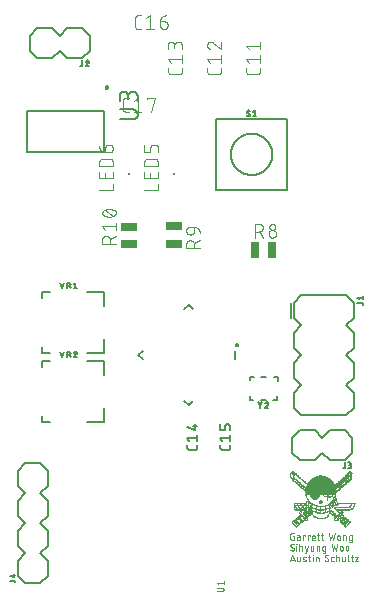
<source format=gbr>
G04 EAGLE Gerber X2 export*
%TF.Part,Single*%
%TF.FileFunction,Legend,Top,1*%
%TF.FilePolarity,Positive*%
%TF.GenerationSoftware,Autodesk,EAGLE,9.0.1*%
%TF.CreationDate,2019-06-07T13:03:31Z*%
G75*
%MOMM*%
%FSLAX34Y34*%
%LPD*%
%AMOC8*
5,1,8,0,0,1.08239X$1,22.5*%
G01*
%ADD10R,0.050800X0.025400*%
%ADD11R,0.025400X0.025400*%
%ADD12R,0.101600X0.025400*%
%ADD13R,0.076200X0.025400*%
%ADD14R,0.152400X0.025400*%
%ADD15R,0.177800X0.025400*%
%ADD16R,0.127000X0.025400*%
%ADD17R,0.228600X0.025400*%
%ADD18R,0.279400X0.025400*%
%ADD19R,0.355600X0.025400*%
%ADD20R,0.406400X0.025400*%
%ADD21R,0.254000X0.025400*%
%ADD22R,0.203200X0.025400*%
%ADD23R,0.304800X0.025400*%
%ADD24R,0.431800X0.025400*%
%ADD25R,0.330200X0.025400*%
%ADD26R,0.381000X0.025400*%
%ADD27R,0.609600X0.025400*%
%ADD28R,0.457200X0.025400*%
%ADD29R,0.482600X0.025400*%
%ADD30R,0.533400X0.025400*%
%ADD31R,0.558800X0.025400*%
%ADD32R,0.685800X0.025400*%
%ADD33R,0.914400X0.025400*%
%ADD34R,0.812800X0.025400*%
%ADD35R,0.787400X0.025400*%
%ADD36R,1.041400X0.025400*%
%ADD37R,1.117600X0.025400*%
%ADD38R,0.863600X0.025400*%
%ADD39R,1.270000X0.025400*%
%ADD40R,1.371600X0.025400*%
%ADD41R,1.346200X0.025400*%
%ADD42R,1.422400X0.025400*%
%ADD43R,1.473200X0.025400*%
%ADD44R,1.447800X0.025400*%
%ADD45R,0.660400X0.025400*%
%ADD46R,0.736600X0.025400*%
%ADD47R,0.508000X0.025400*%
%ADD48R,0.762000X0.025400*%
%ADD49R,0.838200X0.025400*%
%ADD50R,2.590800X0.025400*%
%ADD51R,2.616200X0.025400*%
%ADD52R,2.641600X0.025400*%
%ADD53R,2.667000X0.025400*%
%ADD54R,2.692400X0.025400*%
%ADD55R,2.717800X0.025400*%
%ADD56R,2.794000X0.025400*%
%ADD57R,2.844800X0.025400*%
%ADD58R,2.895600X0.025400*%
%ADD59R,2.768600X0.025400*%
%ADD60R,3.175000X0.025400*%
%ADD61R,3.200400X0.025400*%
%ADD62R,2.870200X0.025400*%
%ADD63R,2.921000X0.025400*%
%ADD64R,2.387600X0.025400*%
%ADD65R,2.286000X0.025400*%
%ADD66R,2.260600X0.025400*%
%ADD67R,2.235200X0.025400*%
%ADD68R,2.209800X0.025400*%
%ADD69R,2.159000X0.025400*%
%ADD70R,2.133600X0.025400*%
%ADD71R,2.082800X0.025400*%
%ADD72R,2.057400X0.025400*%
%ADD73R,2.006600X0.025400*%
%ADD74R,1.955800X0.025400*%
%ADD75R,1.905000X0.025400*%
%ADD76R,0.889000X0.025400*%
%ADD77R,1.854200X0.025400*%
%ADD78R,1.803400X0.025400*%
%ADD79R,1.752600X0.025400*%
%ADD80R,1.701800X0.025400*%
%ADD81R,1.651000X0.025400*%
%ADD82R,1.574800X0.025400*%
%ADD83R,1.498600X0.025400*%
%ADD84R,1.244600X0.025400*%
%ADD85R,1.143000X0.025400*%
%ADD86R,0.584200X0.025400*%
%ADD87C,0.050800*%
%ADD88C,0.101600*%
%ADD89C,0.152400*%
%ADD90C,0.203200*%
%ADD91C,0.127000*%
%ADD92R,0.200000X0.200000*%
%ADD93R,1.400000X0.650000*%
%ADD94R,0.650000X1.400000*%
%ADD95C,0.150000*%
%ADD96C,0.200000*%
%ADD97C,0.100000*%


D10*
X261747Y64770D03*
D11*
X303784Y64770D03*
D12*
X261747Y65024D03*
D13*
X303784Y65024D03*
D14*
X261747Y65278D03*
X303657Y65278D03*
D15*
X261874Y65532D03*
D13*
X303022Y65532D03*
X304292Y65532D03*
X261112Y65786D03*
X262636Y65786D03*
X302768Y65786D03*
X304546Y65786D03*
X260858Y66040D03*
X262890Y66040D03*
X302514Y66040D03*
X304800Y66040D03*
X260604Y66294D03*
D12*
X263017Y66294D03*
D13*
X302260Y66294D03*
X305054Y66294D03*
X260350Y66548D03*
X262636Y66548D03*
X263652Y66548D03*
D16*
X302260Y66548D03*
D10*
X305181Y66548D03*
D13*
X260096Y66802D03*
X262382Y66802D03*
D12*
X263779Y66802D03*
D14*
X302133Y66802D03*
D10*
X305435Y66802D03*
D13*
X259842Y67056D03*
D10*
X262255Y67056D03*
D16*
X263906Y67056D03*
D12*
X301371Y67056D03*
X302641Y67056D03*
D13*
X305562Y67056D03*
D10*
X259715Y67310D03*
X262001Y67310D03*
D15*
X263906Y67310D03*
D12*
X301117Y67310D03*
D16*
X302768Y67310D03*
D13*
X305816Y67310D03*
D10*
X259461Y67564D03*
X261747Y67564D03*
D17*
X263906Y67564D03*
D12*
X300863Y67564D03*
D10*
X302387Y67564D03*
D13*
X303276Y67564D03*
X306070Y67564D03*
X259334Y67818D03*
D10*
X261493Y67818D03*
D18*
X263906Y67818D03*
D12*
X300609Y67818D03*
D13*
X302514Y67818D03*
X303530Y67818D03*
X306324Y67818D03*
X259080Y68072D03*
X261366Y68072D03*
D19*
X264033Y68072D03*
D13*
X300228Y68072D03*
X302514Y68072D03*
X303784Y68072D03*
X306578Y68072D03*
X258826Y68326D03*
D10*
X260985Y68326D03*
D20*
X264033Y68326D03*
D13*
X299974Y68326D03*
X302514Y68326D03*
X304038Y68326D03*
X306832Y68326D03*
X258572Y68580D03*
D10*
X260731Y68580D03*
D17*
X262890Y68580D03*
D14*
X265557Y68580D03*
X300101Y68580D03*
D10*
X302641Y68580D03*
D13*
X304292Y68580D03*
D10*
X306959Y68580D03*
D13*
X258318Y68834D03*
X260604Y68834D03*
D14*
X262255Y68834D03*
D15*
X265684Y68834D03*
D21*
X300355Y68834D03*
D10*
X302641Y68834D03*
D13*
X304546Y68834D03*
X307086Y68834D03*
X258318Y69088D03*
X260350Y69088D03*
D12*
X261747Y69088D03*
D22*
X265811Y69088D03*
D13*
X298958Y69088D03*
D23*
X301371Y69088D03*
D13*
X304800Y69088D03*
D12*
X307213Y69088D03*
D13*
X258572Y69342D03*
D10*
X260223Y69342D03*
D12*
X261747Y69342D03*
D17*
X265938Y69342D03*
D12*
X298831Y69342D03*
D13*
X300482Y69342D03*
D22*
X302387Y69342D03*
D12*
X304927Y69342D03*
X306959Y69342D03*
D13*
X258826Y69596D03*
D10*
X259969Y69596D03*
D16*
X261620Y69596D03*
D21*
X266065Y69596D03*
D14*
X298831Y69596D03*
D13*
X300736Y69596D03*
D17*
X303276Y69596D03*
D12*
X305181Y69596D03*
X306705Y69596D03*
D14*
X259461Y69850D03*
X261493Y69850D03*
D23*
X266319Y69850D03*
D22*
X298831Y69850D03*
D10*
X300863Y69850D03*
D24*
X304546Y69850D03*
D12*
X259461Y70104D03*
D15*
X261366Y70104D03*
D25*
X266446Y70104D03*
D13*
X270510Y70104D03*
D10*
X295021Y70104D03*
D13*
X297942Y70104D03*
D16*
X299466Y70104D03*
D10*
X301117Y70104D03*
D13*
X302768Y70104D03*
D21*
X305181Y70104D03*
D13*
X259588Y70358D03*
D15*
X261112Y70358D03*
D19*
X266573Y70358D03*
D16*
X270510Y70358D03*
D12*
X295021Y70358D03*
D13*
X297688Y70358D03*
D10*
X299085Y70358D03*
D13*
X299974Y70358D03*
X301244Y70358D03*
D10*
X302895Y70358D03*
D14*
X305435Y70358D03*
D21*
X260731Y70612D03*
D20*
X266573Y70612D03*
D14*
X270637Y70612D03*
D15*
X294894Y70612D03*
D13*
X297434Y70612D03*
X299212Y70612D03*
X300228Y70612D03*
X301498Y70612D03*
D10*
X302895Y70612D03*
D13*
X305562Y70612D03*
D17*
X260858Y70866D03*
D24*
X266700Y70866D03*
D10*
X269875Y70866D03*
D13*
X271272Y70866D03*
D12*
X294259Y70866D03*
X295529Y70866D03*
X297053Y70866D03*
D13*
X299212Y70866D03*
X300482Y70866D03*
X301752Y70866D03*
D10*
X302895Y70866D03*
D12*
X305181Y70866D03*
D15*
X261112Y71120D03*
D22*
X265303Y71120D03*
D14*
X268351Y71120D03*
D13*
X269748Y71120D03*
X271526Y71120D03*
X294132Y71120D03*
D22*
X296291Y71120D03*
D13*
X299212Y71120D03*
X300736Y71120D03*
X302006Y71120D03*
D10*
X302895Y71120D03*
D12*
X304927Y71120D03*
D14*
X261239Y71374D03*
D17*
X264414Y71374D03*
X268732Y71374D03*
D13*
X271526Y71374D03*
X294132Y71374D03*
D14*
X296291Y71374D03*
D10*
X299339Y71374D03*
D13*
X300990Y71374D03*
D16*
X302514Y71374D03*
D12*
X304673Y71374D03*
D16*
X261366Y71628D03*
D18*
X263652Y71628D03*
D22*
X268605Y71628D03*
D13*
X271272Y71628D03*
X294386Y71628D03*
D15*
X296672Y71628D03*
D10*
X299339Y71628D03*
X301117Y71628D03*
D16*
X302768Y71628D03*
D12*
X304419Y71628D03*
D20*
X263017Y71882D03*
D15*
X268478Y71882D03*
D13*
X271018Y71882D03*
D20*
X282575Y71882D03*
D10*
X294513Y71882D03*
D21*
X297307Y71882D03*
D10*
X299339Y71882D03*
D13*
X301244Y71882D03*
D12*
X302895Y71882D03*
D13*
X304038Y71882D03*
D26*
X263144Y72136D03*
D15*
X268478Y72136D03*
D13*
X270764Y72136D03*
D27*
X282575Y72136D03*
D13*
X294894Y72136D03*
D25*
X297942Y72136D03*
D13*
X301498Y72136D03*
D14*
X303403Y72136D03*
D19*
X263271Y72390D03*
D14*
X268097Y72390D03*
D13*
X270510Y72390D03*
D22*
X279781Y72390D03*
X285369Y72390D03*
D13*
X294894Y72390D03*
X296926Y72390D03*
D21*
X299339Y72390D03*
D12*
X301879Y72390D03*
D16*
X303276Y72390D03*
D23*
X263271Y72644D03*
D14*
X268097Y72644D03*
D13*
X270510Y72644D03*
D14*
X279019Y72644D03*
X286131Y72644D03*
D13*
X295148Y72644D03*
X297180Y72644D03*
D25*
X300736Y72644D03*
D13*
X303276Y72644D03*
D21*
X263525Y72898D03*
D16*
X267970Y72898D03*
X270510Y72898D03*
X278384Y72898D03*
X286766Y72898D03*
D14*
X295021Y72898D03*
D13*
X297434Y72898D03*
X299466Y72898D03*
D25*
X301752Y72898D03*
D17*
X263652Y73152D03*
D12*
X267843Y73152D03*
D15*
X270510Y73152D03*
D12*
X278003Y73152D03*
X287147Y73152D03*
X294513Y73152D03*
D13*
X295656Y73152D03*
X297688Y73152D03*
X299466Y73152D03*
D22*
X302133Y73152D03*
X263779Y73406D03*
D12*
X267589Y73406D03*
D21*
X270637Y73406D03*
D12*
X277495Y73406D03*
X287655Y73406D03*
X294259Y73406D03*
D13*
X295910Y73406D03*
X297942Y73406D03*
D10*
X299593Y73406D03*
D12*
X302387Y73406D03*
D15*
X263906Y73660D03*
D14*
X267081Y73660D03*
D23*
X270637Y73660D03*
D12*
X277241Y73660D03*
X287909Y73660D03*
D13*
X293878Y73660D03*
D10*
X296037Y73660D03*
D13*
X298196Y73660D03*
D10*
X299593Y73660D03*
D13*
X302006Y73660D03*
D14*
X264033Y73914D03*
D22*
X266573Y73914D03*
D19*
X270637Y73914D03*
D12*
X276987Y73914D03*
X288163Y73914D03*
X293751Y73914D03*
D13*
X296418Y73914D03*
X298196Y73914D03*
D10*
X299593Y73914D03*
D13*
X301752Y73914D03*
D26*
X265430Y74168D03*
D23*
X270129Y74168D03*
D13*
X272288Y74168D03*
X276606Y74168D03*
X288290Y74168D03*
D14*
X293751Y74168D03*
X296291Y74168D03*
D13*
X298450Y74168D03*
D10*
X299593Y74168D03*
D13*
X301498Y74168D03*
D25*
X265430Y74422D03*
D18*
X269748Y74422D03*
D12*
X272415Y74422D03*
D13*
X276352Y74422D03*
X288544Y74422D03*
D28*
X295021Y74422D03*
D13*
X298704Y74422D03*
D10*
X299593Y74422D03*
D12*
X301117Y74422D03*
D21*
X265557Y74676D03*
D15*
X268986Y74676D03*
D16*
X272542Y74676D03*
D13*
X276352Y74676D03*
X288798Y74676D03*
D12*
X292735Y74676D03*
D10*
X293751Y74676D03*
D22*
X295275Y74676D03*
D13*
X296926Y74676D03*
D14*
X299339Y74676D03*
D12*
X300863Y74676D03*
D22*
X265557Y74930D03*
X269113Y74930D03*
D14*
X272669Y74930D03*
D13*
X276098Y74930D03*
X289052Y74930D03*
D12*
X292481Y74930D03*
D10*
X293751Y74930D03*
D13*
X295402Y74930D03*
X297180Y74930D03*
D17*
X299974Y74930D03*
D15*
X265684Y75184D03*
D21*
X269113Y75184D03*
D22*
X272923Y75184D03*
D13*
X275844Y75184D03*
D10*
X289179Y75184D03*
D12*
X292227Y75184D03*
D10*
X293751Y75184D03*
D13*
X295148Y75184D03*
X297434Y75184D03*
D22*
X299847Y75184D03*
D16*
X265684Y75438D03*
D23*
X269113Y75438D03*
D17*
X273050Y75438D03*
D10*
X275717Y75438D03*
D13*
X289306Y75438D03*
X291846Y75438D03*
D10*
X293751Y75438D03*
D13*
X294894Y75438D03*
X297688Y75438D03*
D16*
X299720Y75438D03*
D13*
X265684Y75692D03*
D19*
X269113Y75692D03*
D21*
X273177Y75692D03*
D13*
X275590Y75692D03*
D10*
X289433Y75692D03*
D13*
X291592Y75692D03*
D10*
X293751Y75692D03*
D13*
X294640Y75692D03*
X297942Y75692D03*
D12*
X299847Y75692D03*
D13*
X265430Y75946D03*
D20*
X269113Y75946D03*
D18*
X273304Y75946D03*
D10*
X275463Y75946D03*
X289433Y75946D03*
D13*
X291338Y75946D03*
D14*
X294005Y75946D03*
D13*
X298196Y75946D03*
X299974Y75946D03*
X265176Y76200D03*
D29*
X269240Y76200D03*
D19*
X273939Y76200D03*
D13*
X289560Y76200D03*
X291084Y76200D03*
D16*
X293878Y76200D03*
D13*
X298450Y76200D03*
D10*
X300355Y76200D03*
X265049Y76454D03*
D30*
X269240Y76454D03*
D25*
X273812Y76454D03*
D19*
X282575Y76454D03*
D10*
X289687Y76454D03*
D12*
X290703Y76454D03*
D16*
X293624Y76454D03*
D10*
X298577Y76454D03*
X300609Y76454D03*
X264795Y76708D03*
D31*
X269367Y76708D03*
D23*
X273939Y76708D03*
D32*
X282702Y76708D03*
D14*
X290195Y76708D03*
D13*
X293370Y76708D03*
D12*
X298577Y76708D03*
D13*
X300736Y76708D03*
D10*
X264541Y76962D03*
D33*
X270891Y76962D03*
D25*
X279908Y76962D03*
D13*
X282448Y76962D03*
D23*
X285369Y76962D03*
D16*
X290068Y76962D03*
D13*
X293116Y76962D03*
D15*
X298704Y76962D03*
D12*
X300863Y76962D03*
D13*
X264668Y77216D03*
X266446Y77216D03*
D34*
X271145Y77216D03*
D22*
X278511Y77216D03*
D10*
X282575Y77216D03*
D22*
X286639Y77216D03*
D10*
X289941Y77216D03*
D13*
X292862Y77216D03*
D12*
X298069Y77216D03*
X299339Y77216D03*
X300863Y77216D03*
D13*
X264922Y77470D03*
X266192Y77470D03*
D35*
X271272Y77470D03*
D22*
X277749Y77470D03*
D10*
X282575Y77470D03*
D17*
X287274Y77470D03*
D10*
X289941Y77470D03*
D12*
X292481Y77470D03*
D13*
X297688Y77470D03*
D22*
X300101Y77470D03*
D14*
X265557Y77724D03*
D31*
X270383Y77724D03*
D16*
X274574Y77724D03*
D14*
X276987Y77724D03*
D10*
X278511Y77724D03*
X282575Y77724D03*
D13*
X286512Y77724D03*
D14*
X288163Y77724D03*
D23*
X291211Y77724D03*
D13*
X297434Y77724D03*
D16*
X299974Y77724D03*
D12*
X265557Y77978D03*
D21*
X269367Y77978D03*
D22*
X272669Y77978D03*
D13*
X274828Y77978D03*
D16*
X276352Y77978D03*
D10*
X278511Y77978D03*
X282575Y77978D03*
D13*
X286512Y77978D03*
D16*
X288798Y77978D03*
D18*
X291084Y77978D03*
D13*
X297180Y77978D03*
X299974Y77978D03*
D11*
X265684Y78232D03*
D17*
X269494Y78232D03*
X272796Y78232D03*
D22*
X275463Y78232D03*
D10*
X278511Y78232D03*
X282575Y78232D03*
D13*
X286512Y78232D03*
D15*
X289560Y78232D03*
D12*
X291719Y78232D03*
D13*
X296926Y78232D03*
D11*
X299974Y78232D03*
D22*
X269621Y78486D03*
D21*
X272923Y78486D03*
D14*
X275209Y78486D03*
D10*
X278511Y78486D03*
X282575Y78486D03*
D13*
X286512Y78486D03*
D16*
X289814Y78486D03*
D12*
X291465Y78486D03*
X296545Y78486D03*
D15*
X269748Y78740D03*
D26*
X273558Y78740D03*
D10*
X278511Y78740D03*
X282575Y78740D03*
D13*
X286512Y78740D03*
D12*
X289941Y78740D03*
D13*
X291084Y78740D03*
D12*
X296291Y78740D03*
D14*
X269875Y78994D03*
D19*
X273431Y78994D03*
D10*
X278511Y78994D03*
X282575Y78994D03*
D13*
X286512Y78994D03*
D16*
X290576Y78994D03*
D12*
X296037Y78994D03*
D36*
X265430Y79248D03*
D25*
X273304Y79248D03*
D10*
X278511Y79248D03*
D28*
X282575Y79248D03*
D13*
X286512Y79248D03*
D12*
X290449Y79248D03*
D37*
X300863Y79248D03*
D36*
X265430Y79502D03*
D25*
X273304Y79502D03*
D38*
X282575Y79502D03*
D13*
X290322Y79502D03*
D39*
X301371Y79502D03*
D10*
X260477Y79756D03*
D18*
X263652Y79756D03*
D25*
X266954Y79756D03*
D14*
X269875Y79756D03*
D25*
X273304Y79756D03*
D23*
X279273Y79756D03*
D10*
X282575Y79756D03*
D18*
X285750Y79756D03*
D10*
X290195Y79756D03*
D40*
X301625Y79756D03*
D10*
X260477Y80010D03*
X262509Y80010D03*
X270383Y80010D03*
D25*
X273304Y80010D03*
D22*
X278003Y80010D03*
D10*
X282575Y80010D03*
D22*
X286893Y80010D03*
D10*
X290195Y80010D03*
D13*
X294894Y80010D03*
D14*
X308229Y80010D03*
D10*
X260477Y80264D03*
X262509Y80264D03*
X265049Y80264D03*
X268859Y80264D03*
X270383Y80264D03*
D25*
X273304Y80264D03*
D21*
X277495Y80264D03*
D10*
X282575Y80264D03*
D17*
X287274Y80264D03*
D10*
X290195Y80264D03*
D12*
X294513Y80264D03*
X308737Y80264D03*
D10*
X260477Y80518D03*
X262509Y80518D03*
D12*
X265049Y80518D03*
X268859Y80518D03*
D10*
X270383Y80518D03*
D25*
X273304Y80518D03*
D14*
X276479Y80518D03*
D10*
X278511Y80518D03*
X282575Y80518D03*
D13*
X286512Y80518D03*
D16*
X288290Y80518D03*
D10*
X290195Y80518D03*
D12*
X294259Y80518D03*
X309245Y80518D03*
D10*
X260477Y80772D03*
D12*
X262255Y80772D03*
D14*
X265049Y80772D03*
X268859Y80772D03*
D10*
X270383Y80772D03*
D25*
X273304Y80772D03*
D16*
X275844Y80772D03*
D10*
X278511Y80772D03*
X282575Y80772D03*
D13*
X286512Y80772D03*
D16*
X288798Y80772D03*
D10*
X290195Y80772D03*
D12*
X294005Y80772D03*
X309499Y80772D03*
D10*
X260477Y81026D03*
D12*
X262001Y81026D03*
D13*
X264414Y81026D03*
X265684Y81026D03*
X268224Y81026D03*
X269494Y81026D03*
D10*
X270383Y81026D03*
D24*
X273812Y81026D03*
D10*
X278511Y81026D03*
X282575Y81026D03*
D13*
X286512Y81026D03*
D15*
X289560Y81026D03*
D12*
X293751Y81026D03*
X309753Y81026D03*
D10*
X260477Y81280D03*
D13*
X261620Y81280D03*
X264160Y81280D03*
X265938Y81280D03*
X267970Y81280D03*
D16*
X270002Y81280D03*
D26*
X273558Y81280D03*
D10*
X278511Y81280D03*
X282575Y81280D03*
D13*
X286512Y81280D03*
D16*
X289814Y81280D03*
D41*
X299720Y81280D03*
D13*
X310134Y81280D03*
D10*
X260477Y81534D03*
X261493Y81534D03*
D13*
X263906Y81534D03*
X266192Y81534D03*
X267716Y81534D03*
D12*
X270129Y81534D03*
D25*
X273304Y81534D03*
D10*
X278511Y81534D03*
X282575Y81534D03*
D13*
X286512Y81534D03*
X290068Y81534D03*
D42*
X299847Y81534D03*
D13*
X310388Y81534D03*
D10*
X260477Y81788D03*
X261239Y81788D03*
D13*
X263652Y81788D03*
X266446Y81788D03*
X267462Y81788D03*
X270256Y81788D03*
D10*
X271907Y81788D03*
D21*
X273685Y81788D03*
D10*
X278511Y81788D03*
X282575Y81788D03*
D13*
X286512Y81788D03*
X290068Y81788D03*
X292862Y81788D03*
D16*
X306832Y81788D03*
D13*
X310388Y81788D03*
D10*
X260477Y82042D03*
X261239Y82042D03*
D13*
X263398Y82042D03*
D16*
X266954Y82042D03*
D10*
X270383Y82042D03*
X271907Y82042D03*
D17*
X273812Y82042D03*
D10*
X278511Y82042D03*
D25*
X282448Y82042D03*
D13*
X286512Y82042D03*
X290068Y82042D03*
X292608Y82042D03*
D12*
X307213Y82042D03*
D13*
X310642Y82042D03*
D10*
X260477Y82296D03*
X261239Y82296D03*
D13*
X263398Y82296D03*
D16*
X266954Y82296D03*
D10*
X270383Y82296D03*
X271907Y82296D03*
D22*
X273939Y82296D03*
D10*
X278511Y82296D03*
D27*
X282575Y82296D03*
D13*
X286512Y82296D03*
D10*
X289941Y82296D03*
D12*
X292227Y82296D03*
D13*
X307594Y82296D03*
D10*
X310769Y82296D03*
X260477Y82550D03*
X261239Y82550D03*
D13*
X263652Y82550D03*
D15*
X266954Y82550D03*
D13*
X270256Y82550D03*
D10*
X271907Y82550D03*
D15*
X274066Y82550D03*
D23*
X279781Y82550D03*
D25*
X285242Y82550D03*
D10*
X289941Y82550D03*
D12*
X291973Y82550D03*
D13*
X307848Y82550D03*
X310896Y82550D03*
D10*
X260477Y82804D03*
X261493Y82804D03*
D13*
X263906Y82804D03*
D12*
X266319Y82804D03*
D13*
X267716Y82804D03*
D12*
X270129Y82804D03*
D10*
X271907Y82804D03*
D14*
X274193Y82804D03*
D22*
X278765Y82804D03*
X286131Y82804D03*
D10*
X289941Y82804D03*
D12*
X291719Y82804D03*
D13*
X308102Y82804D03*
D10*
X311023Y82804D03*
X260477Y83058D03*
D13*
X261620Y83058D03*
X264160Y83058D03*
D12*
X266065Y83058D03*
D13*
X267970Y83058D03*
D16*
X270002Y83058D03*
D10*
X271907Y83058D03*
D16*
X274320Y83058D03*
D14*
X278003Y83058D03*
D15*
X287020Y83058D03*
D10*
X289941Y83058D03*
D24*
X293116Y83058D03*
D13*
X308102Y83058D03*
X311150Y83058D03*
D10*
X260477Y83312D03*
D16*
X262128Y83312D03*
D13*
X264414Y83312D03*
D12*
X265811Y83312D03*
D13*
X268224Y83312D03*
X269494Y83312D03*
D10*
X270383Y83312D03*
X271907Y83312D03*
D12*
X274701Y83312D03*
D16*
X277368Y83312D03*
D14*
X287655Y83312D03*
D10*
X289941Y83312D03*
D13*
X291084Y83312D03*
D20*
X293751Y83312D03*
D10*
X308229Y83312D03*
X311277Y83312D03*
X260477Y83566D03*
D12*
X262255Y83566D03*
D15*
X265176Y83566D03*
D14*
X268859Y83566D03*
D10*
X270383Y83566D03*
X271907Y83566D03*
D13*
X274828Y83566D03*
D16*
X276860Y83566D03*
X288290Y83566D03*
D13*
X289814Y83566D03*
X290830Y83566D03*
D10*
X291973Y83566D03*
X293751Y83566D03*
D14*
X295529Y83566D03*
D13*
X308356Y83566D03*
D10*
X311277Y83566D03*
X260477Y83820D03*
X262509Y83820D03*
D16*
X265176Y83820D03*
D12*
X268859Y83820D03*
D10*
X270383Y83820D03*
X271907Y83820D03*
X274955Y83820D03*
D16*
X276352Y83820D03*
D12*
X288671Y83820D03*
D14*
X290195Y83820D03*
D11*
X292100Y83820D03*
X293624Y83820D03*
D22*
X295783Y83820D03*
D10*
X308483Y83820D03*
D13*
X311404Y83820D03*
D10*
X260477Y84074D03*
X262509Y84074D03*
D13*
X265176Y84074D03*
D10*
X268859Y84074D03*
X270383Y84074D03*
X271907Y84074D03*
D15*
X275590Y84074D03*
D22*
X289687Y84074D03*
D11*
X292100Y84074D03*
X293624Y84074D03*
X294894Y84074D03*
D16*
X296418Y84074D03*
D10*
X308483Y84074D03*
D13*
X311404Y84074D03*
D10*
X260477Y84328D03*
X262509Y84328D03*
D11*
X265176Y84328D03*
D10*
X270383Y84328D03*
X271907Y84328D03*
D16*
X275336Y84328D03*
D14*
X289687Y84328D03*
D10*
X292227Y84328D03*
D11*
X293624Y84328D03*
D10*
X294767Y84328D03*
D13*
X296926Y84328D03*
D10*
X308483Y84328D03*
D13*
X311404Y84328D03*
D10*
X260477Y84582D03*
X262509Y84582D03*
X270383Y84582D03*
D13*
X272034Y84582D03*
D12*
X274955Y84582D03*
D16*
X282448Y84582D03*
D12*
X289941Y84582D03*
D13*
X292100Y84582D03*
D11*
X293624Y84582D03*
D10*
X294767Y84582D03*
X297053Y84582D03*
D13*
X308610Y84582D03*
X311150Y84582D03*
D36*
X265430Y84836D03*
D19*
X273431Y84836D03*
D22*
X282321Y84836D03*
D18*
X291084Y84836D03*
D10*
X293497Y84836D03*
X294767Y84836D03*
D43*
X303911Y84836D03*
D36*
X265430Y85090D03*
D25*
X273304Y85090D03*
D21*
X282321Y85090D03*
D17*
X291338Y85090D03*
D10*
X293497Y85090D03*
X294767Y85090D03*
D44*
X303784Y85090D03*
D10*
X270383Y85344D03*
X271907Y85344D03*
D13*
X274066Y85344D03*
D18*
X282448Y85344D03*
D13*
X290830Y85344D03*
D10*
X292227Y85344D03*
X293497Y85344D03*
X294767Y85344D03*
X296799Y85344D03*
X270383Y85598D03*
X271907Y85598D03*
D13*
X273812Y85598D03*
D23*
X282321Y85598D03*
D12*
X291211Y85598D03*
D10*
X292227Y85598D03*
X293497Y85598D03*
D13*
X294640Y85598D03*
X296672Y85598D03*
D10*
X270383Y85852D03*
X271907Y85852D03*
D13*
X273558Y85852D03*
D23*
X282321Y85852D03*
D14*
X291719Y85852D03*
D10*
X293497Y85852D03*
X294513Y85852D03*
D13*
X296418Y85852D03*
D10*
X270383Y86106D03*
X271907Y86106D03*
D13*
X273304Y86106D03*
D23*
X282321Y86106D03*
D16*
X291846Y86106D03*
D10*
X293497Y86106D03*
X294513Y86106D03*
D13*
X296418Y86106D03*
D10*
X270383Y86360D03*
X271907Y86360D03*
D13*
X273050Y86360D03*
D23*
X282321Y86360D03*
D12*
X291973Y86360D03*
D10*
X293497Y86360D03*
X294513Y86360D03*
D13*
X296164Y86360D03*
D22*
X271145Y86614D03*
D13*
X272796Y86614D03*
D21*
X282321Y86614D03*
D13*
X292100Y86614D03*
D10*
X293497Y86614D03*
D11*
X294386Y86614D03*
D10*
X296037Y86614D03*
D14*
X271145Y86868D03*
D13*
X272542Y86868D03*
D21*
X282321Y86868D03*
D13*
X292354Y86868D03*
D10*
X293497Y86868D03*
X294259Y86868D03*
D13*
X295910Y86868D03*
D10*
X272415Y87122D03*
D22*
X282321Y87122D03*
D11*
X288544Y87122D03*
D16*
X292862Y87122D03*
D10*
X294259Y87122D03*
X295783Y87122D03*
D13*
X272288Y87376D03*
D12*
X282321Y87376D03*
D11*
X288544Y87376D03*
D12*
X292989Y87376D03*
D13*
X294386Y87376D03*
X295656Y87376D03*
X272034Y87630D03*
D11*
X288544Y87630D03*
D23*
X294259Y87630D03*
D13*
X271780Y87884D03*
D10*
X288417Y87884D03*
D16*
X293370Y87884D03*
D12*
X295275Y87884D03*
D10*
X271653Y88138D03*
D13*
X288544Y88138D03*
X293370Y88138D03*
X295402Y88138D03*
X271526Y88392D03*
X288544Y88392D03*
D10*
X293243Y88392D03*
X295529Y88392D03*
X271399Y88646D03*
D18*
X276860Y88646D03*
D13*
X288544Y88646D03*
D10*
X293243Y88646D03*
D13*
X295656Y88646D03*
X271272Y88900D03*
D20*
X276987Y88900D03*
D13*
X288544Y88900D03*
D10*
X293243Y88900D03*
D13*
X295656Y88900D03*
X271018Y89154D03*
D29*
X276860Y89154D03*
D13*
X288544Y89154D03*
D10*
X293243Y89154D03*
X295529Y89154D03*
X270891Y89408D03*
D31*
X276987Y89408D03*
D13*
X288544Y89408D03*
X293370Y89408D03*
X295402Y89408D03*
X270764Y89662D03*
D27*
X276987Y89662D03*
D13*
X288544Y89662D03*
X293624Y89662D03*
X295148Y89662D03*
D10*
X270637Y89916D03*
D45*
X276987Y89916D03*
D12*
X288671Y89916D03*
D22*
X294513Y89916D03*
D10*
X270637Y90170D03*
D32*
X276860Y90170D03*
D19*
X288671Y90170D03*
D16*
X294386Y90170D03*
D13*
X270510Y90424D03*
D46*
X276860Y90424D03*
D47*
X288671Y90424D03*
D10*
X294513Y90424D03*
X270383Y90678D03*
D48*
X276987Y90678D03*
D27*
X288671Y90678D03*
D10*
X294513Y90678D03*
X270383Y90932D03*
D35*
X276860Y90932D03*
D32*
X288544Y90932D03*
D13*
X294640Y90932D03*
X270256Y91186D03*
D34*
X276987Y91186D03*
D15*
X285750Y91186D03*
D16*
X288544Y91186D03*
D15*
X291592Y91186D03*
D10*
X294767Y91186D03*
X270129Y91440D03*
D49*
X276860Y91440D03*
D13*
X284988Y91440D03*
D16*
X288544Y91440D03*
D13*
X292354Y91440D03*
D10*
X294767Y91440D03*
X270129Y91694D03*
D49*
X276860Y91694D03*
D16*
X288544Y91694D03*
D13*
X294894Y91694D03*
X270002Y91948D03*
D38*
X276987Y91948D03*
D16*
X288544Y91948D03*
D10*
X295021Y91948D03*
X269875Y92202D03*
D38*
X276987Y92202D03*
D16*
X288544Y92202D03*
D10*
X295021Y92202D03*
X269875Y92456D03*
D38*
X276987Y92456D03*
D16*
X288544Y92456D03*
D10*
X295021Y92456D03*
D50*
X282575Y92710D03*
X282575Y92964D03*
D51*
X282448Y93218D03*
X282448Y93472D03*
X282448Y93726D03*
X282448Y93980D03*
D52*
X282575Y94234D03*
D53*
X282702Y94488D03*
D54*
X282829Y94742D03*
D55*
X282956Y94996D03*
D56*
X282829Y95250D03*
D57*
X282829Y95504D03*
D58*
X282829Y95758D03*
D12*
X268605Y96012D03*
D57*
X283591Y96012D03*
D59*
X281686Y96266D03*
D12*
X297561Y96266D03*
D56*
X281559Y96520D03*
D12*
X297815Y96520D03*
D16*
X267970Y96774D03*
D51*
X282448Y96774D03*
D12*
X298069Y96774D03*
D14*
X267589Y97028D03*
D51*
X282448Y97028D03*
D16*
X298196Y97028D03*
D12*
X267081Y97282D03*
D10*
X268097Y97282D03*
D51*
X282702Y97282D03*
D14*
X298323Y97282D03*
D12*
X266827Y97536D03*
D10*
X268097Y97536D03*
D53*
X282702Y97536D03*
D15*
X298450Y97536D03*
D12*
X266573Y97790D03*
D10*
X268097Y97790D03*
D55*
X282702Y97790D03*
D17*
X298704Y97790D03*
D13*
X266192Y98044D03*
D10*
X268097Y98044D03*
D59*
X282702Y98044D03*
D21*
X298831Y98044D03*
D13*
X265938Y98298D03*
X267970Y98298D03*
X268986Y98298D03*
D55*
X283210Y98298D03*
D21*
X299085Y98298D03*
D13*
X265684Y98552D03*
D14*
X268351Y98552D03*
D55*
X283464Y98552D03*
D18*
X299212Y98552D03*
D13*
X265430Y98806D03*
D16*
X268224Y98806D03*
D59*
X283718Y98806D03*
D18*
X299466Y98806D03*
D12*
X265049Y99060D03*
D16*
X267970Y99060D03*
D56*
X283845Y99060D03*
D23*
X299593Y99060D03*
D12*
X264795Y99314D03*
D13*
X267716Y99314D03*
D56*
X284099Y99314D03*
D25*
X299974Y99314D03*
D12*
X264541Y99568D03*
D13*
X267462Y99568D03*
D60*
X286004Y99568D03*
D13*
X264160Y99822D03*
X267208Y99822D03*
D61*
X286131Y99822D03*
D13*
X263906Y100076D03*
D12*
X266827Y100076D03*
D61*
X286385Y100076D03*
D13*
X263652Y100330D03*
D16*
X266446Y100330D03*
D62*
X284734Y100330D03*
D23*
X301117Y100330D03*
D26*
X264922Y100584D03*
D58*
X285115Y100584D03*
D17*
X301752Y100584D03*
D20*
X264541Y100838D03*
D63*
X285242Y100838D03*
D13*
X302768Y100838D03*
D16*
X262890Y101092D03*
D12*
X264287Y101092D03*
D13*
X265684Y101092D03*
D64*
X282321Y101092D03*
D31*
X297307Y101092D03*
D12*
X303149Y101092D03*
D14*
X262763Y101346D03*
D13*
X265430Y101346D03*
D64*
X282067Y101346D03*
D31*
X297561Y101346D03*
D16*
X303276Y101346D03*
D13*
X262128Y101600D03*
D10*
X263017Y101600D03*
D13*
X265176Y101600D03*
D12*
X270383Y101600D03*
D65*
X282575Y101600D03*
D31*
X297815Y101600D03*
D14*
X303403Y101600D03*
D13*
X261874Y101854D03*
D10*
X263017Y101854D03*
D13*
X264922Y101854D03*
X270002Y101854D03*
D66*
X282448Y101854D03*
D31*
X298069Y101854D03*
D15*
X303530Y101854D03*
D13*
X261620Y102108D03*
D10*
X263017Y102108D03*
D12*
X264541Y102108D03*
D13*
X269748Y102108D03*
D67*
X282575Y102108D03*
D31*
X298323Y102108D03*
D22*
X303657Y102108D03*
D13*
X261366Y102362D03*
D10*
X263017Y102362D03*
D12*
X264287Y102362D03*
D13*
X269494Y102362D03*
D68*
X282448Y102362D03*
D31*
X298831Y102362D03*
D22*
X303911Y102362D03*
D13*
X261112Y102616D03*
X262890Y102616D03*
D12*
X264033Y102616D03*
D13*
X269240Y102616D03*
D69*
X282448Y102616D03*
D31*
X299085Y102616D03*
D17*
X304038Y102616D03*
D12*
X260731Y102870D03*
D10*
X262763Y102870D03*
D12*
X263779Y102870D03*
X268859Y102870D03*
D70*
X282575Y102870D03*
D31*
X299339Y102870D03*
D18*
X304292Y102870D03*
D12*
X260477Y103124D03*
D16*
X263144Y103124D03*
D12*
X268605Y103124D03*
D71*
X282575Y103124D03*
D31*
X299593Y103124D03*
D18*
X304546Y103124D03*
D12*
X260223Y103378D03*
D16*
X262890Y103378D03*
D12*
X268351Y103378D03*
D72*
X282448Y103378D03*
D31*
X299847Y103378D03*
D23*
X304673Y103378D03*
D13*
X259842Y103632D03*
D12*
X262763Y103632D03*
D13*
X267970Y103632D03*
D73*
X282448Y103632D03*
D31*
X300101Y103632D03*
D23*
X304927Y103632D03*
D13*
X259588Y103886D03*
D12*
X262509Y103886D03*
D13*
X267716Y103886D03*
D74*
X282448Y103886D03*
D31*
X300355Y103886D03*
D25*
X305054Y103886D03*
D13*
X259334Y104140D03*
D12*
X262255Y104140D03*
D13*
X267462Y104140D03*
D75*
X282448Y104140D03*
D76*
X302514Y104140D03*
D13*
X259080Y104394D03*
D12*
X262001Y104394D03*
D13*
X267208Y104394D03*
D77*
X282448Y104394D03*
D76*
X302768Y104394D03*
D13*
X258826Y104648D03*
D16*
X261620Y104648D03*
D12*
X266827Y104648D03*
D78*
X282448Y104648D03*
D31*
X301371Y104648D03*
D23*
X305943Y104648D03*
D13*
X258572Y104902D03*
D14*
X260985Y104902D03*
D12*
X266573Y104902D03*
D79*
X282448Y104902D03*
D31*
X301625Y104902D03*
D21*
X306451Y104902D03*
D19*
X259715Y105156D03*
D12*
X266319Y105156D03*
D80*
X282448Y105156D03*
D31*
X301879Y105156D03*
D16*
X307340Y105156D03*
D19*
X259461Y105410D03*
D12*
X266065Y105410D03*
D81*
X282448Y105410D03*
D31*
X302133Y105410D03*
D10*
X307721Y105410D03*
D16*
X258318Y105664D03*
D13*
X260604Y105664D03*
X265684Y105664D03*
D82*
X282575Y105664D03*
D31*
X302387Y105664D03*
D12*
X307721Y105664D03*
D14*
X258191Y105918D03*
D13*
X260350Y105918D03*
X265430Y105918D03*
D83*
X282448Y105918D03*
D30*
X302768Y105918D03*
D16*
X307594Y105918D03*
D10*
X257683Y106172D03*
D13*
X258826Y106172D03*
D10*
X260223Y106172D03*
D13*
X265176Y106172D03*
D42*
X282575Y106172D03*
D30*
X303022Y106172D03*
D14*
X307721Y106172D03*
D13*
X257556Y106426D03*
D10*
X258953Y106426D03*
D13*
X260096Y106426D03*
X264922Y106426D03*
D41*
X282448Y106426D03*
D47*
X303149Y106426D03*
D15*
X307594Y106426D03*
D10*
X257429Y106680D03*
D13*
X259080Y106680D03*
D10*
X259969Y106680D03*
D12*
X264541Y106680D03*
D84*
X282448Y106680D03*
D29*
X303276Y106680D03*
D17*
X307594Y106680D03*
D10*
X257429Y106934D03*
D16*
X259588Y106934D03*
D12*
X264287Y106934D03*
D85*
X282448Y106934D03*
D29*
X303530Y106934D03*
D17*
X307594Y106934D03*
D13*
X257302Y107188D03*
D12*
X259461Y107188D03*
X264033Y107188D03*
D36*
X282448Y107188D03*
D28*
X303657Y107188D03*
D17*
X307594Y107188D03*
D10*
X257175Y107442D03*
D13*
X259588Y107442D03*
X263652Y107442D03*
D33*
X282575Y107442D03*
D20*
X303911Y107442D03*
D17*
X307594Y107442D03*
D10*
X257175Y107696D03*
D13*
X259588Y107696D03*
X263398Y107696D03*
D48*
X282575Y107696D03*
D26*
X304038Y107696D03*
D21*
X307721Y107696D03*
D10*
X257175Y107950D03*
D13*
X259588Y107950D03*
X263144Y107950D03*
D86*
X282448Y107950D03*
D19*
X304165Y107950D03*
D21*
X307721Y107950D03*
D10*
X257175Y108204D03*
D13*
X259588Y108204D03*
X262890Y108204D03*
D21*
X282575Y108204D03*
D25*
X304292Y108204D03*
D21*
X307721Y108204D03*
D13*
X257048Y108458D03*
D12*
X259461Y108458D03*
X262509Y108458D03*
D23*
X304419Y108458D03*
D21*
X307721Y108458D03*
D13*
X257048Y108712D03*
D16*
X259588Y108712D03*
D12*
X262255Y108712D03*
D21*
X304419Y108712D03*
D17*
X307848Y108712D03*
D13*
X257048Y108966D03*
X259080Y108966D03*
D10*
X259969Y108966D03*
D12*
X262001Y108966D03*
D17*
X304546Y108966D03*
X307848Y108966D03*
D10*
X257175Y109220D03*
X258953Y109220D03*
D13*
X260096Y109220D03*
X261620Y109220D03*
D14*
X304673Y109220D03*
D22*
X307975Y109220D03*
D10*
X257175Y109474D03*
D13*
X258826Y109474D03*
D10*
X260223Y109474D03*
D13*
X261366Y109474D03*
D16*
X304800Y109474D03*
D14*
X307975Y109474D03*
D10*
X257175Y109728D03*
D12*
X258445Y109728D03*
D14*
X260731Y109728D03*
D13*
X304800Y109728D03*
D16*
X308102Y109728D03*
D10*
X257175Y109982D03*
D12*
X258191Y109982D03*
X260731Y109982D03*
D13*
X305054Y109982D03*
D12*
X308229Y109982D03*
D22*
X257937Y110236D03*
D13*
X260604Y110236D03*
D12*
X305435Y110236D03*
D10*
X307467Y110236D03*
D13*
X308356Y110236D03*
D17*
X258318Y110490D03*
D12*
X260223Y110490D03*
X305689Y110490D03*
D15*
X307594Y110490D03*
D13*
X257556Y110744D03*
D15*
X259588Y110744D03*
D23*
X306959Y110744D03*
D13*
X257556Y110998D03*
D16*
X259588Y110998D03*
D21*
X307213Y110998D03*
D10*
X257683Y111252D03*
D13*
X259334Y111252D03*
D22*
X307213Y111252D03*
X258445Y111506D03*
D14*
X307213Y111506D03*
X258445Y111760D03*
D12*
X307213Y111760D03*
D10*
X258445Y112014D03*
D87*
X258459Y57714D02*
X259390Y57714D01*
X259390Y54610D01*
X257528Y54610D01*
X257458Y54612D01*
X257389Y54618D01*
X257320Y54628D01*
X257252Y54641D01*
X257184Y54659D01*
X257118Y54680D01*
X257053Y54705D01*
X256989Y54733D01*
X256927Y54765D01*
X256867Y54800D01*
X256809Y54839D01*
X256754Y54881D01*
X256700Y54926D01*
X256650Y54974D01*
X256602Y55024D01*
X256557Y55078D01*
X256515Y55133D01*
X256476Y55191D01*
X256441Y55251D01*
X256409Y55313D01*
X256381Y55377D01*
X256356Y55442D01*
X256335Y55508D01*
X256317Y55576D01*
X256304Y55644D01*
X256294Y55713D01*
X256288Y55782D01*
X256286Y55852D01*
X256286Y58956D01*
X256288Y59026D01*
X256294Y59095D01*
X256304Y59164D01*
X256317Y59232D01*
X256335Y59300D01*
X256356Y59366D01*
X256381Y59431D01*
X256409Y59495D01*
X256441Y59557D01*
X256476Y59617D01*
X256515Y59675D01*
X256557Y59730D01*
X256602Y59784D01*
X256650Y59834D01*
X256700Y59882D01*
X256754Y59927D01*
X256809Y59969D01*
X256867Y60008D01*
X256927Y60043D01*
X256989Y60075D01*
X257053Y60103D01*
X257118Y60128D01*
X257184Y60149D01*
X257252Y60167D01*
X257320Y60180D01*
X257389Y60190D01*
X257458Y60196D01*
X257528Y60198D01*
X259390Y60198D01*
X262958Y56783D02*
X264355Y56783D01*
X262958Y56784D02*
X262894Y56782D01*
X262829Y56776D01*
X262766Y56767D01*
X262703Y56754D01*
X262641Y56737D01*
X262580Y56716D01*
X262520Y56692D01*
X262462Y56664D01*
X262405Y56633D01*
X262351Y56599D01*
X262298Y56561D01*
X262248Y56520D01*
X262201Y56477D01*
X262156Y56431D01*
X262114Y56382D01*
X262075Y56331D01*
X262039Y56277D01*
X262006Y56222D01*
X261977Y56164D01*
X261951Y56106D01*
X261928Y56045D01*
X261909Y55984D01*
X261894Y55921D01*
X261883Y55857D01*
X261875Y55794D01*
X261871Y55729D01*
X261871Y55665D01*
X261875Y55600D01*
X261883Y55537D01*
X261894Y55473D01*
X261909Y55410D01*
X261928Y55349D01*
X261951Y55288D01*
X261977Y55230D01*
X262006Y55172D01*
X262039Y55117D01*
X262075Y55063D01*
X262114Y55012D01*
X262156Y54963D01*
X262201Y54917D01*
X262248Y54874D01*
X262298Y54833D01*
X262351Y54795D01*
X262405Y54761D01*
X262462Y54730D01*
X262520Y54702D01*
X262580Y54678D01*
X262641Y54657D01*
X262703Y54640D01*
X262766Y54627D01*
X262829Y54618D01*
X262894Y54612D01*
X262958Y54610D01*
X264355Y54610D01*
X264355Y57404D01*
X264354Y57404D02*
X264352Y57462D01*
X264347Y57521D01*
X264338Y57578D01*
X264325Y57636D01*
X264308Y57692D01*
X264289Y57747D01*
X264265Y57800D01*
X264239Y57853D01*
X264209Y57903D01*
X264176Y57951D01*
X264140Y57997D01*
X264102Y58041D01*
X264060Y58083D01*
X264016Y58121D01*
X263970Y58157D01*
X263922Y58190D01*
X263872Y58220D01*
X263819Y58246D01*
X263766Y58270D01*
X263711Y58289D01*
X263655Y58306D01*
X263597Y58319D01*
X263540Y58328D01*
X263481Y58333D01*
X263423Y58335D01*
X262182Y58335D01*
X267053Y58335D02*
X267053Y54610D01*
X267053Y58335D02*
X268916Y58335D01*
X268916Y57714D01*
X270894Y58335D02*
X270894Y54610D01*
X270894Y58335D02*
X272756Y58335D01*
X272756Y57714D01*
X275450Y54610D02*
X277002Y54610D01*
X275450Y54610D02*
X275392Y54612D01*
X275333Y54617D01*
X275276Y54626D01*
X275218Y54639D01*
X275162Y54656D01*
X275107Y54675D01*
X275054Y54699D01*
X275001Y54725D01*
X274951Y54755D01*
X274903Y54788D01*
X274857Y54824D01*
X274813Y54862D01*
X274771Y54904D01*
X274733Y54948D01*
X274697Y54994D01*
X274664Y55042D01*
X274634Y55092D01*
X274608Y55145D01*
X274584Y55198D01*
X274565Y55253D01*
X274548Y55309D01*
X274535Y55367D01*
X274526Y55424D01*
X274521Y55483D01*
X274519Y55541D01*
X274519Y57094D01*
X274518Y57094D02*
X274520Y57164D01*
X274526Y57233D01*
X274536Y57302D01*
X274549Y57370D01*
X274567Y57438D01*
X274588Y57504D01*
X274613Y57569D01*
X274641Y57633D01*
X274673Y57695D01*
X274708Y57755D01*
X274747Y57813D01*
X274789Y57868D01*
X274834Y57922D01*
X274882Y57972D01*
X274932Y58020D01*
X274986Y58065D01*
X275041Y58107D01*
X275099Y58146D01*
X275159Y58181D01*
X275221Y58213D01*
X275285Y58241D01*
X275350Y58266D01*
X275416Y58287D01*
X275484Y58305D01*
X275552Y58318D01*
X275621Y58328D01*
X275690Y58334D01*
X275760Y58336D01*
X275830Y58334D01*
X275899Y58328D01*
X275968Y58318D01*
X276036Y58305D01*
X276104Y58287D01*
X276170Y58266D01*
X276235Y58241D01*
X276299Y58213D01*
X276361Y58181D01*
X276421Y58146D01*
X276479Y58107D01*
X276534Y58065D01*
X276588Y58020D01*
X276638Y57972D01*
X276686Y57922D01*
X276731Y57868D01*
X276773Y57813D01*
X276812Y57755D01*
X276847Y57695D01*
X276879Y57633D01*
X276907Y57569D01*
X276932Y57504D01*
X276953Y57438D01*
X276971Y57370D01*
X276984Y57302D01*
X276994Y57233D01*
X277000Y57164D01*
X277002Y57094D01*
X277002Y56473D01*
X274519Y56473D01*
X278807Y58335D02*
X280670Y58335D01*
X279428Y60198D02*
X279428Y55541D01*
X279430Y55483D01*
X279435Y55424D01*
X279444Y55367D01*
X279457Y55309D01*
X279474Y55253D01*
X279493Y55198D01*
X279517Y55145D01*
X279543Y55092D01*
X279573Y55042D01*
X279606Y54994D01*
X279642Y54948D01*
X279680Y54904D01*
X279722Y54862D01*
X279766Y54824D01*
X279812Y54788D01*
X279860Y54755D01*
X279911Y54725D01*
X279963Y54699D01*
X280016Y54675D01*
X280071Y54656D01*
X280127Y54639D01*
X280185Y54626D01*
X280242Y54617D01*
X280301Y54612D01*
X280359Y54610D01*
X280670Y54610D01*
X282282Y58335D02*
X284144Y58335D01*
X282903Y60198D02*
X282903Y55541D01*
X282905Y55483D01*
X282910Y55424D01*
X282919Y55367D01*
X282932Y55309D01*
X282949Y55253D01*
X282968Y55198D01*
X282992Y55145D01*
X283018Y55092D01*
X283048Y55042D01*
X283081Y54994D01*
X283117Y54948D01*
X283155Y54904D01*
X283197Y54862D01*
X283241Y54824D01*
X283287Y54788D01*
X283335Y54755D01*
X283386Y54725D01*
X283438Y54699D01*
X283491Y54675D01*
X283546Y54656D01*
X283602Y54639D01*
X283660Y54626D01*
X283717Y54617D01*
X283776Y54612D01*
X283834Y54610D01*
X284144Y54610D01*
X290246Y54610D02*
X289004Y60198D01*
X291488Y58335D02*
X290246Y54610D01*
X292730Y54610D02*
X291488Y58335D01*
X293971Y60198D02*
X292730Y54610D01*
X296098Y55852D02*
X296098Y57094D01*
X296100Y57164D01*
X296106Y57233D01*
X296116Y57302D01*
X296129Y57370D01*
X296147Y57438D01*
X296168Y57504D01*
X296193Y57569D01*
X296221Y57633D01*
X296253Y57695D01*
X296288Y57755D01*
X296327Y57813D01*
X296369Y57868D01*
X296414Y57922D01*
X296462Y57972D01*
X296512Y58020D01*
X296566Y58065D01*
X296621Y58107D01*
X296679Y58146D01*
X296739Y58181D01*
X296801Y58213D01*
X296865Y58241D01*
X296930Y58266D01*
X296996Y58287D01*
X297064Y58305D01*
X297132Y58318D01*
X297201Y58328D01*
X297270Y58334D01*
X297340Y58336D01*
X297410Y58334D01*
X297479Y58328D01*
X297548Y58318D01*
X297616Y58305D01*
X297684Y58287D01*
X297750Y58266D01*
X297815Y58241D01*
X297879Y58213D01*
X297941Y58181D01*
X298001Y58146D01*
X298059Y58107D01*
X298114Y58065D01*
X298168Y58020D01*
X298218Y57972D01*
X298266Y57922D01*
X298311Y57868D01*
X298353Y57813D01*
X298392Y57755D01*
X298427Y57695D01*
X298459Y57633D01*
X298487Y57569D01*
X298512Y57504D01*
X298533Y57438D01*
X298551Y57370D01*
X298564Y57302D01*
X298574Y57233D01*
X298580Y57164D01*
X298582Y57094D01*
X298582Y55852D01*
X298580Y55782D01*
X298574Y55713D01*
X298564Y55644D01*
X298551Y55576D01*
X298533Y55508D01*
X298512Y55442D01*
X298487Y55377D01*
X298459Y55313D01*
X298427Y55251D01*
X298392Y55191D01*
X298353Y55133D01*
X298311Y55078D01*
X298266Y55024D01*
X298218Y54974D01*
X298168Y54926D01*
X298114Y54881D01*
X298059Y54839D01*
X298001Y54800D01*
X297941Y54765D01*
X297879Y54733D01*
X297815Y54705D01*
X297750Y54680D01*
X297684Y54659D01*
X297616Y54641D01*
X297548Y54628D01*
X297479Y54618D01*
X297410Y54612D01*
X297340Y54610D01*
X297270Y54612D01*
X297201Y54618D01*
X297132Y54628D01*
X297064Y54641D01*
X296996Y54659D01*
X296930Y54680D01*
X296865Y54705D01*
X296801Y54733D01*
X296739Y54765D01*
X296679Y54800D01*
X296621Y54839D01*
X296566Y54881D01*
X296512Y54926D01*
X296462Y54974D01*
X296414Y55024D01*
X296369Y55078D01*
X296327Y55133D01*
X296288Y55191D01*
X296253Y55251D01*
X296221Y55313D01*
X296193Y55377D01*
X296168Y55442D01*
X296147Y55508D01*
X296129Y55576D01*
X296116Y55644D01*
X296106Y55713D01*
X296100Y55782D01*
X296098Y55852D01*
X301036Y54610D02*
X301036Y58335D01*
X302588Y58335D01*
X302646Y58333D01*
X302705Y58328D01*
X302762Y58319D01*
X302820Y58306D01*
X302876Y58289D01*
X302931Y58270D01*
X302984Y58246D01*
X303037Y58220D01*
X303087Y58190D01*
X303135Y58157D01*
X303181Y58121D01*
X303225Y58083D01*
X303267Y58041D01*
X303305Y57997D01*
X303341Y57951D01*
X303374Y57903D01*
X303404Y57853D01*
X303430Y57800D01*
X303454Y57747D01*
X303473Y57692D01*
X303490Y57636D01*
X303503Y57578D01*
X303512Y57521D01*
X303517Y57462D01*
X303519Y57404D01*
X303519Y54610D01*
X306876Y54610D02*
X308428Y54610D01*
X306876Y54610D02*
X306818Y54612D01*
X306759Y54617D01*
X306702Y54626D01*
X306644Y54639D01*
X306588Y54656D01*
X306533Y54675D01*
X306480Y54699D01*
X306427Y54725D01*
X306377Y54755D01*
X306329Y54788D01*
X306283Y54824D01*
X306239Y54862D01*
X306197Y54904D01*
X306159Y54948D01*
X306123Y54994D01*
X306090Y55042D01*
X306060Y55092D01*
X306034Y55145D01*
X306010Y55198D01*
X305991Y55253D01*
X305974Y55309D01*
X305961Y55367D01*
X305952Y55424D01*
X305947Y55483D01*
X305945Y55541D01*
X305945Y57404D01*
X305947Y57462D01*
X305952Y57521D01*
X305961Y57578D01*
X305974Y57636D01*
X305991Y57692D01*
X306010Y57747D01*
X306034Y57800D01*
X306060Y57853D01*
X306090Y57903D01*
X306123Y57951D01*
X306159Y57997D01*
X306197Y58041D01*
X306239Y58083D01*
X306283Y58121D01*
X306329Y58157D01*
X306377Y58190D01*
X306427Y58220D01*
X306480Y58246D01*
X306533Y58270D01*
X306588Y58289D01*
X306644Y58306D01*
X306702Y58319D01*
X306759Y58328D01*
X306818Y58333D01*
X306876Y58335D01*
X308428Y58335D01*
X308428Y53679D01*
X308426Y53618D01*
X308420Y53557D01*
X308410Y53497D01*
X308396Y53438D01*
X308379Y53380D01*
X308357Y53323D01*
X308332Y53267D01*
X308303Y53214D01*
X308271Y53162D01*
X308236Y53112D01*
X308197Y53065D01*
X308155Y53021D01*
X308111Y52979D01*
X308064Y52940D01*
X308014Y52905D01*
X307963Y52873D01*
X307909Y52844D01*
X307853Y52819D01*
X307796Y52797D01*
X307738Y52780D01*
X307679Y52766D01*
X307619Y52756D01*
X307558Y52750D01*
X307497Y52748D01*
X307497Y52747D02*
X306255Y52747D01*
X259391Y46708D02*
X259389Y46638D01*
X259383Y46569D01*
X259373Y46500D01*
X259360Y46432D01*
X259342Y46364D01*
X259321Y46298D01*
X259296Y46233D01*
X259268Y46169D01*
X259236Y46107D01*
X259201Y46047D01*
X259162Y45989D01*
X259120Y45934D01*
X259075Y45880D01*
X259027Y45830D01*
X258977Y45782D01*
X258923Y45737D01*
X258868Y45695D01*
X258810Y45656D01*
X258750Y45621D01*
X258688Y45589D01*
X258624Y45561D01*
X258559Y45536D01*
X258493Y45515D01*
X258425Y45497D01*
X258357Y45484D01*
X258288Y45474D01*
X258219Y45468D01*
X258149Y45466D01*
X258050Y45468D01*
X257952Y45473D01*
X257854Y45483D01*
X257756Y45496D01*
X257659Y45512D01*
X257562Y45532D01*
X257467Y45556D01*
X257372Y45584D01*
X257278Y45615D01*
X257186Y45649D01*
X257095Y45687D01*
X257005Y45728D01*
X256917Y45773D01*
X256831Y45821D01*
X256747Y45872D01*
X256665Y45926D01*
X256584Y45984D01*
X256506Y46044D01*
X256431Y46107D01*
X256357Y46173D01*
X256287Y46242D01*
X256441Y49812D02*
X256443Y49882D01*
X256449Y49951D01*
X256459Y50020D01*
X256472Y50088D01*
X256490Y50156D01*
X256511Y50222D01*
X256536Y50287D01*
X256564Y50351D01*
X256596Y50413D01*
X256631Y50473D01*
X256670Y50531D01*
X256712Y50586D01*
X256757Y50640D01*
X256805Y50690D01*
X256855Y50738D01*
X256909Y50783D01*
X256964Y50825D01*
X257022Y50864D01*
X257082Y50899D01*
X257144Y50931D01*
X257208Y50959D01*
X257273Y50984D01*
X257339Y51005D01*
X257407Y51023D01*
X257475Y51036D01*
X257544Y51046D01*
X257613Y51052D01*
X257683Y51054D01*
X257777Y51052D01*
X257870Y51046D01*
X257963Y51037D01*
X258056Y51024D01*
X258148Y51007D01*
X258239Y50987D01*
X258330Y50962D01*
X258419Y50935D01*
X258507Y50903D01*
X258594Y50868D01*
X258680Y50830D01*
X258763Y50788D01*
X258845Y50743D01*
X258926Y50695D01*
X259004Y50643D01*
X259080Y50588D01*
X257062Y48726D02*
X257003Y48762D01*
X256947Y48802D01*
X256893Y48845D01*
X256841Y48890D01*
X256792Y48939D01*
X256746Y48990D01*
X256703Y49043D01*
X256662Y49099D01*
X256625Y49157D01*
X256590Y49217D01*
X256560Y49278D01*
X256532Y49341D01*
X256508Y49406D01*
X256488Y49472D01*
X256471Y49539D01*
X256458Y49606D01*
X256449Y49674D01*
X256443Y49743D01*
X256441Y49812D01*
X258769Y47794D02*
X258828Y47758D01*
X258884Y47718D01*
X258938Y47675D01*
X258990Y47630D01*
X259039Y47581D01*
X259085Y47530D01*
X259128Y47477D01*
X259169Y47421D01*
X259206Y47363D01*
X259241Y47303D01*
X259271Y47242D01*
X259299Y47179D01*
X259323Y47114D01*
X259343Y47048D01*
X259360Y46981D01*
X259373Y46914D01*
X259382Y46846D01*
X259388Y46777D01*
X259390Y46708D01*
X258770Y47794D02*
X257062Y48726D01*
X261496Y49191D02*
X261496Y45466D01*
X261341Y50744D02*
X261341Y51054D01*
X261651Y51054D01*
X261651Y50744D01*
X261341Y50744D01*
X263912Y51054D02*
X263912Y45466D01*
X263912Y49191D02*
X265464Y49191D01*
X265522Y49189D01*
X265581Y49184D01*
X265638Y49175D01*
X265696Y49162D01*
X265752Y49145D01*
X265807Y49126D01*
X265860Y49102D01*
X265913Y49076D01*
X265963Y49046D01*
X266011Y49013D01*
X266057Y48977D01*
X266101Y48939D01*
X266143Y48897D01*
X266181Y48853D01*
X266217Y48807D01*
X266250Y48759D01*
X266280Y48709D01*
X266306Y48656D01*
X266330Y48603D01*
X266349Y48548D01*
X266366Y48492D01*
X266379Y48434D01*
X266388Y48377D01*
X266393Y48318D01*
X266395Y48260D01*
X266395Y45466D01*
X268666Y43603D02*
X269287Y43603D01*
X271150Y49191D01*
X268666Y49191D02*
X269908Y45466D01*
X273421Y46397D02*
X273421Y49191D01*
X273422Y46397D02*
X273424Y46339D01*
X273429Y46280D01*
X273438Y46223D01*
X273451Y46165D01*
X273468Y46109D01*
X273487Y46054D01*
X273511Y46001D01*
X273537Y45948D01*
X273567Y45898D01*
X273600Y45850D01*
X273636Y45804D01*
X273674Y45760D01*
X273716Y45718D01*
X273760Y45680D01*
X273806Y45644D01*
X273854Y45611D01*
X273904Y45581D01*
X273957Y45555D01*
X274010Y45531D01*
X274065Y45512D01*
X274121Y45495D01*
X274179Y45482D01*
X274236Y45473D01*
X274295Y45468D01*
X274353Y45466D01*
X275905Y45466D01*
X275905Y49191D01*
X278542Y49191D02*
X278542Y45466D01*
X278542Y49191D02*
X280094Y49191D01*
X280152Y49189D01*
X280211Y49184D01*
X280268Y49175D01*
X280326Y49162D01*
X280382Y49145D01*
X280437Y49126D01*
X280490Y49102D01*
X280543Y49076D01*
X280593Y49046D01*
X280641Y49013D01*
X280687Y48977D01*
X280731Y48939D01*
X280773Y48897D01*
X280811Y48853D01*
X280847Y48807D01*
X280880Y48759D01*
X280910Y48709D01*
X280936Y48656D01*
X280960Y48603D01*
X280979Y48548D01*
X280996Y48492D01*
X281009Y48434D01*
X281018Y48377D01*
X281023Y48318D01*
X281025Y48260D01*
X281025Y45466D01*
X284382Y45466D02*
X285934Y45466D01*
X284382Y45466D02*
X284324Y45468D01*
X284265Y45473D01*
X284208Y45482D01*
X284150Y45495D01*
X284094Y45512D01*
X284039Y45531D01*
X283986Y45555D01*
X283933Y45581D01*
X283883Y45611D01*
X283835Y45644D01*
X283789Y45680D01*
X283745Y45718D01*
X283703Y45760D01*
X283665Y45804D01*
X283629Y45850D01*
X283596Y45898D01*
X283566Y45948D01*
X283540Y46001D01*
X283516Y46054D01*
X283497Y46109D01*
X283480Y46165D01*
X283467Y46223D01*
X283458Y46280D01*
X283453Y46339D01*
X283451Y46397D01*
X283451Y48260D01*
X283453Y48318D01*
X283458Y48377D01*
X283467Y48434D01*
X283480Y48492D01*
X283497Y48548D01*
X283516Y48603D01*
X283540Y48656D01*
X283566Y48709D01*
X283596Y48759D01*
X283629Y48807D01*
X283665Y48853D01*
X283703Y48897D01*
X283745Y48939D01*
X283789Y48977D01*
X283835Y49013D01*
X283883Y49046D01*
X283933Y49076D01*
X283986Y49102D01*
X284039Y49126D01*
X284094Y49145D01*
X284150Y49162D01*
X284208Y49175D01*
X284265Y49184D01*
X284324Y49189D01*
X284382Y49191D01*
X285934Y49191D01*
X285934Y44535D01*
X285932Y44474D01*
X285926Y44413D01*
X285916Y44353D01*
X285902Y44294D01*
X285885Y44236D01*
X285863Y44179D01*
X285838Y44123D01*
X285809Y44070D01*
X285777Y44018D01*
X285742Y43968D01*
X285703Y43921D01*
X285661Y43877D01*
X285617Y43835D01*
X285570Y43796D01*
X285520Y43761D01*
X285469Y43729D01*
X285415Y43700D01*
X285359Y43675D01*
X285302Y43653D01*
X285244Y43636D01*
X285185Y43622D01*
X285125Y43612D01*
X285064Y43606D01*
X285003Y43604D01*
X285003Y43603D02*
X283761Y43603D01*
X292441Y45466D02*
X291199Y51054D01*
X293682Y49191D02*
X292441Y45466D01*
X294924Y45466D02*
X293682Y49191D01*
X296166Y51054D02*
X294924Y45466D01*
X298293Y46708D02*
X298293Y47950D01*
X298292Y47950D02*
X298294Y48020D01*
X298300Y48089D01*
X298310Y48158D01*
X298323Y48226D01*
X298341Y48294D01*
X298362Y48360D01*
X298387Y48425D01*
X298415Y48489D01*
X298447Y48551D01*
X298482Y48611D01*
X298521Y48669D01*
X298563Y48724D01*
X298608Y48778D01*
X298656Y48828D01*
X298706Y48876D01*
X298760Y48921D01*
X298815Y48963D01*
X298873Y49002D01*
X298933Y49037D01*
X298995Y49069D01*
X299059Y49097D01*
X299124Y49122D01*
X299190Y49143D01*
X299258Y49161D01*
X299326Y49174D01*
X299395Y49184D01*
X299464Y49190D01*
X299534Y49192D01*
X299604Y49190D01*
X299673Y49184D01*
X299742Y49174D01*
X299810Y49161D01*
X299878Y49143D01*
X299944Y49122D01*
X300009Y49097D01*
X300073Y49069D01*
X300135Y49037D01*
X300195Y49002D01*
X300253Y48963D01*
X300308Y48921D01*
X300362Y48876D01*
X300412Y48828D01*
X300460Y48778D01*
X300505Y48724D01*
X300547Y48669D01*
X300586Y48611D01*
X300621Y48551D01*
X300653Y48489D01*
X300681Y48425D01*
X300706Y48360D01*
X300727Y48294D01*
X300745Y48226D01*
X300758Y48158D01*
X300768Y48089D01*
X300774Y48020D01*
X300776Y47950D01*
X300776Y46708D01*
X300774Y46638D01*
X300768Y46569D01*
X300758Y46500D01*
X300745Y46432D01*
X300727Y46364D01*
X300706Y46298D01*
X300681Y46233D01*
X300653Y46169D01*
X300621Y46107D01*
X300586Y46047D01*
X300547Y45989D01*
X300505Y45934D01*
X300460Y45880D01*
X300412Y45830D01*
X300362Y45782D01*
X300308Y45737D01*
X300253Y45695D01*
X300195Y45656D01*
X300135Y45621D01*
X300073Y45589D01*
X300009Y45561D01*
X299944Y45536D01*
X299878Y45515D01*
X299810Y45497D01*
X299742Y45484D01*
X299673Y45474D01*
X299604Y45468D01*
X299534Y45466D01*
X299464Y45468D01*
X299395Y45474D01*
X299326Y45484D01*
X299258Y45497D01*
X299190Y45515D01*
X299124Y45536D01*
X299059Y45561D01*
X298995Y45589D01*
X298933Y45621D01*
X298873Y45656D01*
X298815Y45695D01*
X298760Y45737D01*
X298706Y45782D01*
X298656Y45830D01*
X298608Y45880D01*
X298563Y45934D01*
X298521Y45989D01*
X298482Y46047D01*
X298447Y46107D01*
X298415Y46169D01*
X298387Y46233D01*
X298362Y46298D01*
X298341Y46364D01*
X298323Y46432D01*
X298310Y46500D01*
X298300Y46569D01*
X298294Y46638D01*
X298292Y46708D01*
X303048Y46708D02*
X303048Y47950D01*
X303047Y47950D02*
X303049Y48020D01*
X303055Y48089D01*
X303065Y48158D01*
X303078Y48226D01*
X303096Y48294D01*
X303117Y48360D01*
X303142Y48425D01*
X303170Y48489D01*
X303202Y48551D01*
X303237Y48611D01*
X303276Y48669D01*
X303318Y48724D01*
X303363Y48778D01*
X303411Y48828D01*
X303461Y48876D01*
X303515Y48921D01*
X303570Y48963D01*
X303628Y49002D01*
X303688Y49037D01*
X303750Y49069D01*
X303814Y49097D01*
X303879Y49122D01*
X303945Y49143D01*
X304013Y49161D01*
X304081Y49174D01*
X304150Y49184D01*
X304219Y49190D01*
X304289Y49192D01*
X304359Y49190D01*
X304428Y49184D01*
X304497Y49174D01*
X304565Y49161D01*
X304633Y49143D01*
X304699Y49122D01*
X304764Y49097D01*
X304828Y49069D01*
X304890Y49037D01*
X304950Y49002D01*
X305008Y48963D01*
X305063Y48921D01*
X305117Y48876D01*
X305167Y48828D01*
X305215Y48778D01*
X305260Y48724D01*
X305302Y48669D01*
X305341Y48611D01*
X305376Y48551D01*
X305408Y48489D01*
X305436Y48425D01*
X305461Y48360D01*
X305482Y48294D01*
X305500Y48226D01*
X305513Y48158D01*
X305523Y48089D01*
X305529Y48020D01*
X305531Y47950D01*
X305531Y46708D01*
X305529Y46638D01*
X305523Y46569D01*
X305513Y46500D01*
X305500Y46432D01*
X305482Y46364D01*
X305461Y46298D01*
X305436Y46233D01*
X305408Y46169D01*
X305376Y46107D01*
X305341Y46047D01*
X305302Y45989D01*
X305260Y45934D01*
X305215Y45880D01*
X305167Y45830D01*
X305117Y45782D01*
X305063Y45737D01*
X305008Y45695D01*
X304950Y45656D01*
X304890Y45621D01*
X304828Y45589D01*
X304764Y45561D01*
X304699Y45536D01*
X304633Y45515D01*
X304565Y45497D01*
X304497Y45484D01*
X304428Y45474D01*
X304359Y45468D01*
X304289Y45466D01*
X304219Y45468D01*
X304150Y45474D01*
X304081Y45484D01*
X304013Y45497D01*
X303945Y45515D01*
X303879Y45536D01*
X303814Y45561D01*
X303750Y45589D01*
X303688Y45621D01*
X303628Y45656D01*
X303570Y45695D01*
X303515Y45737D01*
X303461Y45782D01*
X303411Y45830D01*
X303363Y45880D01*
X303318Y45934D01*
X303276Y45989D01*
X303237Y46047D01*
X303202Y46107D01*
X303170Y46169D01*
X303142Y46233D01*
X303117Y46298D01*
X303096Y46364D01*
X303078Y46432D01*
X303065Y46500D01*
X303055Y46569D01*
X303049Y46638D01*
X303047Y46708D01*
X258149Y41910D02*
X256286Y36322D01*
X260011Y36322D02*
X258149Y41910D01*
X259546Y37719D02*
X256752Y37719D01*
X262210Y37253D02*
X262210Y40047D01*
X262211Y37253D02*
X262213Y37195D01*
X262218Y37136D01*
X262227Y37079D01*
X262240Y37021D01*
X262257Y36965D01*
X262276Y36910D01*
X262300Y36857D01*
X262326Y36804D01*
X262356Y36754D01*
X262389Y36706D01*
X262425Y36660D01*
X262463Y36616D01*
X262505Y36574D01*
X262549Y36536D01*
X262595Y36500D01*
X262643Y36467D01*
X262693Y36437D01*
X262746Y36411D01*
X262799Y36387D01*
X262854Y36368D01*
X262910Y36351D01*
X262968Y36338D01*
X263025Y36329D01*
X263084Y36324D01*
X263142Y36322D01*
X264694Y36322D01*
X264694Y40047D01*
X267614Y38495D02*
X269166Y37874D01*
X267614Y38495D02*
X267563Y38517D01*
X267514Y38543D01*
X267466Y38572D01*
X267421Y38605D01*
X267378Y38641D01*
X267337Y38679D01*
X267300Y38721D01*
X267265Y38764D01*
X267233Y38810D01*
X267205Y38859D01*
X267180Y38909D01*
X267159Y38960D01*
X267141Y39013D01*
X267127Y39067D01*
X267117Y39122D01*
X267111Y39178D01*
X267108Y39233D01*
X267109Y39289D01*
X267115Y39345D01*
X267124Y39400D01*
X267136Y39454D01*
X267153Y39508D01*
X267173Y39560D01*
X267197Y39610D01*
X267224Y39659D01*
X267255Y39706D01*
X267289Y39750D01*
X267325Y39792D01*
X267365Y39832D01*
X267407Y39868D01*
X267452Y39902D01*
X267499Y39932D01*
X267547Y39959D01*
X267598Y39983D01*
X267650Y40003D01*
X267704Y40019D01*
X267758Y40032D01*
X267813Y40041D01*
X267869Y40046D01*
X267925Y40047D01*
X267924Y40048D02*
X268035Y40044D01*
X268146Y40038D01*
X268256Y40027D01*
X268366Y40013D01*
X268476Y39996D01*
X268585Y39976D01*
X268693Y39952D01*
X268800Y39924D01*
X268907Y39893D01*
X269012Y39859D01*
X269117Y39822D01*
X269220Y39781D01*
X269322Y39737D01*
X269166Y37874D02*
X269217Y37852D01*
X269266Y37826D01*
X269314Y37797D01*
X269359Y37764D01*
X269402Y37728D01*
X269443Y37690D01*
X269480Y37648D01*
X269515Y37605D01*
X269547Y37559D01*
X269575Y37510D01*
X269600Y37460D01*
X269621Y37409D01*
X269639Y37356D01*
X269653Y37302D01*
X269663Y37247D01*
X269669Y37191D01*
X269672Y37136D01*
X269671Y37080D01*
X269665Y37024D01*
X269656Y36969D01*
X269644Y36915D01*
X269627Y36861D01*
X269607Y36809D01*
X269583Y36759D01*
X269556Y36710D01*
X269525Y36663D01*
X269491Y36619D01*
X269455Y36577D01*
X269415Y36537D01*
X269373Y36501D01*
X269328Y36467D01*
X269281Y36437D01*
X269233Y36410D01*
X269182Y36386D01*
X269130Y36366D01*
X269076Y36350D01*
X269022Y36337D01*
X268967Y36328D01*
X268911Y36323D01*
X268855Y36322D01*
X268856Y36322D02*
X268722Y36325D01*
X268588Y36332D01*
X268454Y36343D01*
X268321Y36356D01*
X268188Y36374D01*
X268055Y36394D01*
X267923Y36418D01*
X267792Y36446D01*
X267661Y36476D01*
X267532Y36510D01*
X267403Y36548D01*
X267275Y36588D01*
X267148Y36632D01*
X271437Y40047D02*
X273299Y40047D01*
X272058Y41910D02*
X272058Y37253D01*
X272060Y37195D01*
X272065Y37136D01*
X272074Y37079D01*
X272087Y37021D01*
X272104Y36965D01*
X272123Y36910D01*
X272147Y36857D01*
X272173Y36804D01*
X272203Y36754D01*
X272236Y36706D01*
X272272Y36660D01*
X272310Y36616D01*
X272352Y36574D01*
X272396Y36536D01*
X272442Y36500D01*
X272490Y36467D01*
X272541Y36437D01*
X272593Y36411D01*
X272646Y36387D01*
X272701Y36368D01*
X272757Y36351D01*
X272815Y36338D01*
X272872Y36329D01*
X272931Y36324D01*
X272989Y36322D01*
X273299Y36322D01*
X275339Y36322D02*
X275339Y40047D01*
X275184Y41600D02*
X275184Y41910D01*
X275494Y41910D01*
X275494Y41600D01*
X275184Y41600D01*
X277755Y40047D02*
X277755Y36322D01*
X277755Y40047D02*
X279307Y40047D01*
X279365Y40045D01*
X279424Y40040D01*
X279481Y40031D01*
X279539Y40018D01*
X279595Y40001D01*
X279650Y39982D01*
X279703Y39958D01*
X279756Y39932D01*
X279806Y39902D01*
X279854Y39869D01*
X279900Y39833D01*
X279944Y39795D01*
X279986Y39753D01*
X280024Y39709D01*
X280060Y39663D01*
X280093Y39615D01*
X280123Y39565D01*
X280149Y39512D01*
X280173Y39459D01*
X280192Y39404D01*
X280209Y39348D01*
X280222Y39290D01*
X280231Y39233D01*
X280236Y39174D01*
X280238Y39116D01*
X280239Y39116D02*
X280239Y36322D01*
X287354Y36322D02*
X287424Y36324D01*
X287493Y36330D01*
X287562Y36340D01*
X287630Y36353D01*
X287698Y36371D01*
X287764Y36392D01*
X287829Y36417D01*
X287893Y36445D01*
X287955Y36477D01*
X288015Y36512D01*
X288073Y36551D01*
X288128Y36593D01*
X288182Y36638D01*
X288232Y36686D01*
X288280Y36736D01*
X288325Y36790D01*
X288367Y36845D01*
X288406Y36903D01*
X288441Y36963D01*
X288473Y37025D01*
X288501Y37089D01*
X288526Y37154D01*
X288547Y37220D01*
X288565Y37288D01*
X288578Y37356D01*
X288588Y37425D01*
X288594Y37494D01*
X288596Y37564D01*
X287354Y36322D02*
X287255Y36324D01*
X287157Y36329D01*
X287059Y36339D01*
X286961Y36352D01*
X286864Y36368D01*
X286767Y36388D01*
X286672Y36412D01*
X286577Y36440D01*
X286483Y36471D01*
X286391Y36505D01*
X286300Y36543D01*
X286210Y36584D01*
X286122Y36629D01*
X286036Y36677D01*
X285952Y36728D01*
X285870Y36782D01*
X285789Y36840D01*
X285711Y36900D01*
X285636Y36963D01*
X285562Y37029D01*
X285492Y37098D01*
X285646Y40668D02*
X285648Y40738D01*
X285654Y40807D01*
X285664Y40876D01*
X285677Y40944D01*
X285695Y41012D01*
X285716Y41078D01*
X285741Y41143D01*
X285769Y41207D01*
X285801Y41269D01*
X285836Y41329D01*
X285875Y41387D01*
X285917Y41442D01*
X285962Y41496D01*
X286010Y41546D01*
X286060Y41594D01*
X286114Y41639D01*
X286169Y41681D01*
X286227Y41720D01*
X286287Y41755D01*
X286349Y41787D01*
X286413Y41815D01*
X286478Y41840D01*
X286544Y41861D01*
X286612Y41879D01*
X286680Y41892D01*
X286749Y41902D01*
X286818Y41908D01*
X286888Y41910D01*
X286982Y41908D01*
X287075Y41902D01*
X287168Y41893D01*
X287261Y41880D01*
X287353Y41863D01*
X287444Y41843D01*
X287535Y41818D01*
X287624Y41791D01*
X287712Y41759D01*
X287799Y41724D01*
X287885Y41686D01*
X287968Y41644D01*
X288050Y41599D01*
X288131Y41551D01*
X288209Y41499D01*
X288285Y41444D01*
X286268Y39582D02*
X286209Y39618D01*
X286153Y39658D01*
X286099Y39701D01*
X286047Y39746D01*
X285998Y39795D01*
X285952Y39846D01*
X285909Y39899D01*
X285868Y39955D01*
X285831Y40013D01*
X285796Y40073D01*
X285766Y40134D01*
X285738Y40197D01*
X285714Y40262D01*
X285694Y40328D01*
X285677Y40395D01*
X285664Y40462D01*
X285655Y40530D01*
X285649Y40599D01*
X285647Y40668D01*
X287974Y38650D02*
X288033Y38614D01*
X288089Y38574D01*
X288143Y38531D01*
X288195Y38486D01*
X288244Y38437D01*
X288290Y38386D01*
X288333Y38333D01*
X288374Y38277D01*
X288411Y38219D01*
X288446Y38159D01*
X288476Y38098D01*
X288504Y38035D01*
X288528Y37970D01*
X288548Y37904D01*
X288565Y37837D01*
X288578Y37770D01*
X288587Y37702D01*
X288593Y37633D01*
X288595Y37564D01*
X287975Y38650D02*
X286267Y39582D01*
X291677Y36322D02*
X292919Y36322D01*
X291677Y36322D02*
X291619Y36324D01*
X291560Y36329D01*
X291503Y36338D01*
X291445Y36351D01*
X291389Y36368D01*
X291334Y36387D01*
X291281Y36411D01*
X291228Y36437D01*
X291178Y36467D01*
X291130Y36500D01*
X291084Y36536D01*
X291040Y36574D01*
X290998Y36616D01*
X290960Y36660D01*
X290924Y36706D01*
X290891Y36754D01*
X290861Y36804D01*
X290835Y36857D01*
X290811Y36910D01*
X290792Y36965D01*
X290775Y37021D01*
X290762Y37079D01*
X290753Y37136D01*
X290748Y37195D01*
X290746Y37253D01*
X290746Y39116D01*
X290748Y39174D01*
X290753Y39233D01*
X290762Y39290D01*
X290775Y39348D01*
X290792Y39404D01*
X290811Y39459D01*
X290835Y39512D01*
X290861Y39565D01*
X290891Y39615D01*
X290924Y39663D01*
X290960Y39709D01*
X290998Y39753D01*
X291040Y39795D01*
X291084Y39833D01*
X291130Y39869D01*
X291178Y39902D01*
X291228Y39932D01*
X291281Y39958D01*
X291334Y39982D01*
X291389Y40001D01*
X291445Y40018D01*
X291503Y40031D01*
X291560Y40040D01*
X291619Y40045D01*
X291677Y40047D01*
X292919Y40047D01*
X295128Y41910D02*
X295128Y36322D01*
X295128Y40047D02*
X296681Y40047D01*
X296739Y40045D01*
X296798Y40040D01*
X296855Y40031D01*
X296913Y40018D01*
X296969Y40001D01*
X297024Y39982D01*
X297077Y39958D01*
X297130Y39932D01*
X297180Y39902D01*
X297228Y39869D01*
X297274Y39833D01*
X297318Y39795D01*
X297360Y39753D01*
X297398Y39709D01*
X297434Y39663D01*
X297467Y39615D01*
X297497Y39565D01*
X297523Y39512D01*
X297547Y39459D01*
X297566Y39404D01*
X297583Y39348D01*
X297596Y39290D01*
X297605Y39233D01*
X297610Y39174D01*
X297612Y39116D01*
X297612Y36322D01*
X300249Y37253D02*
X300249Y40047D01*
X300249Y37253D02*
X300251Y37195D01*
X300256Y37136D01*
X300265Y37079D01*
X300278Y37021D01*
X300295Y36965D01*
X300314Y36910D01*
X300338Y36857D01*
X300364Y36804D01*
X300394Y36754D01*
X300427Y36706D01*
X300463Y36660D01*
X300501Y36616D01*
X300543Y36574D01*
X300587Y36536D01*
X300633Y36500D01*
X300681Y36467D01*
X300731Y36437D01*
X300784Y36411D01*
X300837Y36387D01*
X300892Y36368D01*
X300948Y36351D01*
X301006Y36338D01*
X301063Y36329D01*
X301122Y36324D01*
X301180Y36322D01*
X302733Y36322D01*
X302733Y40047D01*
X305256Y41910D02*
X305256Y37253D01*
X305257Y37253D02*
X305259Y37195D01*
X305264Y37136D01*
X305273Y37079D01*
X305286Y37021D01*
X305303Y36965D01*
X305322Y36910D01*
X305346Y36857D01*
X305372Y36804D01*
X305402Y36754D01*
X305435Y36706D01*
X305471Y36660D01*
X305509Y36616D01*
X305551Y36574D01*
X305595Y36536D01*
X305641Y36500D01*
X305689Y36467D01*
X305739Y36437D01*
X305792Y36411D01*
X305845Y36387D01*
X305900Y36368D01*
X305956Y36351D01*
X306014Y36338D01*
X306071Y36329D01*
X306130Y36324D01*
X306188Y36322D01*
X307647Y40047D02*
X309509Y40047D01*
X308267Y41910D02*
X308267Y37253D01*
X308268Y37253D02*
X308270Y37195D01*
X308275Y37136D01*
X308284Y37079D01*
X308297Y37021D01*
X308314Y36965D01*
X308333Y36910D01*
X308357Y36857D01*
X308383Y36804D01*
X308413Y36754D01*
X308446Y36706D01*
X308482Y36660D01*
X308520Y36616D01*
X308562Y36574D01*
X308606Y36536D01*
X308652Y36500D01*
X308700Y36467D01*
X308751Y36437D01*
X308803Y36411D01*
X308856Y36387D01*
X308911Y36368D01*
X308967Y36351D01*
X309025Y36338D01*
X309082Y36329D01*
X309141Y36324D01*
X309199Y36322D01*
X309509Y36322D01*
X311405Y40047D02*
X313888Y40047D01*
X311405Y36322D01*
X313888Y36322D01*
D88*
X230632Y451414D02*
X230632Y454011D01*
X230632Y451414D02*
X230630Y451315D01*
X230624Y451215D01*
X230615Y451116D01*
X230602Y451018D01*
X230585Y450920D01*
X230564Y450822D01*
X230539Y450726D01*
X230511Y450631D01*
X230479Y450537D01*
X230444Y450444D01*
X230405Y450352D01*
X230362Y450262D01*
X230317Y450174D01*
X230267Y450087D01*
X230215Y450003D01*
X230159Y449920D01*
X230101Y449840D01*
X230039Y449762D01*
X229974Y449687D01*
X229906Y449614D01*
X229836Y449544D01*
X229763Y449476D01*
X229688Y449411D01*
X229610Y449349D01*
X229530Y449291D01*
X229447Y449235D01*
X229363Y449183D01*
X229276Y449133D01*
X229188Y449088D01*
X229098Y449045D01*
X229006Y449006D01*
X228913Y448971D01*
X228819Y448939D01*
X228724Y448911D01*
X228628Y448886D01*
X228530Y448865D01*
X228432Y448848D01*
X228334Y448835D01*
X228235Y448826D01*
X228135Y448820D01*
X228036Y448818D01*
X221544Y448818D01*
X221445Y448820D01*
X221345Y448826D01*
X221246Y448835D01*
X221148Y448848D01*
X221050Y448866D01*
X220952Y448886D01*
X220856Y448911D01*
X220760Y448939D01*
X220666Y448971D01*
X220573Y449006D01*
X220482Y449045D01*
X220392Y449088D01*
X220303Y449133D01*
X220217Y449183D01*
X220132Y449235D01*
X220050Y449291D01*
X219970Y449350D01*
X219892Y449411D01*
X219816Y449476D01*
X219743Y449544D01*
X219673Y449614D01*
X219605Y449687D01*
X219540Y449763D01*
X219479Y449841D01*
X219420Y449921D01*
X219364Y450003D01*
X219312Y450088D01*
X219263Y450174D01*
X219217Y450263D01*
X219174Y450353D01*
X219135Y450444D01*
X219100Y450537D01*
X219068Y450631D01*
X219040Y450727D01*
X219015Y450823D01*
X218995Y450921D01*
X218977Y451019D01*
X218964Y451117D01*
X218955Y451216D01*
X218949Y451315D01*
X218947Y451415D01*
X218948Y451414D02*
X218948Y454011D01*
X221544Y458376D02*
X218948Y461622D01*
X230632Y461622D01*
X230632Y464867D02*
X230632Y458376D01*
X221544Y469806D02*
X218948Y473052D01*
X230632Y473052D01*
X230632Y476297D02*
X230632Y469806D01*
X197612Y454011D02*
X197612Y451414D01*
X197610Y451315D01*
X197604Y451215D01*
X197595Y451116D01*
X197582Y451018D01*
X197565Y450920D01*
X197544Y450822D01*
X197519Y450726D01*
X197491Y450631D01*
X197459Y450537D01*
X197424Y450444D01*
X197385Y450352D01*
X197342Y450262D01*
X197297Y450174D01*
X197247Y450087D01*
X197195Y450003D01*
X197139Y449920D01*
X197081Y449840D01*
X197019Y449762D01*
X196954Y449687D01*
X196886Y449614D01*
X196816Y449544D01*
X196743Y449476D01*
X196668Y449411D01*
X196590Y449349D01*
X196510Y449291D01*
X196427Y449235D01*
X196343Y449183D01*
X196256Y449133D01*
X196168Y449088D01*
X196078Y449045D01*
X195986Y449006D01*
X195893Y448971D01*
X195799Y448939D01*
X195704Y448911D01*
X195608Y448886D01*
X195510Y448865D01*
X195412Y448848D01*
X195314Y448835D01*
X195215Y448826D01*
X195115Y448820D01*
X195016Y448818D01*
X188524Y448818D01*
X188425Y448820D01*
X188325Y448826D01*
X188226Y448835D01*
X188128Y448848D01*
X188030Y448866D01*
X187932Y448886D01*
X187836Y448911D01*
X187740Y448939D01*
X187646Y448971D01*
X187553Y449006D01*
X187462Y449045D01*
X187372Y449088D01*
X187283Y449133D01*
X187197Y449183D01*
X187112Y449235D01*
X187030Y449291D01*
X186950Y449350D01*
X186872Y449411D01*
X186796Y449476D01*
X186723Y449544D01*
X186653Y449614D01*
X186585Y449687D01*
X186520Y449763D01*
X186459Y449841D01*
X186400Y449921D01*
X186344Y450003D01*
X186292Y450088D01*
X186243Y450174D01*
X186197Y450263D01*
X186154Y450353D01*
X186115Y450444D01*
X186080Y450537D01*
X186048Y450631D01*
X186020Y450727D01*
X185995Y450823D01*
X185975Y450921D01*
X185957Y451019D01*
X185944Y451117D01*
X185935Y451216D01*
X185929Y451315D01*
X185927Y451415D01*
X185928Y451414D02*
X185928Y454011D01*
X188524Y458376D02*
X185928Y461622D01*
X197612Y461622D01*
X197612Y464867D02*
X197612Y458376D01*
X185928Y473376D02*
X185930Y473483D01*
X185936Y473589D01*
X185946Y473695D01*
X185959Y473801D01*
X185977Y473907D01*
X185998Y474011D01*
X186023Y474115D01*
X186052Y474218D01*
X186084Y474319D01*
X186121Y474419D01*
X186161Y474518D01*
X186204Y474616D01*
X186251Y474712D01*
X186302Y474806D01*
X186356Y474898D01*
X186413Y474988D01*
X186473Y475076D01*
X186537Y475161D01*
X186604Y475244D01*
X186674Y475325D01*
X186746Y475403D01*
X186822Y475479D01*
X186900Y475551D01*
X186981Y475621D01*
X187064Y475688D01*
X187149Y475752D01*
X187237Y475812D01*
X187327Y475869D01*
X187419Y475923D01*
X187513Y475974D01*
X187609Y476021D01*
X187707Y476064D01*
X187806Y476104D01*
X187906Y476141D01*
X188007Y476173D01*
X188110Y476202D01*
X188214Y476227D01*
X188318Y476248D01*
X188424Y476266D01*
X188530Y476279D01*
X188636Y476289D01*
X188742Y476295D01*
X188849Y476297D01*
X185928Y473376D02*
X185930Y473255D01*
X185936Y473134D01*
X185946Y473014D01*
X185959Y472893D01*
X185977Y472774D01*
X185998Y472654D01*
X186023Y472536D01*
X186052Y472419D01*
X186085Y472302D01*
X186121Y472187D01*
X186162Y472073D01*
X186205Y471960D01*
X186253Y471848D01*
X186304Y471739D01*
X186359Y471631D01*
X186417Y471524D01*
X186478Y471420D01*
X186543Y471318D01*
X186611Y471218D01*
X186682Y471120D01*
X186756Y471024D01*
X186833Y470931D01*
X186914Y470841D01*
X186997Y470753D01*
X187083Y470668D01*
X187172Y470585D01*
X187263Y470506D01*
X187357Y470429D01*
X187453Y470356D01*
X187551Y470286D01*
X187652Y470219D01*
X187755Y470155D01*
X187860Y470095D01*
X187967Y470037D01*
X188075Y469984D01*
X188185Y469934D01*
X188297Y469888D01*
X188410Y469845D01*
X188525Y469806D01*
X191121Y475323D02*
X191043Y475402D01*
X190963Y475478D01*
X190880Y475551D01*
X190794Y475621D01*
X190707Y475688D01*
X190616Y475752D01*
X190524Y475812D01*
X190430Y475870D01*
X190333Y475924D01*
X190235Y475974D01*
X190135Y476021D01*
X190034Y476065D01*
X189931Y476105D01*
X189826Y476141D01*
X189721Y476173D01*
X189614Y476202D01*
X189507Y476227D01*
X189398Y476249D01*
X189289Y476266D01*
X189180Y476280D01*
X189070Y476289D01*
X188959Y476295D01*
X188849Y476297D01*
X191121Y475324D02*
X197612Y469806D01*
X197612Y476297D01*
X164592Y454011D02*
X164592Y451414D01*
X164590Y451315D01*
X164584Y451215D01*
X164575Y451116D01*
X164562Y451018D01*
X164545Y450920D01*
X164524Y450822D01*
X164499Y450726D01*
X164471Y450631D01*
X164439Y450537D01*
X164404Y450444D01*
X164365Y450352D01*
X164322Y450262D01*
X164277Y450174D01*
X164227Y450087D01*
X164175Y450003D01*
X164119Y449920D01*
X164061Y449840D01*
X163999Y449762D01*
X163934Y449687D01*
X163866Y449614D01*
X163796Y449544D01*
X163723Y449476D01*
X163648Y449411D01*
X163570Y449349D01*
X163490Y449291D01*
X163407Y449235D01*
X163323Y449183D01*
X163236Y449133D01*
X163148Y449088D01*
X163058Y449045D01*
X162966Y449006D01*
X162873Y448971D01*
X162779Y448939D01*
X162684Y448911D01*
X162588Y448886D01*
X162490Y448865D01*
X162392Y448848D01*
X162294Y448835D01*
X162195Y448826D01*
X162095Y448820D01*
X161996Y448818D01*
X155504Y448818D01*
X155405Y448820D01*
X155305Y448826D01*
X155206Y448835D01*
X155108Y448848D01*
X155010Y448866D01*
X154912Y448886D01*
X154816Y448911D01*
X154720Y448939D01*
X154626Y448971D01*
X154533Y449006D01*
X154442Y449045D01*
X154352Y449088D01*
X154263Y449133D01*
X154177Y449183D01*
X154092Y449235D01*
X154010Y449291D01*
X153930Y449350D01*
X153852Y449411D01*
X153776Y449476D01*
X153703Y449544D01*
X153633Y449614D01*
X153565Y449687D01*
X153500Y449763D01*
X153439Y449841D01*
X153380Y449921D01*
X153324Y450003D01*
X153272Y450088D01*
X153223Y450174D01*
X153177Y450263D01*
X153134Y450353D01*
X153095Y450444D01*
X153060Y450537D01*
X153028Y450631D01*
X153000Y450727D01*
X152975Y450823D01*
X152955Y450921D01*
X152937Y451019D01*
X152924Y451117D01*
X152915Y451216D01*
X152909Y451315D01*
X152907Y451415D01*
X152908Y451414D02*
X152908Y454011D01*
X155504Y458376D02*
X152908Y461622D01*
X164592Y461622D01*
X164592Y464867D02*
X164592Y458376D01*
X164592Y469806D02*
X164592Y473052D01*
X164590Y473165D01*
X164584Y473278D01*
X164574Y473391D01*
X164560Y473504D01*
X164543Y473616D01*
X164521Y473727D01*
X164496Y473837D01*
X164466Y473947D01*
X164433Y474055D01*
X164396Y474162D01*
X164356Y474268D01*
X164311Y474372D01*
X164263Y474475D01*
X164212Y474576D01*
X164157Y474675D01*
X164099Y474772D01*
X164037Y474867D01*
X163972Y474960D01*
X163904Y475050D01*
X163833Y475138D01*
X163758Y475224D01*
X163681Y475307D01*
X163601Y475387D01*
X163518Y475464D01*
X163432Y475539D01*
X163344Y475610D01*
X163254Y475678D01*
X163161Y475743D01*
X163066Y475805D01*
X162969Y475863D01*
X162870Y475918D01*
X162769Y475969D01*
X162666Y476017D01*
X162562Y476062D01*
X162456Y476102D01*
X162349Y476139D01*
X162241Y476172D01*
X162131Y476202D01*
X162021Y476227D01*
X161910Y476249D01*
X161798Y476266D01*
X161685Y476280D01*
X161572Y476290D01*
X161459Y476296D01*
X161346Y476298D01*
X161233Y476296D01*
X161120Y476290D01*
X161007Y476280D01*
X160894Y476266D01*
X160782Y476249D01*
X160671Y476227D01*
X160561Y476202D01*
X160451Y476172D01*
X160343Y476139D01*
X160236Y476102D01*
X160130Y476062D01*
X160026Y476017D01*
X159923Y475969D01*
X159822Y475918D01*
X159723Y475863D01*
X159626Y475805D01*
X159531Y475743D01*
X159438Y475678D01*
X159348Y475610D01*
X159260Y475539D01*
X159174Y475464D01*
X159091Y475387D01*
X159011Y475307D01*
X158934Y475224D01*
X158859Y475138D01*
X158788Y475050D01*
X158720Y474960D01*
X158655Y474867D01*
X158593Y474772D01*
X158535Y474675D01*
X158480Y474576D01*
X158429Y474475D01*
X158381Y474372D01*
X158336Y474268D01*
X158296Y474162D01*
X158259Y474055D01*
X158226Y473947D01*
X158196Y473837D01*
X158171Y473727D01*
X158149Y473616D01*
X158132Y473504D01*
X158118Y473391D01*
X158108Y473278D01*
X158102Y473165D01*
X158100Y473052D01*
X152908Y473701D02*
X152908Y469806D01*
X152908Y473701D02*
X152910Y473802D01*
X152916Y473902D01*
X152926Y474002D01*
X152939Y474102D01*
X152957Y474201D01*
X152978Y474300D01*
X153003Y474397D01*
X153032Y474494D01*
X153065Y474589D01*
X153101Y474683D01*
X153141Y474775D01*
X153184Y474866D01*
X153231Y474955D01*
X153281Y475042D01*
X153335Y475128D01*
X153392Y475211D01*
X153452Y475291D01*
X153515Y475370D01*
X153582Y475446D01*
X153651Y475519D01*
X153723Y475589D01*
X153797Y475657D01*
X153874Y475722D01*
X153954Y475783D01*
X154036Y475842D01*
X154120Y475897D01*
X154206Y475949D01*
X154294Y475998D01*
X154384Y476043D01*
X154476Y476085D01*
X154569Y476123D01*
X154664Y476157D01*
X154759Y476188D01*
X154856Y476215D01*
X154954Y476238D01*
X155053Y476258D01*
X155153Y476273D01*
X155253Y476285D01*
X155353Y476293D01*
X155454Y476297D01*
X155554Y476297D01*
X155655Y476293D01*
X155755Y476285D01*
X155855Y476273D01*
X155955Y476258D01*
X156054Y476238D01*
X156152Y476215D01*
X156249Y476188D01*
X156344Y476157D01*
X156439Y476123D01*
X156532Y476085D01*
X156624Y476043D01*
X156714Y475998D01*
X156802Y475949D01*
X156888Y475897D01*
X156972Y475842D01*
X157054Y475783D01*
X157134Y475722D01*
X157211Y475657D01*
X157285Y475589D01*
X157357Y475519D01*
X157426Y475446D01*
X157493Y475370D01*
X157556Y475291D01*
X157616Y475211D01*
X157673Y475128D01*
X157727Y475042D01*
X157777Y474955D01*
X157824Y474866D01*
X157867Y474775D01*
X157907Y474683D01*
X157943Y474589D01*
X157976Y474494D01*
X158005Y474397D01*
X158030Y474300D01*
X158051Y474201D01*
X158069Y474102D01*
X158082Y474002D01*
X158092Y473902D01*
X158098Y473802D01*
X158100Y473701D01*
X158101Y473701D02*
X158101Y471104D01*
D89*
X177673Y134775D02*
X177673Y132856D01*
X177671Y132770D01*
X177665Y132684D01*
X177656Y132598D01*
X177642Y132513D01*
X177625Y132429D01*
X177604Y132345D01*
X177579Y132263D01*
X177551Y132182D01*
X177519Y132102D01*
X177483Y132023D01*
X177444Y131947D01*
X177401Y131872D01*
X177356Y131799D01*
X177307Y131728D01*
X177254Y131660D01*
X177199Y131593D01*
X177141Y131530D01*
X177080Y131469D01*
X177017Y131411D01*
X176950Y131356D01*
X176882Y131304D01*
X176811Y131254D01*
X176738Y131209D01*
X176663Y131166D01*
X176587Y131127D01*
X176508Y131091D01*
X176428Y131059D01*
X176347Y131031D01*
X176265Y131006D01*
X176181Y130985D01*
X176097Y130968D01*
X176012Y130954D01*
X175926Y130945D01*
X175840Y130939D01*
X175754Y130937D01*
X170956Y130937D01*
X170870Y130939D01*
X170784Y130945D01*
X170698Y130954D01*
X170613Y130968D01*
X170529Y130985D01*
X170445Y131006D01*
X170363Y131031D01*
X170282Y131059D01*
X170202Y131091D01*
X170123Y131127D01*
X170047Y131166D01*
X169972Y131209D01*
X169899Y131254D01*
X169828Y131303D01*
X169760Y131356D01*
X169693Y131411D01*
X169630Y131469D01*
X169569Y131530D01*
X169511Y131593D01*
X169456Y131660D01*
X169404Y131728D01*
X169354Y131799D01*
X169309Y131872D01*
X169266Y131947D01*
X169227Y132023D01*
X169191Y132102D01*
X169159Y132182D01*
X169131Y132263D01*
X169106Y132345D01*
X169085Y132429D01*
X169068Y132513D01*
X169054Y132598D01*
X169045Y132684D01*
X169039Y132770D01*
X169037Y132856D01*
X169037Y134775D01*
X170956Y138595D02*
X169037Y140994D01*
X177673Y140994D01*
X177673Y138595D02*
X177673Y143393D01*
X175754Y147739D02*
X169037Y149658D01*
X175754Y147739D02*
X175754Y152537D01*
X173835Y151098D02*
X177673Y151098D01*
X205613Y134775D02*
X205613Y132856D01*
X205611Y132770D01*
X205605Y132684D01*
X205596Y132598D01*
X205582Y132513D01*
X205565Y132429D01*
X205544Y132345D01*
X205519Y132263D01*
X205491Y132182D01*
X205459Y132102D01*
X205423Y132023D01*
X205384Y131947D01*
X205341Y131872D01*
X205296Y131799D01*
X205247Y131728D01*
X205194Y131660D01*
X205139Y131593D01*
X205081Y131530D01*
X205020Y131469D01*
X204957Y131411D01*
X204890Y131356D01*
X204822Y131304D01*
X204751Y131254D01*
X204678Y131209D01*
X204603Y131166D01*
X204527Y131127D01*
X204448Y131091D01*
X204368Y131059D01*
X204287Y131031D01*
X204205Y131006D01*
X204121Y130985D01*
X204037Y130968D01*
X203952Y130954D01*
X203866Y130945D01*
X203780Y130939D01*
X203694Y130937D01*
X198896Y130937D01*
X198810Y130939D01*
X198724Y130945D01*
X198638Y130954D01*
X198553Y130968D01*
X198469Y130985D01*
X198385Y131006D01*
X198303Y131031D01*
X198222Y131059D01*
X198142Y131091D01*
X198063Y131127D01*
X197987Y131166D01*
X197912Y131209D01*
X197839Y131254D01*
X197768Y131303D01*
X197700Y131356D01*
X197633Y131411D01*
X197570Y131469D01*
X197509Y131530D01*
X197451Y131593D01*
X197396Y131660D01*
X197344Y131728D01*
X197294Y131799D01*
X197249Y131872D01*
X197206Y131947D01*
X197167Y132023D01*
X197131Y132102D01*
X197099Y132182D01*
X197071Y132263D01*
X197046Y132345D01*
X197025Y132429D01*
X197008Y132513D01*
X196994Y132598D01*
X196985Y132684D01*
X196979Y132770D01*
X196977Y132856D01*
X196977Y134775D01*
X198896Y138595D02*
X196977Y140994D01*
X205613Y140994D01*
X205613Y138595D02*
X205613Y143393D01*
X205613Y147739D02*
X205613Y150618D01*
X205611Y150704D01*
X205605Y150790D01*
X205596Y150876D01*
X205582Y150961D01*
X205565Y151045D01*
X205544Y151129D01*
X205519Y151211D01*
X205491Y151292D01*
X205459Y151372D01*
X205423Y151451D01*
X205384Y151527D01*
X205341Y151602D01*
X205296Y151675D01*
X205247Y151746D01*
X205194Y151814D01*
X205139Y151881D01*
X205081Y151944D01*
X205020Y152005D01*
X204957Y152063D01*
X204890Y152118D01*
X204822Y152171D01*
X204751Y152220D01*
X204678Y152265D01*
X204603Y152308D01*
X204527Y152347D01*
X204448Y152383D01*
X204368Y152415D01*
X204287Y152443D01*
X204205Y152468D01*
X204121Y152489D01*
X204037Y152506D01*
X203952Y152520D01*
X203866Y152529D01*
X203780Y152535D01*
X203694Y152537D01*
X202734Y152537D01*
X202648Y152535D01*
X202562Y152529D01*
X202476Y152520D01*
X202391Y152506D01*
X202307Y152489D01*
X202223Y152468D01*
X202141Y152443D01*
X202060Y152415D01*
X201980Y152383D01*
X201901Y152347D01*
X201825Y152308D01*
X201750Y152265D01*
X201677Y152220D01*
X201606Y152171D01*
X201538Y152118D01*
X201471Y152063D01*
X201408Y152005D01*
X201347Y151944D01*
X201289Y151881D01*
X201234Y151814D01*
X201182Y151746D01*
X201132Y151675D01*
X201087Y151602D01*
X201044Y151527D01*
X201005Y151451D01*
X200969Y151372D01*
X200937Y151292D01*
X200909Y151211D01*
X200884Y151129D01*
X200863Y151045D01*
X200846Y150961D01*
X200832Y150876D01*
X200823Y150790D01*
X200817Y150704D01*
X200815Y150618D01*
X200815Y147739D01*
X196977Y147739D01*
X196977Y152537D01*
D88*
X130161Y486918D02*
X127564Y486918D01*
X127465Y486920D01*
X127365Y486926D01*
X127266Y486935D01*
X127168Y486948D01*
X127070Y486965D01*
X126972Y486986D01*
X126876Y487011D01*
X126781Y487039D01*
X126687Y487071D01*
X126594Y487106D01*
X126502Y487145D01*
X126412Y487188D01*
X126324Y487233D01*
X126237Y487283D01*
X126153Y487335D01*
X126070Y487391D01*
X125990Y487449D01*
X125912Y487511D01*
X125837Y487576D01*
X125764Y487644D01*
X125694Y487714D01*
X125626Y487787D01*
X125561Y487862D01*
X125499Y487940D01*
X125441Y488020D01*
X125385Y488103D01*
X125333Y488187D01*
X125283Y488274D01*
X125238Y488362D01*
X125195Y488452D01*
X125156Y488544D01*
X125121Y488637D01*
X125089Y488731D01*
X125061Y488826D01*
X125036Y488922D01*
X125015Y489020D01*
X124998Y489118D01*
X124985Y489216D01*
X124976Y489315D01*
X124970Y489415D01*
X124968Y489514D01*
X124968Y496006D01*
X124970Y496105D01*
X124976Y496205D01*
X124985Y496304D01*
X124998Y496402D01*
X125015Y496500D01*
X125036Y496598D01*
X125061Y496694D01*
X125089Y496789D01*
X125121Y496883D01*
X125156Y496976D01*
X125195Y497068D01*
X125238Y497158D01*
X125283Y497246D01*
X125333Y497333D01*
X125385Y497417D01*
X125441Y497500D01*
X125499Y497580D01*
X125561Y497658D01*
X125626Y497733D01*
X125694Y497806D01*
X125764Y497876D01*
X125837Y497944D01*
X125912Y498009D01*
X125990Y498071D01*
X126070Y498129D01*
X126153Y498185D01*
X126237Y498237D01*
X126324Y498287D01*
X126412Y498332D01*
X126502Y498375D01*
X126594Y498414D01*
X126686Y498449D01*
X126781Y498481D01*
X126876Y498509D01*
X126972Y498534D01*
X127070Y498555D01*
X127168Y498572D01*
X127266Y498585D01*
X127365Y498594D01*
X127465Y498600D01*
X127564Y498602D01*
X130161Y498602D01*
X134526Y496006D02*
X137772Y498602D01*
X137772Y486918D01*
X141017Y486918D02*
X134526Y486918D01*
X145956Y493409D02*
X149851Y493409D01*
X149950Y493407D01*
X150050Y493401D01*
X150149Y493392D01*
X150247Y493379D01*
X150345Y493362D01*
X150443Y493341D01*
X150539Y493316D01*
X150634Y493288D01*
X150728Y493256D01*
X150821Y493221D01*
X150913Y493182D01*
X151003Y493139D01*
X151091Y493094D01*
X151178Y493044D01*
X151262Y492992D01*
X151345Y492936D01*
X151425Y492878D01*
X151503Y492816D01*
X151578Y492751D01*
X151651Y492683D01*
X151721Y492613D01*
X151789Y492540D01*
X151854Y492465D01*
X151916Y492387D01*
X151974Y492307D01*
X152030Y492224D01*
X152082Y492140D01*
X152132Y492053D01*
X152177Y491965D01*
X152220Y491875D01*
X152259Y491783D01*
X152294Y491690D01*
X152326Y491596D01*
X152354Y491501D01*
X152379Y491405D01*
X152400Y491307D01*
X152417Y491209D01*
X152430Y491111D01*
X152439Y491012D01*
X152445Y490912D01*
X152447Y490813D01*
X152447Y490164D01*
X152448Y490164D02*
X152446Y490051D01*
X152440Y489938D01*
X152430Y489825D01*
X152416Y489712D01*
X152399Y489600D01*
X152377Y489489D01*
X152352Y489379D01*
X152322Y489269D01*
X152289Y489161D01*
X152252Y489054D01*
X152212Y488948D01*
X152167Y488844D01*
X152119Y488741D01*
X152068Y488640D01*
X152013Y488541D01*
X151955Y488444D01*
X151893Y488349D01*
X151828Y488256D01*
X151760Y488166D01*
X151689Y488078D01*
X151614Y487992D01*
X151537Y487909D01*
X151457Y487829D01*
X151374Y487752D01*
X151288Y487677D01*
X151200Y487606D01*
X151110Y487538D01*
X151017Y487473D01*
X150922Y487411D01*
X150825Y487353D01*
X150726Y487298D01*
X150625Y487247D01*
X150522Y487199D01*
X150418Y487154D01*
X150312Y487114D01*
X150205Y487077D01*
X150097Y487044D01*
X149987Y487014D01*
X149877Y486989D01*
X149766Y486967D01*
X149654Y486950D01*
X149541Y486936D01*
X149428Y486926D01*
X149315Y486920D01*
X149202Y486918D01*
X149089Y486920D01*
X148976Y486926D01*
X148863Y486936D01*
X148750Y486950D01*
X148638Y486967D01*
X148527Y486989D01*
X148417Y487014D01*
X148307Y487044D01*
X148199Y487077D01*
X148092Y487114D01*
X147986Y487154D01*
X147882Y487199D01*
X147779Y487247D01*
X147678Y487298D01*
X147579Y487353D01*
X147482Y487411D01*
X147387Y487473D01*
X147294Y487538D01*
X147204Y487606D01*
X147116Y487677D01*
X147030Y487752D01*
X146947Y487829D01*
X146867Y487909D01*
X146790Y487992D01*
X146715Y488078D01*
X146644Y488166D01*
X146576Y488256D01*
X146511Y488349D01*
X146449Y488444D01*
X146391Y488541D01*
X146336Y488640D01*
X146285Y488741D01*
X146237Y488844D01*
X146192Y488948D01*
X146152Y489054D01*
X146115Y489161D01*
X146082Y489269D01*
X146052Y489379D01*
X146027Y489489D01*
X146005Y489600D01*
X145988Y489712D01*
X145974Y489825D01*
X145964Y489938D01*
X145958Y490051D01*
X145956Y490164D01*
X145956Y493409D01*
X145958Y493552D01*
X145964Y493695D01*
X145974Y493838D01*
X145988Y493980D01*
X146005Y494122D01*
X146027Y494264D01*
X146052Y494405D01*
X146082Y494545D01*
X146115Y494684D01*
X146152Y494822D01*
X146193Y494959D01*
X146237Y495095D01*
X146286Y495230D01*
X146338Y495363D01*
X146393Y495495D01*
X146453Y495625D01*
X146516Y495754D01*
X146582Y495881D01*
X146652Y496005D01*
X146725Y496128D01*
X146802Y496249D01*
X146882Y496368D01*
X146965Y496484D01*
X147051Y496599D01*
X147140Y496710D01*
X147233Y496820D01*
X147328Y496926D01*
X147427Y497030D01*
X147528Y497131D01*
X147632Y497230D01*
X147738Y497325D01*
X147848Y497418D01*
X147959Y497507D01*
X148074Y497593D01*
X148190Y497676D01*
X148309Y497756D01*
X148430Y497833D01*
X148552Y497906D01*
X148677Y497976D01*
X148804Y498042D01*
X148933Y498105D01*
X149063Y498165D01*
X149195Y498220D01*
X149328Y498272D01*
X149463Y498321D01*
X149599Y498365D01*
X149736Y498406D01*
X149874Y498443D01*
X150013Y498476D01*
X150153Y498506D01*
X150294Y498531D01*
X150436Y498553D01*
X150578Y498570D01*
X150720Y498584D01*
X150863Y498594D01*
X151006Y498600D01*
X151149Y498602D01*
X119446Y417068D02*
X116849Y417068D01*
X116750Y417070D01*
X116650Y417076D01*
X116551Y417085D01*
X116453Y417098D01*
X116355Y417115D01*
X116257Y417136D01*
X116161Y417161D01*
X116066Y417189D01*
X115972Y417221D01*
X115879Y417256D01*
X115787Y417295D01*
X115697Y417338D01*
X115609Y417383D01*
X115522Y417433D01*
X115438Y417485D01*
X115355Y417541D01*
X115275Y417599D01*
X115197Y417661D01*
X115122Y417726D01*
X115049Y417794D01*
X114979Y417864D01*
X114911Y417937D01*
X114846Y418012D01*
X114784Y418090D01*
X114726Y418170D01*
X114670Y418253D01*
X114618Y418337D01*
X114568Y418424D01*
X114523Y418512D01*
X114480Y418602D01*
X114441Y418694D01*
X114406Y418787D01*
X114374Y418881D01*
X114346Y418976D01*
X114321Y419072D01*
X114300Y419170D01*
X114283Y419268D01*
X114270Y419366D01*
X114261Y419465D01*
X114255Y419565D01*
X114253Y419664D01*
X114253Y426156D01*
X114255Y426255D01*
X114261Y426355D01*
X114270Y426454D01*
X114283Y426552D01*
X114300Y426650D01*
X114321Y426748D01*
X114346Y426844D01*
X114374Y426939D01*
X114406Y427033D01*
X114441Y427126D01*
X114480Y427218D01*
X114523Y427308D01*
X114568Y427396D01*
X114618Y427483D01*
X114670Y427567D01*
X114726Y427650D01*
X114784Y427730D01*
X114846Y427808D01*
X114911Y427883D01*
X114979Y427956D01*
X115049Y428026D01*
X115122Y428094D01*
X115197Y428159D01*
X115275Y428221D01*
X115355Y428279D01*
X115438Y428335D01*
X115522Y428387D01*
X115609Y428437D01*
X115697Y428482D01*
X115787Y428525D01*
X115879Y428564D01*
X115971Y428599D01*
X116066Y428631D01*
X116161Y428659D01*
X116257Y428684D01*
X116355Y428705D01*
X116453Y428722D01*
X116551Y428735D01*
X116650Y428744D01*
X116750Y428750D01*
X116849Y428752D01*
X119446Y428752D01*
X123811Y426156D02*
X127056Y428752D01*
X127056Y417068D01*
X123811Y417068D02*
X130302Y417068D01*
X135241Y427454D02*
X135241Y428752D01*
X141732Y428752D01*
X138486Y417068D01*
D90*
X265430Y261620D02*
X259080Y255270D01*
X259080Y242570D02*
X265430Y236220D01*
X259080Y229870D01*
X259080Y217170D02*
X265430Y210820D01*
X259080Y204470D01*
X259080Y191770D02*
X265430Y185420D01*
X259080Y179070D01*
X259080Y166370D02*
X265430Y160020D01*
X265430Y261620D02*
X303530Y261620D01*
X309880Y255270D01*
X309880Y242570D01*
X303530Y236220D01*
X309880Y229870D01*
X309880Y217170D01*
X303530Y210820D01*
X309880Y204470D01*
X309880Y191770D01*
X303530Y185420D01*
X309880Y179070D01*
X309880Y166370D01*
X303530Y160020D01*
X265430Y160020D01*
X259080Y166370D02*
X259080Y179070D01*
X259080Y191770D02*
X259080Y204470D01*
X259080Y217170D02*
X259080Y229870D01*
X259080Y242570D02*
X259080Y255270D01*
X256540Y255270D02*
X256540Y242570D01*
X259080Y255270D02*
X265430Y261620D01*
X303530Y261620D01*
X309880Y255270D01*
D91*
X313055Y255356D02*
X316809Y255356D01*
X316874Y255354D01*
X316938Y255348D01*
X317002Y255338D01*
X317066Y255325D01*
X317128Y255307D01*
X317189Y255286D01*
X317249Y255262D01*
X317307Y255233D01*
X317364Y255201D01*
X317418Y255166D01*
X317470Y255128D01*
X317520Y255086D01*
X317567Y255042D01*
X317611Y254995D01*
X317653Y254945D01*
X317691Y254893D01*
X317726Y254839D01*
X317758Y254782D01*
X317787Y254724D01*
X317811Y254664D01*
X317832Y254603D01*
X317850Y254541D01*
X317863Y254477D01*
X317873Y254413D01*
X317879Y254349D01*
X317881Y254284D01*
X317881Y253747D01*
X314127Y258304D02*
X313055Y259644D01*
X317881Y259644D01*
X317881Y258304D02*
X317881Y260985D01*
D90*
X80010Y462280D02*
X67310Y462280D01*
X60960Y468630D01*
X60960Y481330D02*
X67310Y487680D01*
X60960Y468630D02*
X54610Y462280D01*
X41910Y462280D01*
X35560Y468630D01*
X35560Y481330D02*
X41910Y487680D01*
X54610Y487680D01*
X60960Y481330D01*
X86360Y481330D02*
X86360Y468630D01*
X80010Y462280D01*
X86360Y481330D02*
X80010Y487680D01*
X67310Y487680D01*
X35560Y481330D02*
X35560Y468630D01*
D91*
X80096Y460375D02*
X80096Y456621D01*
X80094Y456556D01*
X80088Y456492D01*
X80078Y456428D01*
X80065Y456364D01*
X80047Y456302D01*
X80026Y456241D01*
X80002Y456181D01*
X79973Y456123D01*
X79941Y456066D01*
X79906Y456012D01*
X79868Y455960D01*
X79826Y455910D01*
X79782Y455863D01*
X79735Y455819D01*
X79685Y455777D01*
X79633Y455739D01*
X79579Y455704D01*
X79522Y455672D01*
X79464Y455643D01*
X79404Y455619D01*
X79343Y455598D01*
X79281Y455580D01*
X79217Y455567D01*
X79153Y455557D01*
X79089Y455551D01*
X79024Y455549D01*
X78487Y455549D01*
X84519Y460375D02*
X84587Y460373D01*
X84654Y460367D01*
X84721Y460358D01*
X84788Y460345D01*
X84853Y460328D01*
X84918Y460307D01*
X84981Y460283D01*
X85043Y460255D01*
X85103Y460224D01*
X85161Y460190D01*
X85217Y460152D01*
X85272Y460112D01*
X85323Y460068D01*
X85372Y460021D01*
X85419Y459972D01*
X85463Y459921D01*
X85503Y459866D01*
X85541Y459810D01*
X85575Y459752D01*
X85606Y459692D01*
X85634Y459630D01*
X85658Y459567D01*
X85679Y459502D01*
X85696Y459437D01*
X85709Y459370D01*
X85718Y459303D01*
X85724Y459236D01*
X85726Y459168D01*
X84519Y460375D02*
X84441Y460373D01*
X84363Y460367D01*
X84286Y460357D01*
X84209Y460344D01*
X84133Y460326D01*
X84058Y460305D01*
X83984Y460280D01*
X83912Y460251D01*
X83841Y460219D01*
X83772Y460183D01*
X83704Y460144D01*
X83639Y460101D01*
X83576Y460055D01*
X83515Y460006D01*
X83457Y459954D01*
X83402Y459899D01*
X83349Y459842D01*
X83300Y459782D01*
X83253Y459719D01*
X83210Y459655D01*
X83170Y459588D01*
X83133Y459519D01*
X83100Y459448D01*
X83070Y459376D01*
X83044Y459303D01*
X85323Y458230D02*
X85372Y458279D01*
X85419Y458331D01*
X85462Y458386D01*
X85503Y458443D01*
X85541Y458502D01*
X85575Y458563D01*
X85606Y458626D01*
X85634Y458690D01*
X85658Y458756D01*
X85678Y458822D01*
X85695Y458890D01*
X85708Y458959D01*
X85717Y459028D01*
X85723Y459098D01*
X85725Y459168D01*
X85323Y458230D02*
X83044Y455549D01*
X85725Y455549D01*
D88*
X132588Y351028D02*
X144272Y351028D01*
X144272Y356221D01*
X144272Y360934D02*
X144272Y366127D01*
X144272Y360934D02*
X132588Y360934D01*
X132588Y366127D01*
X137781Y364829D02*
X137781Y360934D01*
X132588Y370817D02*
X144272Y370817D01*
X132588Y370817D02*
X132588Y374063D01*
X132590Y374176D01*
X132596Y374289D01*
X132606Y374402D01*
X132620Y374515D01*
X132637Y374627D01*
X132659Y374738D01*
X132684Y374848D01*
X132714Y374958D01*
X132747Y375066D01*
X132784Y375173D01*
X132824Y375279D01*
X132869Y375383D01*
X132917Y375486D01*
X132968Y375587D01*
X133023Y375686D01*
X133081Y375783D01*
X133143Y375878D01*
X133208Y375971D01*
X133276Y376061D01*
X133347Y376149D01*
X133422Y376235D01*
X133499Y376318D01*
X133579Y376398D01*
X133662Y376475D01*
X133748Y376550D01*
X133836Y376621D01*
X133926Y376689D01*
X134019Y376754D01*
X134114Y376816D01*
X134211Y376874D01*
X134310Y376929D01*
X134411Y376980D01*
X134514Y377028D01*
X134618Y377073D01*
X134724Y377113D01*
X134831Y377150D01*
X134939Y377183D01*
X135049Y377213D01*
X135159Y377238D01*
X135270Y377260D01*
X135382Y377277D01*
X135495Y377291D01*
X135608Y377301D01*
X135721Y377307D01*
X135834Y377309D01*
X141026Y377309D01*
X141139Y377307D01*
X141252Y377301D01*
X141365Y377291D01*
X141478Y377277D01*
X141590Y377260D01*
X141701Y377238D01*
X141811Y377213D01*
X141921Y377183D01*
X142029Y377150D01*
X142136Y377113D01*
X142242Y377073D01*
X142346Y377028D01*
X142449Y376980D01*
X142550Y376929D01*
X142649Y376874D01*
X142746Y376816D01*
X142841Y376754D01*
X142934Y376689D01*
X143024Y376621D01*
X143112Y376550D01*
X143198Y376475D01*
X143281Y376398D01*
X143361Y376318D01*
X143438Y376235D01*
X143513Y376149D01*
X143584Y376061D01*
X143652Y375971D01*
X143717Y375878D01*
X143779Y375783D01*
X143837Y375686D01*
X143892Y375587D01*
X143943Y375486D01*
X143991Y375383D01*
X144036Y375279D01*
X144076Y375173D01*
X144113Y375066D01*
X144146Y374958D01*
X144176Y374848D01*
X144201Y374738D01*
X144223Y374627D01*
X144240Y374515D01*
X144254Y374402D01*
X144264Y374289D01*
X144270Y374176D01*
X144272Y374063D01*
X144272Y370817D01*
X144272Y382628D02*
X144272Y386523D01*
X144270Y386622D01*
X144264Y386722D01*
X144255Y386821D01*
X144242Y386919D01*
X144225Y387017D01*
X144204Y387115D01*
X144179Y387211D01*
X144151Y387306D01*
X144119Y387400D01*
X144084Y387493D01*
X144045Y387585D01*
X144002Y387675D01*
X143957Y387763D01*
X143907Y387850D01*
X143855Y387934D01*
X143799Y388017D01*
X143741Y388097D01*
X143679Y388175D01*
X143614Y388250D01*
X143546Y388323D01*
X143476Y388393D01*
X143403Y388461D01*
X143328Y388526D01*
X143250Y388588D01*
X143170Y388646D01*
X143087Y388702D01*
X143003Y388754D01*
X142916Y388804D01*
X142828Y388849D01*
X142738Y388892D01*
X142646Y388931D01*
X142553Y388966D01*
X142459Y388998D01*
X142364Y389026D01*
X142268Y389051D01*
X142170Y389072D01*
X142072Y389089D01*
X141974Y389102D01*
X141875Y389111D01*
X141775Y389117D01*
X141676Y389119D01*
X140377Y389119D01*
X140278Y389117D01*
X140178Y389111D01*
X140079Y389102D01*
X139981Y389089D01*
X139883Y389072D01*
X139785Y389051D01*
X139689Y389026D01*
X139594Y388998D01*
X139500Y388966D01*
X139407Y388931D01*
X139315Y388892D01*
X139225Y388849D01*
X139137Y388804D01*
X139050Y388754D01*
X138966Y388702D01*
X138883Y388646D01*
X138803Y388588D01*
X138725Y388526D01*
X138650Y388461D01*
X138577Y388393D01*
X138507Y388323D01*
X138439Y388250D01*
X138374Y388175D01*
X138312Y388097D01*
X138254Y388017D01*
X138198Y387934D01*
X138146Y387850D01*
X138096Y387763D01*
X138051Y387675D01*
X138008Y387585D01*
X137969Y387493D01*
X137934Y387400D01*
X137902Y387306D01*
X137874Y387211D01*
X137849Y387115D01*
X137828Y387017D01*
X137811Y386919D01*
X137798Y386821D01*
X137789Y386722D01*
X137783Y386622D01*
X137781Y386523D01*
X137781Y382628D01*
X132588Y382628D01*
X132588Y389119D01*
D92*
X157480Y364220D03*
D88*
X106172Y351028D02*
X94488Y351028D01*
X106172Y351028D02*
X106172Y356221D01*
X106172Y360934D02*
X106172Y366127D01*
X106172Y360934D02*
X94488Y360934D01*
X94488Y366127D01*
X99681Y364829D02*
X99681Y360934D01*
X94488Y370817D02*
X106172Y370817D01*
X94488Y370817D02*
X94488Y374063D01*
X94490Y374176D01*
X94496Y374289D01*
X94506Y374402D01*
X94520Y374515D01*
X94537Y374627D01*
X94559Y374738D01*
X94584Y374848D01*
X94614Y374958D01*
X94647Y375066D01*
X94684Y375173D01*
X94724Y375279D01*
X94769Y375383D01*
X94817Y375486D01*
X94868Y375587D01*
X94923Y375686D01*
X94981Y375783D01*
X95043Y375878D01*
X95108Y375971D01*
X95176Y376061D01*
X95247Y376149D01*
X95322Y376235D01*
X95399Y376318D01*
X95479Y376398D01*
X95562Y376475D01*
X95648Y376550D01*
X95736Y376621D01*
X95826Y376689D01*
X95919Y376754D01*
X96014Y376816D01*
X96111Y376874D01*
X96210Y376929D01*
X96311Y376980D01*
X96414Y377028D01*
X96518Y377073D01*
X96624Y377113D01*
X96731Y377150D01*
X96839Y377183D01*
X96949Y377213D01*
X97059Y377238D01*
X97170Y377260D01*
X97282Y377277D01*
X97395Y377291D01*
X97508Y377301D01*
X97621Y377307D01*
X97734Y377309D01*
X102926Y377309D01*
X103039Y377307D01*
X103152Y377301D01*
X103265Y377291D01*
X103378Y377277D01*
X103490Y377260D01*
X103601Y377238D01*
X103711Y377213D01*
X103821Y377183D01*
X103929Y377150D01*
X104036Y377113D01*
X104142Y377073D01*
X104246Y377028D01*
X104349Y376980D01*
X104450Y376929D01*
X104549Y376874D01*
X104646Y376816D01*
X104741Y376754D01*
X104834Y376689D01*
X104924Y376621D01*
X105012Y376550D01*
X105098Y376475D01*
X105181Y376398D01*
X105261Y376318D01*
X105338Y376235D01*
X105413Y376149D01*
X105484Y376061D01*
X105552Y375971D01*
X105617Y375878D01*
X105679Y375783D01*
X105737Y375686D01*
X105792Y375587D01*
X105843Y375486D01*
X105891Y375383D01*
X105936Y375279D01*
X105976Y375173D01*
X106013Y375066D01*
X106046Y374958D01*
X106076Y374848D01*
X106101Y374738D01*
X106123Y374627D01*
X106140Y374515D01*
X106154Y374402D01*
X106164Y374289D01*
X106170Y374176D01*
X106172Y374063D01*
X106172Y370817D01*
X99681Y382628D02*
X99681Y386523D01*
X99683Y386622D01*
X99689Y386722D01*
X99698Y386821D01*
X99711Y386919D01*
X99728Y387017D01*
X99749Y387115D01*
X99774Y387211D01*
X99802Y387306D01*
X99834Y387400D01*
X99869Y387493D01*
X99908Y387585D01*
X99951Y387675D01*
X99996Y387763D01*
X100046Y387850D01*
X100098Y387934D01*
X100154Y388017D01*
X100212Y388097D01*
X100274Y388175D01*
X100339Y388250D01*
X100407Y388323D01*
X100477Y388393D01*
X100550Y388461D01*
X100625Y388526D01*
X100703Y388588D01*
X100783Y388646D01*
X100866Y388702D01*
X100950Y388754D01*
X101037Y388804D01*
X101125Y388849D01*
X101215Y388892D01*
X101307Y388931D01*
X101400Y388966D01*
X101494Y388998D01*
X101589Y389026D01*
X101685Y389051D01*
X101783Y389072D01*
X101881Y389089D01*
X101979Y389102D01*
X102078Y389111D01*
X102178Y389117D01*
X102277Y389119D01*
X102926Y389119D01*
X102926Y389120D02*
X103039Y389118D01*
X103152Y389112D01*
X103265Y389102D01*
X103378Y389088D01*
X103490Y389071D01*
X103601Y389049D01*
X103711Y389024D01*
X103821Y388994D01*
X103929Y388961D01*
X104036Y388924D01*
X104142Y388884D01*
X104246Y388839D01*
X104349Y388791D01*
X104450Y388740D01*
X104549Y388685D01*
X104646Y388627D01*
X104741Y388565D01*
X104834Y388500D01*
X104924Y388432D01*
X105012Y388361D01*
X105098Y388286D01*
X105181Y388209D01*
X105261Y388129D01*
X105338Y388046D01*
X105413Y387960D01*
X105484Y387872D01*
X105552Y387782D01*
X105617Y387689D01*
X105679Y387594D01*
X105737Y387497D01*
X105792Y387398D01*
X105843Y387297D01*
X105891Y387194D01*
X105936Y387090D01*
X105976Y386984D01*
X106013Y386877D01*
X106046Y386769D01*
X106076Y386659D01*
X106101Y386549D01*
X106123Y386438D01*
X106140Y386326D01*
X106154Y386213D01*
X106164Y386100D01*
X106170Y385987D01*
X106172Y385874D01*
X106170Y385761D01*
X106164Y385648D01*
X106154Y385535D01*
X106140Y385422D01*
X106123Y385310D01*
X106101Y385199D01*
X106076Y385089D01*
X106046Y384979D01*
X106013Y384871D01*
X105976Y384764D01*
X105936Y384658D01*
X105891Y384554D01*
X105843Y384451D01*
X105792Y384350D01*
X105737Y384251D01*
X105679Y384154D01*
X105617Y384059D01*
X105552Y383966D01*
X105484Y383876D01*
X105413Y383788D01*
X105338Y383702D01*
X105261Y383619D01*
X105181Y383539D01*
X105098Y383462D01*
X105012Y383387D01*
X104924Y383316D01*
X104834Y383248D01*
X104741Y383183D01*
X104646Y383121D01*
X104549Y383063D01*
X104450Y383008D01*
X104349Y382957D01*
X104246Y382909D01*
X104142Y382864D01*
X104036Y382824D01*
X103929Y382787D01*
X103821Y382754D01*
X103711Y382724D01*
X103601Y382699D01*
X103490Y382677D01*
X103378Y382660D01*
X103265Y382646D01*
X103152Y382636D01*
X103039Y382630D01*
X102926Y382628D01*
X99681Y382628D01*
X99538Y382630D01*
X99395Y382636D01*
X99252Y382646D01*
X99110Y382660D01*
X98968Y382677D01*
X98826Y382699D01*
X98685Y382724D01*
X98545Y382754D01*
X98406Y382787D01*
X98268Y382824D01*
X98131Y382865D01*
X97995Y382909D01*
X97860Y382958D01*
X97727Y383010D01*
X97595Y383065D01*
X97465Y383125D01*
X97336Y383188D01*
X97209Y383254D01*
X97085Y383324D01*
X96962Y383397D01*
X96841Y383474D01*
X96722Y383553D01*
X96606Y383637D01*
X96491Y383723D01*
X96380Y383812D01*
X96271Y383905D01*
X96164Y384000D01*
X96060Y384099D01*
X95959Y384200D01*
X95860Y384304D01*
X95765Y384410D01*
X95672Y384520D01*
X95583Y384631D01*
X95497Y384745D01*
X95414Y384862D01*
X95334Y384981D01*
X95257Y385102D01*
X95184Y385224D01*
X95114Y385349D01*
X95048Y385476D01*
X94985Y385605D01*
X94925Y385735D01*
X94870Y385867D01*
X94818Y386000D01*
X94769Y386135D01*
X94725Y386271D01*
X94684Y386408D01*
X94647Y386546D01*
X94614Y386685D01*
X94584Y386825D01*
X94559Y386966D01*
X94537Y387108D01*
X94520Y387250D01*
X94506Y387392D01*
X94496Y387535D01*
X94490Y387678D01*
X94488Y387821D01*
D92*
X119380Y364220D03*
D88*
X108712Y305308D02*
X97028Y305308D01*
X97028Y308554D01*
X97030Y308667D01*
X97036Y308780D01*
X97046Y308893D01*
X97060Y309006D01*
X97077Y309118D01*
X97099Y309229D01*
X97124Y309339D01*
X97154Y309449D01*
X97187Y309557D01*
X97224Y309664D01*
X97264Y309770D01*
X97309Y309874D01*
X97357Y309977D01*
X97408Y310078D01*
X97463Y310177D01*
X97521Y310274D01*
X97583Y310369D01*
X97648Y310462D01*
X97716Y310552D01*
X97787Y310640D01*
X97862Y310726D01*
X97939Y310809D01*
X98019Y310889D01*
X98102Y310966D01*
X98188Y311041D01*
X98276Y311112D01*
X98366Y311180D01*
X98459Y311245D01*
X98554Y311307D01*
X98651Y311365D01*
X98750Y311420D01*
X98851Y311471D01*
X98954Y311519D01*
X99058Y311564D01*
X99164Y311604D01*
X99271Y311641D01*
X99379Y311674D01*
X99489Y311704D01*
X99599Y311729D01*
X99710Y311751D01*
X99822Y311768D01*
X99935Y311782D01*
X100048Y311792D01*
X100161Y311798D01*
X100274Y311800D01*
X100387Y311798D01*
X100500Y311792D01*
X100613Y311782D01*
X100726Y311768D01*
X100838Y311751D01*
X100949Y311729D01*
X101059Y311704D01*
X101169Y311674D01*
X101277Y311641D01*
X101384Y311604D01*
X101490Y311564D01*
X101594Y311519D01*
X101697Y311471D01*
X101798Y311420D01*
X101897Y311365D01*
X101994Y311307D01*
X102089Y311245D01*
X102182Y311180D01*
X102272Y311112D01*
X102360Y311041D01*
X102446Y310966D01*
X102529Y310889D01*
X102609Y310809D01*
X102686Y310726D01*
X102761Y310640D01*
X102832Y310552D01*
X102900Y310462D01*
X102965Y310369D01*
X103027Y310274D01*
X103085Y310177D01*
X103140Y310078D01*
X103191Y309977D01*
X103239Y309874D01*
X103284Y309770D01*
X103324Y309664D01*
X103361Y309557D01*
X103394Y309449D01*
X103424Y309339D01*
X103449Y309229D01*
X103471Y309118D01*
X103488Y309006D01*
X103502Y308893D01*
X103512Y308780D01*
X103518Y308667D01*
X103520Y308554D01*
X103519Y308554D02*
X103519Y305308D01*
X103519Y309203D02*
X108712Y311799D01*
X99624Y316664D02*
X97028Y319910D01*
X108712Y319910D01*
X108712Y323155D02*
X108712Y316664D01*
X102870Y328094D02*
X102640Y328097D01*
X102410Y328105D01*
X102181Y328119D01*
X101952Y328138D01*
X101723Y328163D01*
X101495Y328193D01*
X101268Y328228D01*
X101042Y328269D01*
X100817Y328315D01*
X100593Y328367D01*
X100370Y328424D01*
X100149Y328486D01*
X99929Y328554D01*
X99711Y328627D01*
X99495Y328705D01*
X99281Y328788D01*
X99069Y328876D01*
X98858Y328969D01*
X98651Y329068D01*
X98561Y329101D01*
X98472Y329137D01*
X98384Y329177D01*
X98299Y329221D01*
X98215Y329268D01*
X98133Y329318D01*
X98053Y329372D01*
X97976Y329428D01*
X97900Y329488D01*
X97827Y329551D01*
X97757Y329616D01*
X97689Y329685D01*
X97625Y329756D01*
X97563Y329829D01*
X97504Y329905D01*
X97448Y329983D01*
X97395Y330064D01*
X97346Y330146D01*
X97300Y330230D01*
X97257Y330317D01*
X97218Y330404D01*
X97182Y330494D01*
X97150Y330584D01*
X97122Y330676D01*
X97097Y330769D01*
X97076Y330863D01*
X97059Y330957D01*
X97045Y331052D01*
X97036Y331148D01*
X97030Y331244D01*
X97028Y331340D01*
X97030Y331436D01*
X97036Y331532D01*
X97045Y331628D01*
X97059Y331723D01*
X97076Y331817D01*
X97097Y331911D01*
X97122Y332004D01*
X97150Y332096D01*
X97182Y332186D01*
X97218Y332276D01*
X97257Y332364D01*
X97300Y332450D01*
X97346Y332534D01*
X97395Y332616D01*
X97448Y332697D01*
X97504Y332775D01*
X97563Y332851D01*
X97625Y332924D01*
X97689Y332995D01*
X97757Y333064D01*
X97827Y333129D01*
X97900Y333192D01*
X97976Y333252D01*
X98053Y333308D01*
X98133Y333362D01*
X98215Y333412D01*
X98299Y333459D01*
X98384Y333503D01*
X98472Y333543D01*
X98561Y333579D01*
X98651Y333612D01*
X98858Y333711D01*
X99069Y333804D01*
X99281Y333892D01*
X99495Y333975D01*
X99711Y334053D01*
X99929Y334126D01*
X100149Y334194D01*
X100370Y334256D01*
X100593Y334313D01*
X100817Y334365D01*
X101042Y334411D01*
X101268Y334452D01*
X101495Y334487D01*
X101723Y334517D01*
X101952Y334542D01*
X102181Y334561D01*
X102410Y334575D01*
X102640Y334583D01*
X102870Y334586D01*
X102870Y328094D02*
X103100Y328097D01*
X103330Y328105D01*
X103559Y328119D01*
X103788Y328138D01*
X104017Y328163D01*
X104245Y328193D01*
X104472Y328228D01*
X104698Y328269D01*
X104923Y328315D01*
X105147Y328367D01*
X105370Y328424D01*
X105591Y328486D01*
X105811Y328554D01*
X106029Y328627D01*
X106245Y328705D01*
X106459Y328788D01*
X106671Y328876D01*
X106882Y328969D01*
X107089Y329068D01*
X107179Y329101D01*
X107268Y329137D01*
X107356Y329178D01*
X107441Y329221D01*
X107525Y329268D01*
X107607Y329318D01*
X107687Y329372D01*
X107764Y329428D01*
X107840Y329488D01*
X107913Y329551D01*
X107983Y329616D01*
X108051Y329685D01*
X108115Y329756D01*
X108177Y329829D01*
X108236Y329905D01*
X108292Y329983D01*
X108345Y330064D01*
X108394Y330146D01*
X108440Y330230D01*
X108483Y330317D01*
X108522Y330404D01*
X108558Y330494D01*
X108590Y330584D01*
X108618Y330676D01*
X108643Y330769D01*
X108664Y330863D01*
X108681Y330957D01*
X108695Y331052D01*
X108704Y331148D01*
X108710Y331244D01*
X108712Y331340D01*
X107089Y333612D02*
X106882Y333711D01*
X106671Y333804D01*
X106459Y333892D01*
X106245Y333975D01*
X106029Y334053D01*
X105811Y334126D01*
X105591Y334194D01*
X105370Y334256D01*
X105147Y334313D01*
X104923Y334365D01*
X104698Y334411D01*
X104472Y334452D01*
X104245Y334487D01*
X104017Y334517D01*
X103788Y334542D01*
X103559Y334561D01*
X103330Y334575D01*
X103100Y334583D01*
X102870Y334586D01*
X107089Y333612D02*
X107179Y333579D01*
X107268Y333543D01*
X107356Y333503D01*
X107441Y333459D01*
X107525Y333412D01*
X107607Y333362D01*
X107687Y333308D01*
X107764Y333252D01*
X107840Y333192D01*
X107913Y333129D01*
X107983Y333064D01*
X108051Y332995D01*
X108115Y332924D01*
X108177Y332851D01*
X108236Y332775D01*
X108292Y332697D01*
X108345Y332616D01*
X108394Y332534D01*
X108440Y332450D01*
X108483Y332363D01*
X108522Y332276D01*
X108558Y332186D01*
X108590Y332096D01*
X108618Y332004D01*
X108643Y331911D01*
X108664Y331817D01*
X108681Y331723D01*
X108695Y331628D01*
X108704Y331532D01*
X108710Y331436D01*
X108712Y331340D01*
X106116Y328743D02*
X99624Y333936D01*
D93*
X119365Y319734D03*
X119365Y305002D03*
D88*
X226568Y310388D02*
X226568Y322072D01*
X229814Y322072D01*
X229927Y322070D01*
X230040Y322064D01*
X230153Y322054D01*
X230266Y322040D01*
X230378Y322023D01*
X230489Y322001D01*
X230599Y321976D01*
X230709Y321946D01*
X230817Y321913D01*
X230924Y321876D01*
X231030Y321836D01*
X231134Y321791D01*
X231237Y321743D01*
X231338Y321692D01*
X231437Y321637D01*
X231534Y321579D01*
X231629Y321517D01*
X231722Y321452D01*
X231812Y321384D01*
X231900Y321313D01*
X231986Y321238D01*
X232069Y321161D01*
X232149Y321081D01*
X232226Y320998D01*
X232301Y320912D01*
X232372Y320824D01*
X232440Y320734D01*
X232505Y320641D01*
X232567Y320546D01*
X232625Y320449D01*
X232680Y320350D01*
X232731Y320249D01*
X232779Y320146D01*
X232824Y320042D01*
X232864Y319936D01*
X232901Y319829D01*
X232934Y319721D01*
X232964Y319611D01*
X232989Y319501D01*
X233011Y319390D01*
X233028Y319278D01*
X233042Y319165D01*
X233052Y319052D01*
X233058Y318939D01*
X233060Y318826D01*
X233058Y318713D01*
X233052Y318600D01*
X233042Y318487D01*
X233028Y318374D01*
X233011Y318262D01*
X232989Y318151D01*
X232964Y318041D01*
X232934Y317931D01*
X232901Y317823D01*
X232864Y317716D01*
X232824Y317610D01*
X232779Y317506D01*
X232731Y317403D01*
X232680Y317302D01*
X232625Y317203D01*
X232567Y317106D01*
X232505Y317011D01*
X232440Y316918D01*
X232372Y316828D01*
X232301Y316740D01*
X232226Y316654D01*
X232149Y316571D01*
X232069Y316491D01*
X231986Y316414D01*
X231900Y316339D01*
X231812Y316268D01*
X231722Y316200D01*
X231629Y316135D01*
X231534Y316073D01*
X231437Y316015D01*
X231338Y315960D01*
X231237Y315909D01*
X231134Y315861D01*
X231030Y315816D01*
X230924Y315776D01*
X230817Y315739D01*
X230709Y315706D01*
X230599Y315676D01*
X230489Y315651D01*
X230378Y315629D01*
X230266Y315612D01*
X230153Y315598D01*
X230040Y315588D01*
X229927Y315582D01*
X229814Y315580D01*
X229814Y315581D02*
X226568Y315581D01*
X230463Y315581D02*
X233059Y310388D01*
X237924Y313634D02*
X237926Y313747D01*
X237932Y313860D01*
X237942Y313973D01*
X237956Y314086D01*
X237973Y314198D01*
X237995Y314309D01*
X238020Y314419D01*
X238050Y314529D01*
X238083Y314637D01*
X238120Y314744D01*
X238160Y314850D01*
X238205Y314954D01*
X238253Y315057D01*
X238304Y315158D01*
X238359Y315257D01*
X238417Y315354D01*
X238479Y315449D01*
X238544Y315542D01*
X238612Y315632D01*
X238683Y315720D01*
X238758Y315806D01*
X238835Y315889D01*
X238915Y315969D01*
X238998Y316046D01*
X239084Y316121D01*
X239172Y316192D01*
X239262Y316260D01*
X239355Y316325D01*
X239450Y316387D01*
X239547Y316445D01*
X239646Y316500D01*
X239747Y316551D01*
X239850Y316599D01*
X239954Y316644D01*
X240060Y316684D01*
X240167Y316721D01*
X240275Y316754D01*
X240385Y316784D01*
X240495Y316809D01*
X240606Y316831D01*
X240718Y316848D01*
X240831Y316862D01*
X240944Y316872D01*
X241057Y316878D01*
X241170Y316880D01*
X241283Y316878D01*
X241396Y316872D01*
X241509Y316862D01*
X241622Y316848D01*
X241734Y316831D01*
X241845Y316809D01*
X241955Y316784D01*
X242065Y316754D01*
X242173Y316721D01*
X242280Y316684D01*
X242386Y316644D01*
X242490Y316599D01*
X242593Y316551D01*
X242694Y316500D01*
X242793Y316445D01*
X242890Y316387D01*
X242985Y316325D01*
X243078Y316260D01*
X243168Y316192D01*
X243256Y316121D01*
X243342Y316046D01*
X243425Y315969D01*
X243505Y315889D01*
X243582Y315806D01*
X243657Y315720D01*
X243728Y315632D01*
X243796Y315542D01*
X243861Y315449D01*
X243923Y315354D01*
X243981Y315257D01*
X244036Y315158D01*
X244087Y315057D01*
X244135Y314954D01*
X244180Y314850D01*
X244220Y314744D01*
X244257Y314637D01*
X244290Y314529D01*
X244320Y314419D01*
X244345Y314309D01*
X244367Y314198D01*
X244384Y314086D01*
X244398Y313973D01*
X244408Y313860D01*
X244414Y313747D01*
X244416Y313634D01*
X244414Y313521D01*
X244408Y313408D01*
X244398Y313295D01*
X244384Y313182D01*
X244367Y313070D01*
X244345Y312959D01*
X244320Y312849D01*
X244290Y312739D01*
X244257Y312631D01*
X244220Y312524D01*
X244180Y312418D01*
X244135Y312314D01*
X244087Y312211D01*
X244036Y312110D01*
X243981Y312011D01*
X243923Y311914D01*
X243861Y311819D01*
X243796Y311726D01*
X243728Y311636D01*
X243657Y311548D01*
X243582Y311462D01*
X243505Y311379D01*
X243425Y311299D01*
X243342Y311222D01*
X243256Y311147D01*
X243168Y311076D01*
X243078Y311008D01*
X242985Y310943D01*
X242890Y310881D01*
X242793Y310823D01*
X242694Y310768D01*
X242593Y310717D01*
X242490Y310669D01*
X242386Y310624D01*
X242280Y310584D01*
X242173Y310547D01*
X242065Y310514D01*
X241955Y310484D01*
X241845Y310459D01*
X241734Y310437D01*
X241622Y310420D01*
X241509Y310406D01*
X241396Y310396D01*
X241283Y310390D01*
X241170Y310388D01*
X241057Y310390D01*
X240944Y310396D01*
X240831Y310406D01*
X240718Y310420D01*
X240606Y310437D01*
X240495Y310459D01*
X240385Y310484D01*
X240275Y310514D01*
X240167Y310547D01*
X240060Y310584D01*
X239954Y310624D01*
X239850Y310669D01*
X239747Y310717D01*
X239646Y310768D01*
X239547Y310823D01*
X239450Y310881D01*
X239355Y310943D01*
X239262Y311008D01*
X239172Y311076D01*
X239084Y311147D01*
X238998Y311222D01*
X238915Y311299D01*
X238835Y311379D01*
X238758Y311462D01*
X238683Y311548D01*
X238612Y311636D01*
X238544Y311726D01*
X238479Y311819D01*
X238417Y311914D01*
X238359Y312011D01*
X238304Y312110D01*
X238253Y312211D01*
X238205Y312314D01*
X238160Y312418D01*
X238120Y312524D01*
X238083Y312631D01*
X238050Y312739D01*
X238020Y312849D01*
X237995Y312959D01*
X237973Y313070D01*
X237956Y313182D01*
X237942Y313295D01*
X237932Y313408D01*
X237926Y313521D01*
X237924Y313634D01*
X238574Y319476D02*
X238576Y319577D01*
X238582Y319677D01*
X238592Y319777D01*
X238605Y319877D01*
X238623Y319976D01*
X238644Y320075D01*
X238669Y320172D01*
X238698Y320269D01*
X238731Y320364D01*
X238767Y320458D01*
X238807Y320550D01*
X238850Y320641D01*
X238897Y320730D01*
X238947Y320817D01*
X239001Y320903D01*
X239058Y320986D01*
X239118Y321066D01*
X239181Y321145D01*
X239248Y321221D01*
X239317Y321294D01*
X239389Y321364D01*
X239463Y321432D01*
X239540Y321497D01*
X239620Y321558D01*
X239702Y321617D01*
X239786Y321672D01*
X239872Y321724D01*
X239960Y321773D01*
X240050Y321818D01*
X240142Y321860D01*
X240235Y321898D01*
X240330Y321932D01*
X240425Y321963D01*
X240522Y321990D01*
X240620Y322013D01*
X240719Y322033D01*
X240819Y322048D01*
X240919Y322060D01*
X241019Y322068D01*
X241120Y322072D01*
X241220Y322072D01*
X241321Y322068D01*
X241421Y322060D01*
X241521Y322048D01*
X241621Y322033D01*
X241720Y322013D01*
X241818Y321990D01*
X241915Y321963D01*
X242010Y321932D01*
X242105Y321898D01*
X242198Y321860D01*
X242290Y321818D01*
X242380Y321773D01*
X242468Y321724D01*
X242554Y321672D01*
X242638Y321617D01*
X242720Y321558D01*
X242800Y321497D01*
X242877Y321432D01*
X242951Y321364D01*
X243023Y321294D01*
X243092Y321221D01*
X243159Y321145D01*
X243222Y321066D01*
X243282Y320986D01*
X243339Y320903D01*
X243393Y320817D01*
X243443Y320730D01*
X243490Y320641D01*
X243533Y320550D01*
X243573Y320458D01*
X243609Y320364D01*
X243642Y320269D01*
X243671Y320172D01*
X243696Y320075D01*
X243717Y319976D01*
X243735Y319877D01*
X243748Y319777D01*
X243758Y319677D01*
X243764Y319577D01*
X243766Y319476D01*
X243764Y319375D01*
X243758Y319275D01*
X243748Y319175D01*
X243735Y319075D01*
X243717Y318976D01*
X243696Y318877D01*
X243671Y318780D01*
X243642Y318683D01*
X243609Y318588D01*
X243573Y318494D01*
X243533Y318402D01*
X243490Y318311D01*
X243443Y318222D01*
X243393Y318135D01*
X243339Y318049D01*
X243282Y317966D01*
X243222Y317886D01*
X243159Y317807D01*
X243092Y317731D01*
X243023Y317658D01*
X242951Y317588D01*
X242877Y317520D01*
X242800Y317455D01*
X242720Y317394D01*
X242638Y317335D01*
X242554Y317280D01*
X242468Y317228D01*
X242380Y317179D01*
X242290Y317134D01*
X242198Y317092D01*
X242105Y317054D01*
X242010Y317020D01*
X241915Y316989D01*
X241818Y316962D01*
X241720Y316939D01*
X241621Y316919D01*
X241521Y316904D01*
X241421Y316892D01*
X241321Y316884D01*
X241220Y316880D01*
X241120Y316880D01*
X241019Y316884D01*
X240919Y316892D01*
X240819Y316904D01*
X240719Y316919D01*
X240620Y316939D01*
X240522Y316962D01*
X240425Y316989D01*
X240330Y317020D01*
X240235Y317054D01*
X240142Y317092D01*
X240050Y317134D01*
X239960Y317179D01*
X239872Y317228D01*
X239786Y317280D01*
X239702Y317335D01*
X239620Y317394D01*
X239540Y317455D01*
X239463Y317520D01*
X239389Y317588D01*
X239317Y317658D01*
X239248Y317731D01*
X239181Y317807D01*
X239118Y317886D01*
X239058Y317966D01*
X239001Y318049D01*
X238947Y318135D01*
X238897Y318222D01*
X238850Y318311D01*
X238807Y318402D01*
X238767Y318494D01*
X238731Y318588D01*
X238698Y318683D01*
X238669Y318780D01*
X238644Y318877D01*
X238623Y318976D01*
X238605Y319075D01*
X238592Y319175D01*
X238582Y319275D01*
X238576Y319375D01*
X238574Y319476D01*
D94*
X240994Y299735D03*
X226262Y299735D03*
D88*
X179832Y301685D02*
X168148Y301685D01*
X168148Y304930D01*
X168150Y305043D01*
X168156Y305156D01*
X168166Y305269D01*
X168180Y305382D01*
X168197Y305494D01*
X168219Y305605D01*
X168244Y305715D01*
X168274Y305825D01*
X168307Y305933D01*
X168344Y306040D01*
X168384Y306146D01*
X168429Y306250D01*
X168477Y306353D01*
X168528Y306454D01*
X168583Y306553D01*
X168641Y306650D01*
X168703Y306745D01*
X168768Y306838D01*
X168836Y306928D01*
X168907Y307016D01*
X168982Y307102D01*
X169059Y307185D01*
X169139Y307265D01*
X169222Y307342D01*
X169308Y307417D01*
X169396Y307488D01*
X169486Y307556D01*
X169579Y307621D01*
X169674Y307683D01*
X169771Y307741D01*
X169870Y307796D01*
X169971Y307847D01*
X170074Y307895D01*
X170178Y307940D01*
X170284Y307980D01*
X170391Y308017D01*
X170499Y308050D01*
X170609Y308080D01*
X170719Y308105D01*
X170830Y308127D01*
X170942Y308144D01*
X171055Y308158D01*
X171168Y308168D01*
X171281Y308174D01*
X171394Y308176D01*
X171507Y308174D01*
X171620Y308168D01*
X171733Y308158D01*
X171846Y308144D01*
X171958Y308127D01*
X172069Y308105D01*
X172179Y308080D01*
X172289Y308050D01*
X172397Y308017D01*
X172504Y307980D01*
X172610Y307940D01*
X172714Y307895D01*
X172817Y307847D01*
X172918Y307796D01*
X173017Y307741D01*
X173114Y307683D01*
X173209Y307621D01*
X173302Y307556D01*
X173392Y307488D01*
X173480Y307417D01*
X173566Y307342D01*
X173649Y307265D01*
X173729Y307185D01*
X173806Y307102D01*
X173881Y307016D01*
X173952Y306928D01*
X174020Y306838D01*
X174085Y306745D01*
X174147Y306650D01*
X174205Y306553D01*
X174260Y306454D01*
X174311Y306353D01*
X174359Y306250D01*
X174404Y306146D01*
X174444Y306040D01*
X174481Y305933D01*
X174514Y305825D01*
X174544Y305715D01*
X174569Y305605D01*
X174591Y305494D01*
X174608Y305382D01*
X174622Y305269D01*
X174632Y305156D01*
X174638Y305043D01*
X174640Y304930D01*
X174639Y304930D02*
X174639Y301685D01*
X174639Y305579D02*
X179832Y308176D01*
X174639Y315637D02*
X174639Y319532D01*
X174639Y315637D02*
X174637Y315538D01*
X174631Y315438D01*
X174622Y315339D01*
X174609Y315241D01*
X174592Y315143D01*
X174571Y315045D01*
X174546Y314949D01*
X174518Y314854D01*
X174486Y314760D01*
X174451Y314667D01*
X174412Y314575D01*
X174369Y314485D01*
X174324Y314397D01*
X174274Y314310D01*
X174222Y314226D01*
X174166Y314143D01*
X174108Y314063D01*
X174046Y313985D01*
X173981Y313910D01*
X173913Y313837D01*
X173843Y313767D01*
X173770Y313699D01*
X173695Y313634D01*
X173617Y313572D01*
X173537Y313514D01*
X173454Y313458D01*
X173370Y313406D01*
X173283Y313356D01*
X173195Y313311D01*
X173105Y313268D01*
X173013Y313229D01*
X172920Y313194D01*
X172826Y313162D01*
X172731Y313134D01*
X172635Y313109D01*
X172537Y313088D01*
X172439Y313071D01*
X172341Y313058D01*
X172242Y313049D01*
X172142Y313043D01*
X172043Y313041D01*
X171394Y313041D01*
X171394Y313040D02*
X171281Y313042D01*
X171168Y313048D01*
X171055Y313058D01*
X170942Y313072D01*
X170830Y313089D01*
X170719Y313111D01*
X170609Y313136D01*
X170499Y313166D01*
X170391Y313199D01*
X170284Y313236D01*
X170178Y313276D01*
X170074Y313321D01*
X169971Y313369D01*
X169870Y313420D01*
X169771Y313475D01*
X169674Y313533D01*
X169579Y313595D01*
X169486Y313660D01*
X169396Y313728D01*
X169308Y313799D01*
X169222Y313874D01*
X169139Y313951D01*
X169059Y314031D01*
X168982Y314114D01*
X168907Y314200D01*
X168836Y314288D01*
X168768Y314378D01*
X168703Y314471D01*
X168641Y314566D01*
X168583Y314663D01*
X168528Y314762D01*
X168477Y314863D01*
X168429Y314966D01*
X168384Y315070D01*
X168344Y315176D01*
X168307Y315283D01*
X168274Y315391D01*
X168244Y315501D01*
X168219Y315611D01*
X168197Y315722D01*
X168180Y315834D01*
X168166Y315947D01*
X168156Y316060D01*
X168150Y316173D01*
X168148Y316286D01*
X168150Y316399D01*
X168156Y316512D01*
X168166Y316625D01*
X168180Y316738D01*
X168197Y316850D01*
X168219Y316961D01*
X168244Y317071D01*
X168274Y317181D01*
X168307Y317289D01*
X168344Y317396D01*
X168384Y317502D01*
X168429Y317606D01*
X168477Y317709D01*
X168528Y317810D01*
X168583Y317909D01*
X168641Y318006D01*
X168703Y318101D01*
X168768Y318194D01*
X168836Y318284D01*
X168907Y318372D01*
X168982Y318458D01*
X169059Y318541D01*
X169139Y318621D01*
X169222Y318698D01*
X169308Y318773D01*
X169396Y318844D01*
X169486Y318912D01*
X169579Y318977D01*
X169674Y319039D01*
X169771Y319097D01*
X169870Y319152D01*
X169971Y319203D01*
X170074Y319251D01*
X170178Y319296D01*
X170284Y319336D01*
X170391Y319373D01*
X170499Y319406D01*
X170609Y319436D01*
X170719Y319461D01*
X170830Y319483D01*
X170942Y319500D01*
X171055Y319514D01*
X171168Y319524D01*
X171281Y319530D01*
X171394Y319532D01*
X174639Y319532D01*
X174782Y319530D01*
X174925Y319524D01*
X175068Y319514D01*
X175210Y319500D01*
X175352Y319483D01*
X175494Y319461D01*
X175635Y319436D01*
X175775Y319406D01*
X175914Y319373D01*
X176052Y319336D01*
X176189Y319295D01*
X176325Y319251D01*
X176460Y319202D01*
X176593Y319150D01*
X176725Y319095D01*
X176855Y319035D01*
X176984Y318972D01*
X177111Y318906D01*
X177236Y318836D01*
X177358Y318763D01*
X177479Y318686D01*
X177598Y318606D01*
X177714Y318523D01*
X177829Y318437D01*
X177940Y318348D01*
X178050Y318255D01*
X178156Y318160D01*
X178260Y318061D01*
X178361Y317960D01*
X178460Y317856D01*
X178555Y317750D01*
X178648Y317640D01*
X178737Y317529D01*
X178823Y317414D01*
X178906Y317298D01*
X178986Y317179D01*
X179063Y317058D01*
X179136Y316936D01*
X179206Y316811D01*
X179272Y316684D01*
X179335Y316555D01*
X179395Y316425D01*
X179450Y316293D01*
X179502Y316160D01*
X179551Y316025D01*
X179595Y315889D01*
X179636Y315752D01*
X179673Y315614D01*
X179706Y315475D01*
X179736Y315335D01*
X179761Y315194D01*
X179783Y315052D01*
X179800Y314910D01*
X179814Y314768D01*
X179824Y314625D01*
X179830Y314482D01*
X179832Y314339D01*
D93*
X157495Y305106D03*
X157495Y319838D03*
D95*
X170180Y253246D02*
X173716Y249711D01*
X170180Y253246D02*
X166644Y249711D01*
X127754Y210820D02*
X131289Y207284D01*
X127754Y210820D02*
X131289Y214356D01*
X173716Y171929D02*
X170180Y168394D01*
X166644Y171929D01*
D91*
X209071Y207284D02*
X209778Y207992D01*
X209778Y213648D01*
X209071Y214356D01*
X210192Y219305D02*
X210194Y219368D01*
X210200Y219430D01*
X210210Y219492D01*
X210223Y219554D01*
X210241Y219614D01*
X210262Y219673D01*
X210287Y219731D01*
X210316Y219787D01*
X210348Y219841D01*
X210383Y219893D01*
X210421Y219942D01*
X210463Y219990D01*
X210507Y220034D01*
X210555Y220076D01*
X210604Y220114D01*
X210656Y220149D01*
X210710Y220181D01*
X210766Y220210D01*
X210824Y220235D01*
X210883Y220256D01*
X210943Y220274D01*
X211005Y220287D01*
X211067Y220297D01*
X211129Y220303D01*
X211192Y220305D01*
X211255Y220303D01*
X211317Y220297D01*
X211379Y220287D01*
X211441Y220274D01*
X211501Y220256D01*
X211560Y220235D01*
X211618Y220210D01*
X211674Y220181D01*
X211728Y220149D01*
X211780Y220114D01*
X211829Y220076D01*
X211877Y220034D01*
X211921Y219990D01*
X211963Y219942D01*
X212001Y219893D01*
X212036Y219841D01*
X212068Y219787D01*
X212097Y219731D01*
X212122Y219673D01*
X212143Y219614D01*
X212161Y219554D01*
X212174Y219492D01*
X212184Y219430D01*
X212190Y219368D01*
X212192Y219305D01*
X212190Y219242D01*
X212184Y219180D01*
X212174Y219118D01*
X212161Y219056D01*
X212143Y218996D01*
X212122Y218937D01*
X212097Y218879D01*
X212068Y218823D01*
X212036Y218769D01*
X212001Y218717D01*
X211963Y218668D01*
X211921Y218620D01*
X211877Y218576D01*
X211829Y218534D01*
X211780Y218496D01*
X211728Y218461D01*
X211674Y218429D01*
X211618Y218400D01*
X211560Y218375D01*
X211501Y218354D01*
X211441Y218336D01*
X211379Y218323D01*
X211317Y218313D01*
X211255Y218307D01*
X211192Y218305D01*
X211129Y218307D01*
X211067Y218313D01*
X211005Y218323D01*
X210943Y218336D01*
X210883Y218354D01*
X210824Y218375D01*
X210766Y218400D01*
X210710Y218429D01*
X210656Y218461D01*
X210604Y218496D01*
X210555Y218534D01*
X210507Y218576D01*
X210463Y218620D01*
X210421Y218668D01*
X210383Y218717D01*
X210348Y218769D01*
X210316Y218823D01*
X210287Y218879D01*
X210262Y218937D01*
X210241Y218996D01*
X210223Y219056D01*
X210210Y219118D01*
X210200Y219180D01*
X210194Y219242D01*
X210192Y219305D01*
X98540Y382550D02*
X33540Y382550D01*
X33540Y417550D01*
X98540Y417550D01*
X98540Y382550D01*
X111964Y410603D02*
X122916Y410603D01*
X123044Y410605D01*
X123173Y410611D01*
X123301Y410621D01*
X123429Y410634D01*
X123556Y410652D01*
X123683Y410673D01*
X123808Y410699D01*
X123934Y410728D01*
X124058Y410761D01*
X124181Y410797D01*
X124303Y410838D01*
X124423Y410882D01*
X124543Y410930D01*
X124660Y410981D01*
X124777Y411036D01*
X124891Y411095D01*
X125003Y411157D01*
X125114Y411222D01*
X125223Y411291D01*
X125329Y411363D01*
X125433Y411438D01*
X125535Y411516D01*
X125634Y411598D01*
X125731Y411682D01*
X125825Y411769D01*
X125917Y411859D01*
X126006Y411952D01*
X126092Y412048D01*
X126174Y412146D01*
X126254Y412247D01*
X126331Y412350D01*
X126405Y412455D01*
X126475Y412562D01*
X126542Y412672D01*
X126606Y412784D01*
X126666Y412897D01*
X126723Y413012D01*
X126776Y413129D01*
X126826Y413248D01*
X126872Y413368D01*
X126914Y413489D01*
X126952Y413612D01*
X126987Y413735D01*
X127018Y413860D01*
X127045Y413985D01*
X127069Y414112D01*
X127088Y414239D01*
X127104Y414366D01*
X127116Y414494D01*
X127124Y414622D01*
X127128Y414751D01*
X127128Y414879D01*
X127124Y415008D01*
X127116Y415136D01*
X127104Y415264D01*
X127088Y415391D01*
X127069Y415518D01*
X127045Y415645D01*
X127018Y415770D01*
X126987Y415895D01*
X126952Y416018D01*
X126914Y416141D01*
X126872Y416262D01*
X126826Y416382D01*
X126776Y416501D01*
X126723Y416618D01*
X126666Y416733D01*
X126606Y416846D01*
X126542Y416958D01*
X126475Y417068D01*
X126405Y417175D01*
X126331Y417280D01*
X126254Y417383D01*
X126174Y417484D01*
X126092Y417582D01*
X126006Y417678D01*
X125917Y417771D01*
X125825Y417861D01*
X125731Y417948D01*
X125634Y418032D01*
X125535Y418114D01*
X125433Y418192D01*
X125329Y418267D01*
X125223Y418339D01*
X125114Y418408D01*
X125003Y418473D01*
X124891Y418535D01*
X124777Y418594D01*
X124660Y418649D01*
X124543Y418700D01*
X124423Y418748D01*
X124303Y418792D01*
X124181Y418833D01*
X124058Y418869D01*
X123934Y418902D01*
X123808Y418931D01*
X123683Y418957D01*
X123556Y418978D01*
X123429Y418996D01*
X123301Y419009D01*
X123173Y419019D01*
X123044Y419025D01*
X122916Y419027D01*
X111964Y419027D01*
X127128Y425704D02*
X127128Y429916D01*
X127126Y430044D01*
X127120Y430173D01*
X127110Y430301D01*
X127097Y430429D01*
X127079Y430556D01*
X127058Y430683D01*
X127032Y430808D01*
X127003Y430934D01*
X126970Y431058D01*
X126934Y431181D01*
X126893Y431303D01*
X126849Y431423D01*
X126801Y431543D01*
X126750Y431660D01*
X126695Y431777D01*
X126636Y431891D01*
X126574Y432003D01*
X126509Y432114D01*
X126440Y432223D01*
X126368Y432329D01*
X126293Y432433D01*
X126215Y432535D01*
X126133Y432634D01*
X126049Y432731D01*
X125962Y432825D01*
X125872Y432917D01*
X125779Y433006D01*
X125683Y433092D01*
X125585Y433174D01*
X125484Y433254D01*
X125381Y433331D01*
X125276Y433405D01*
X125169Y433475D01*
X125059Y433542D01*
X124947Y433606D01*
X124834Y433666D01*
X124719Y433723D01*
X124602Y433776D01*
X124483Y433826D01*
X124363Y433872D01*
X124242Y433914D01*
X124119Y433952D01*
X123996Y433987D01*
X123871Y434018D01*
X123746Y434045D01*
X123619Y434069D01*
X123492Y434088D01*
X123365Y434104D01*
X123237Y434116D01*
X123109Y434124D01*
X122980Y434128D01*
X122852Y434128D01*
X122723Y434124D01*
X122595Y434116D01*
X122467Y434104D01*
X122340Y434088D01*
X122213Y434069D01*
X122086Y434045D01*
X121961Y434018D01*
X121836Y433987D01*
X121713Y433952D01*
X121590Y433914D01*
X121469Y433872D01*
X121349Y433826D01*
X121230Y433776D01*
X121113Y433723D01*
X120998Y433666D01*
X120885Y433606D01*
X120773Y433542D01*
X120663Y433475D01*
X120556Y433405D01*
X120451Y433331D01*
X120348Y433254D01*
X120247Y433174D01*
X120149Y433092D01*
X120053Y433006D01*
X119960Y432917D01*
X119870Y432825D01*
X119783Y432731D01*
X119699Y432634D01*
X119617Y432535D01*
X119539Y432433D01*
X119464Y432329D01*
X119392Y432223D01*
X119323Y432114D01*
X119258Y432003D01*
X119196Y431891D01*
X119137Y431777D01*
X119082Y431660D01*
X119031Y431543D01*
X118983Y431423D01*
X118939Y431303D01*
X118898Y431181D01*
X118862Y431058D01*
X118829Y430934D01*
X118800Y430808D01*
X118774Y430683D01*
X118753Y430556D01*
X118735Y430429D01*
X118722Y430301D01*
X118712Y430173D01*
X118706Y430044D01*
X118704Y429916D01*
X111964Y430758D02*
X111964Y425704D01*
X111964Y430758D02*
X111966Y430873D01*
X111972Y430988D01*
X111982Y431103D01*
X111995Y431217D01*
X112013Y431331D01*
X112034Y431444D01*
X112060Y431556D01*
X112089Y431667D01*
X112122Y431777D01*
X112159Y431887D01*
X112199Y431994D01*
X112243Y432101D01*
X112291Y432205D01*
X112342Y432308D01*
X112397Y432410D01*
X112455Y432509D01*
X112516Y432606D01*
X112581Y432701D01*
X112649Y432794D01*
X112720Y432885D01*
X112794Y432973D01*
X112871Y433058D01*
X112951Y433141D01*
X113034Y433221D01*
X113119Y433298D01*
X113207Y433372D01*
X113298Y433443D01*
X113391Y433511D01*
X113486Y433576D01*
X113583Y433637D01*
X113682Y433695D01*
X113784Y433750D01*
X113887Y433801D01*
X113991Y433849D01*
X114098Y433893D01*
X114205Y433933D01*
X114315Y433970D01*
X114425Y434003D01*
X114536Y434032D01*
X114648Y434058D01*
X114761Y434079D01*
X114875Y434097D01*
X114989Y434110D01*
X115104Y434120D01*
X115219Y434126D01*
X115334Y434128D01*
X115449Y434126D01*
X115564Y434120D01*
X115679Y434110D01*
X115793Y434097D01*
X115907Y434079D01*
X116020Y434058D01*
X116132Y434032D01*
X116243Y434003D01*
X116353Y433970D01*
X116463Y433933D01*
X116570Y433893D01*
X116677Y433849D01*
X116781Y433801D01*
X116884Y433750D01*
X116986Y433695D01*
X117085Y433637D01*
X117182Y433576D01*
X117277Y433511D01*
X117370Y433443D01*
X117461Y433372D01*
X117549Y433298D01*
X117634Y433221D01*
X117717Y433141D01*
X117797Y433058D01*
X117874Y432973D01*
X117948Y432885D01*
X118019Y432794D01*
X118087Y432701D01*
X118152Y432606D01*
X118213Y432509D01*
X118271Y432410D01*
X118326Y432308D01*
X118377Y432205D01*
X118425Y432101D01*
X118469Y431994D01*
X118509Y431887D01*
X118546Y431777D01*
X118579Y431667D01*
X118608Y431556D01*
X118634Y431444D01*
X118655Y431331D01*
X118673Y431217D01*
X118686Y431103D01*
X118696Y430988D01*
X118702Y430873D01*
X118704Y430758D01*
X118704Y427389D01*
D96*
X100040Y437550D02*
X100042Y437613D01*
X100048Y437675D01*
X100058Y437737D01*
X100071Y437799D01*
X100089Y437859D01*
X100110Y437918D01*
X100135Y437976D01*
X100164Y438032D01*
X100196Y438086D01*
X100231Y438138D01*
X100269Y438187D01*
X100311Y438235D01*
X100355Y438279D01*
X100403Y438321D01*
X100452Y438359D01*
X100504Y438394D01*
X100558Y438426D01*
X100614Y438455D01*
X100672Y438480D01*
X100731Y438501D01*
X100791Y438519D01*
X100853Y438532D01*
X100915Y438542D01*
X100977Y438548D01*
X101040Y438550D01*
X101103Y438548D01*
X101165Y438542D01*
X101227Y438532D01*
X101289Y438519D01*
X101349Y438501D01*
X101408Y438480D01*
X101466Y438455D01*
X101522Y438426D01*
X101576Y438394D01*
X101628Y438359D01*
X101677Y438321D01*
X101725Y438279D01*
X101769Y438235D01*
X101811Y438187D01*
X101849Y438138D01*
X101884Y438086D01*
X101916Y438032D01*
X101945Y437976D01*
X101970Y437918D01*
X101991Y437859D01*
X102009Y437799D01*
X102022Y437737D01*
X102032Y437675D01*
X102038Y437613D01*
X102040Y437550D01*
X102038Y437487D01*
X102032Y437425D01*
X102022Y437363D01*
X102009Y437301D01*
X101991Y437241D01*
X101970Y437182D01*
X101945Y437124D01*
X101916Y437068D01*
X101884Y437014D01*
X101849Y436962D01*
X101811Y436913D01*
X101769Y436865D01*
X101725Y436821D01*
X101677Y436779D01*
X101628Y436741D01*
X101576Y436706D01*
X101522Y436674D01*
X101466Y436645D01*
X101408Y436620D01*
X101349Y436599D01*
X101289Y436581D01*
X101227Y436568D01*
X101165Y436558D01*
X101103Y436552D01*
X101040Y436550D01*
X100977Y436552D01*
X100915Y436558D01*
X100853Y436568D01*
X100791Y436581D01*
X100731Y436599D01*
X100672Y436620D01*
X100614Y436645D01*
X100558Y436674D01*
X100504Y436706D01*
X100452Y436741D01*
X100403Y436779D01*
X100355Y436821D01*
X100311Y436865D01*
X100269Y436913D01*
X100231Y436962D01*
X100196Y437014D01*
X100164Y437068D01*
X100135Y437124D01*
X100110Y437182D01*
X100089Y437241D01*
X100071Y437301D01*
X100058Y437363D01*
X100048Y437425D01*
X100042Y437487D01*
X100040Y437550D01*
D90*
X98180Y264760D02*
X98180Y252760D01*
X98180Y264760D02*
X84180Y264760D01*
X98180Y224668D02*
X98180Y212760D01*
X84180Y212760D01*
X46180Y259700D02*
X46180Y264760D01*
X53180Y264760D01*
X46180Y217760D02*
X46180Y212760D01*
X53180Y212760D01*
D91*
X63136Y267335D02*
X61528Y272161D01*
X64745Y272161D02*
X63136Y267335D01*
X67529Y267335D02*
X67529Y272161D01*
X68869Y272161D01*
X68940Y272159D01*
X69012Y272153D01*
X69082Y272144D01*
X69152Y272131D01*
X69222Y272114D01*
X69290Y272093D01*
X69357Y272069D01*
X69423Y272041D01*
X69487Y272010D01*
X69550Y271975D01*
X69610Y271937D01*
X69669Y271896D01*
X69725Y271852D01*
X69779Y271805D01*
X69830Y271756D01*
X69878Y271703D01*
X69924Y271648D01*
X69966Y271591D01*
X70006Y271531D01*
X70042Y271470D01*
X70075Y271406D01*
X70104Y271341D01*
X70130Y271275D01*
X70153Y271207D01*
X70172Y271138D01*
X70187Y271068D01*
X70198Y270998D01*
X70206Y270927D01*
X70210Y270856D01*
X70210Y270784D01*
X70206Y270713D01*
X70198Y270642D01*
X70187Y270572D01*
X70172Y270502D01*
X70153Y270433D01*
X70130Y270365D01*
X70104Y270299D01*
X70075Y270234D01*
X70042Y270170D01*
X70006Y270109D01*
X69966Y270049D01*
X69924Y269992D01*
X69878Y269937D01*
X69830Y269884D01*
X69779Y269835D01*
X69725Y269788D01*
X69669Y269744D01*
X69610Y269703D01*
X69550Y269665D01*
X69487Y269630D01*
X69423Y269599D01*
X69357Y269571D01*
X69290Y269547D01*
X69222Y269526D01*
X69152Y269509D01*
X69082Y269496D01*
X69012Y269487D01*
X68940Y269481D01*
X68869Y269479D01*
X68869Y269480D02*
X67529Y269480D01*
X69137Y269480D02*
X70210Y267335D01*
X72951Y271089D02*
X74292Y272161D01*
X74292Y267335D01*
X75632Y267335D02*
X72951Y267335D01*
D90*
X98180Y206340D02*
X98180Y194340D01*
X98180Y206340D02*
X84180Y206340D01*
X98180Y166248D02*
X98180Y154340D01*
X84180Y154340D01*
X46180Y201280D02*
X46180Y206340D01*
X53180Y206340D01*
X46180Y159340D02*
X46180Y154340D01*
X53180Y154340D01*
D91*
X63136Y208915D02*
X61528Y213741D01*
X64745Y213741D02*
X63136Y208915D01*
X67529Y208915D02*
X67529Y213741D01*
X68869Y213741D01*
X68940Y213739D01*
X69012Y213733D01*
X69082Y213724D01*
X69152Y213711D01*
X69222Y213694D01*
X69290Y213673D01*
X69357Y213649D01*
X69423Y213621D01*
X69487Y213590D01*
X69550Y213555D01*
X69610Y213517D01*
X69669Y213476D01*
X69725Y213432D01*
X69779Y213385D01*
X69830Y213336D01*
X69878Y213283D01*
X69924Y213228D01*
X69966Y213171D01*
X70006Y213111D01*
X70042Y213050D01*
X70075Y212986D01*
X70104Y212921D01*
X70130Y212855D01*
X70153Y212787D01*
X70172Y212718D01*
X70187Y212648D01*
X70198Y212578D01*
X70206Y212507D01*
X70210Y212436D01*
X70210Y212364D01*
X70206Y212293D01*
X70198Y212222D01*
X70187Y212152D01*
X70172Y212082D01*
X70153Y212013D01*
X70130Y211945D01*
X70104Y211879D01*
X70075Y211814D01*
X70042Y211750D01*
X70006Y211689D01*
X69966Y211629D01*
X69924Y211572D01*
X69878Y211517D01*
X69830Y211464D01*
X69779Y211415D01*
X69725Y211368D01*
X69669Y211324D01*
X69610Y211283D01*
X69550Y211245D01*
X69487Y211210D01*
X69423Y211179D01*
X69357Y211151D01*
X69290Y211127D01*
X69222Y211106D01*
X69152Y211089D01*
X69082Y211076D01*
X69012Y211067D01*
X68940Y211061D01*
X68869Y211059D01*
X68869Y211060D02*
X67529Y211060D01*
X69137Y211060D02*
X70210Y208915D01*
X74426Y213741D02*
X74494Y213739D01*
X74561Y213733D01*
X74628Y213724D01*
X74695Y213711D01*
X74760Y213694D01*
X74825Y213673D01*
X74888Y213649D01*
X74950Y213621D01*
X75010Y213590D01*
X75068Y213556D01*
X75124Y213518D01*
X75179Y213478D01*
X75230Y213434D01*
X75279Y213387D01*
X75326Y213338D01*
X75370Y213287D01*
X75410Y213232D01*
X75448Y213176D01*
X75482Y213118D01*
X75513Y213058D01*
X75541Y212996D01*
X75565Y212933D01*
X75586Y212868D01*
X75603Y212803D01*
X75616Y212736D01*
X75625Y212669D01*
X75631Y212602D01*
X75633Y212534D01*
X74426Y213741D02*
X74348Y213739D01*
X74270Y213733D01*
X74193Y213723D01*
X74116Y213710D01*
X74040Y213692D01*
X73965Y213671D01*
X73891Y213646D01*
X73819Y213617D01*
X73748Y213585D01*
X73679Y213549D01*
X73611Y213510D01*
X73546Y213467D01*
X73483Y213421D01*
X73422Y213372D01*
X73364Y213320D01*
X73309Y213265D01*
X73256Y213208D01*
X73207Y213148D01*
X73160Y213085D01*
X73117Y213021D01*
X73077Y212954D01*
X73040Y212885D01*
X73007Y212814D01*
X72977Y212742D01*
X72951Y212669D01*
X75231Y211596D02*
X75280Y211645D01*
X75327Y211697D01*
X75370Y211752D01*
X75411Y211809D01*
X75449Y211868D01*
X75483Y211929D01*
X75514Y211992D01*
X75542Y212056D01*
X75566Y212122D01*
X75586Y212188D01*
X75603Y212256D01*
X75616Y212325D01*
X75625Y212394D01*
X75631Y212464D01*
X75633Y212534D01*
X75230Y211596D02*
X72951Y208915D01*
X75632Y208915D01*
D90*
X242044Y173062D02*
X245243Y173018D01*
X245288Y176217D01*
X225316Y192698D02*
X222117Y192742D01*
X222072Y189543D01*
X245470Y189216D02*
X245514Y192416D01*
X242315Y192460D01*
X221890Y176544D02*
X221846Y173344D01*
X225045Y173300D01*
X231916Y192606D02*
X235715Y192553D01*
X235444Y173154D02*
X231645Y173207D01*
D91*
X229300Y171305D02*
X230877Y169004D01*
X232517Y171260D01*
X230877Y169004D02*
X230841Y166457D01*
X236528Y171205D02*
X236596Y171202D01*
X236663Y171195D01*
X236730Y171185D01*
X236796Y171171D01*
X236861Y171153D01*
X236926Y171132D01*
X236988Y171107D01*
X237050Y171078D01*
X237110Y171046D01*
X237167Y171011D01*
X237223Y170973D01*
X237277Y170931D01*
X237328Y170887D01*
X237376Y170839D01*
X237422Y170790D01*
X237465Y170737D01*
X237505Y170683D01*
X237542Y170626D01*
X237575Y170567D01*
X237606Y170506D01*
X237632Y170444D01*
X237656Y170381D01*
X237675Y170316D01*
X237691Y170250D01*
X237704Y170184D01*
X237712Y170116D01*
X237717Y170049D01*
X237718Y169981D01*
X236529Y171204D02*
X236451Y171203D01*
X236373Y171198D01*
X236295Y171190D01*
X236219Y171177D01*
X236142Y171160D01*
X236067Y171140D01*
X235993Y171116D01*
X235920Y171089D01*
X235849Y171057D01*
X235779Y171022D01*
X235711Y170984D01*
X235645Y170942D01*
X235581Y170897D01*
X235520Y170849D01*
X235461Y170798D01*
X235405Y170744D01*
X235352Y170687D01*
X235301Y170628D01*
X235254Y170566D01*
X235209Y170502D01*
X235168Y170435D01*
X235131Y170367D01*
X235097Y170297D01*
X235066Y170225D01*
X235039Y170152D01*
X237303Y169048D02*
X237353Y169097D01*
X237400Y169149D01*
X237444Y169203D01*
X237486Y169259D01*
X237524Y169317D01*
X237559Y169378D01*
X237591Y169440D01*
X237620Y169504D01*
X237645Y169569D01*
X237666Y169636D01*
X237684Y169704D01*
X237698Y169772D01*
X237708Y169841D01*
X237715Y169911D01*
X237718Y169981D01*
X237303Y169048D02*
X234987Y166399D01*
X237667Y166362D01*
D90*
X253520Y351000D02*
X193520Y351000D01*
X253520Y351000D02*
X253520Y411000D01*
X193520Y411000D01*
X193520Y351000D01*
X206020Y381000D02*
X206025Y381429D01*
X206041Y381859D01*
X206067Y382287D01*
X206104Y382715D01*
X206152Y383142D01*
X206209Y383568D01*
X206278Y383992D01*
X206356Y384414D01*
X206445Y384834D01*
X206544Y385252D01*
X206654Y385667D01*
X206774Y386080D01*
X206903Y386489D01*
X207043Y386896D01*
X207193Y387298D01*
X207352Y387697D01*
X207521Y388092D01*
X207700Y388482D01*
X207889Y388868D01*
X208086Y389249D01*
X208293Y389626D01*
X208510Y389997D01*
X208735Y390362D01*
X208969Y390722D01*
X209212Y391077D01*
X209464Y391425D01*
X209724Y391767D01*
X209992Y392102D01*
X210269Y392431D01*
X210553Y392752D01*
X210846Y393067D01*
X211146Y393374D01*
X211453Y393674D01*
X211768Y393967D01*
X212089Y394251D01*
X212418Y394528D01*
X212753Y394796D01*
X213095Y395056D01*
X213443Y395308D01*
X213798Y395551D01*
X214158Y395785D01*
X214523Y396010D01*
X214894Y396227D01*
X215271Y396434D01*
X215652Y396631D01*
X216038Y396820D01*
X216428Y396999D01*
X216823Y397168D01*
X217222Y397327D01*
X217624Y397477D01*
X218031Y397617D01*
X218440Y397746D01*
X218853Y397866D01*
X219268Y397976D01*
X219686Y398075D01*
X220106Y398164D01*
X220528Y398242D01*
X220952Y398311D01*
X221378Y398368D01*
X221805Y398416D01*
X222233Y398453D01*
X222661Y398479D01*
X223091Y398495D01*
X223520Y398500D01*
X223949Y398495D01*
X224379Y398479D01*
X224807Y398453D01*
X225235Y398416D01*
X225662Y398368D01*
X226088Y398311D01*
X226512Y398242D01*
X226934Y398164D01*
X227354Y398075D01*
X227772Y397976D01*
X228187Y397866D01*
X228600Y397746D01*
X229009Y397617D01*
X229416Y397477D01*
X229818Y397327D01*
X230217Y397168D01*
X230612Y396999D01*
X231002Y396820D01*
X231388Y396631D01*
X231769Y396434D01*
X232146Y396227D01*
X232517Y396010D01*
X232882Y395785D01*
X233242Y395551D01*
X233597Y395308D01*
X233945Y395056D01*
X234287Y394796D01*
X234622Y394528D01*
X234951Y394251D01*
X235272Y393967D01*
X235587Y393674D01*
X235894Y393374D01*
X236194Y393067D01*
X236487Y392752D01*
X236771Y392431D01*
X237048Y392102D01*
X237316Y391767D01*
X237576Y391425D01*
X237828Y391077D01*
X238071Y390722D01*
X238305Y390362D01*
X238530Y389997D01*
X238747Y389626D01*
X238954Y389249D01*
X239151Y388868D01*
X239340Y388482D01*
X239519Y388092D01*
X239688Y387697D01*
X239847Y387298D01*
X239997Y386896D01*
X240137Y386489D01*
X240266Y386080D01*
X240386Y385667D01*
X240496Y385252D01*
X240595Y384834D01*
X240684Y384414D01*
X240762Y383992D01*
X240831Y383568D01*
X240888Y383142D01*
X240936Y382715D01*
X240973Y382287D01*
X240999Y381859D01*
X241015Y381429D01*
X241020Y381000D01*
X241015Y380571D01*
X240999Y380141D01*
X240973Y379713D01*
X240936Y379285D01*
X240888Y378858D01*
X240831Y378432D01*
X240762Y378008D01*
X240684Y377586D01*
X240595Y377166D01*
X240496Y376748D01*
X240386Y376333D01*
X240266Y375920D01*
X240137Y375511D01*
X239997Y375104D01*
X239847Y374702D01*
X239688Y374303D01*
X239519Y373908D01*
X239340Y373518D01*
X239151Y373132D01*
X238954Y372751D01*
X238747Y372374D01*
X238530Y372003D01*
X238305Y371638D01*
X238071Y371278D01*
X237828Y370923D01*
X237576Y370575D01*
X237316Y370233D01*
X237048Y369898D01*
X236771Y369569D01*
X236487Y369248D01*
X236194Y368933D01*
X235894Y368626D01*
X235587Y368326D01*
X235272Y368033D01*
X234951Y367749D01*
X234622Y367472D01*
X234287Y367204D01*
X233945Y366944D01*
X233597Y366692D01*
X233242Y366449D01*
X232882Y366215D01*
X232517Y365990D01*
X232146Y365773D01*
X231769Y365566D01*
X231388Y365369D01*
X231002Y365180D01*
X230612Y365001D01*
X230217Y364832D01*
X229818Y364673D01*
X229416Y364523D01*
X229009Y364383D01*
X228600Y364254D01*
X228187Y364134D01*
X227772Y364024D01*
X227354Y363925D01*
X226934Y363836D01*
X226512Y363758D01*
X226088Y363689D01*
X225662Y363632D01*
X225235Y363584D01*
X224807Y363547D01*
X224379Y363521D01*
X223949Y363505D01*
X223520Y363500D01*
X223091Y363505D01*
X222661Y363521D01*
X222233Y363547D01*
X221805Y363584D01*
X221378Y363632D01*
X220952Y363689D01*
X220528Y363758D01*
X220106Y363836D01*
X219686Y363925D01*
X219268Y364024D01*
X218853Y364134D01*
X218440Y364254D01*
X218031Y364383D01*
X217624Y364523D01*
X217222Y364673D01*
X216823Y364832D01*
X216428Y365001D01*
X216038Y365180D01*
X215652Y365369D01*
X215271Y365566D01*
X214894Y365773D01*
X214523Y365990D01*
X214158Y366215D01*
X213798Y366449D01*
X213443Y366692D01*
X213095Y366944D01*
X212753Y367204D01*
X212418Y367472D01*
X212089Y367749D01*
X211768Y368033D01*
X211453Y368326D01*
X211146Y368626D01*
X210846Y368933D01*
X210553Y369248D01*
X210269Y369569D01*
X209992Y369898D01*
X209724Y370233D01*
X209464Y370575D01*
X209212Y370923D01*
X208969Y371278D01*
X208735Y371638D01*
X208510Y372003D01*
X208293Y372374D01*
X208086Y372751D01*
X207889Y373132D01*
X207700Y373518D01*
X207521Y373908D01*
X207352Y374303D01*
X207193Y374702D01*
X207043Y375104D01*
X206903Y375511D01*
X206774Y375920D01*
X206654Y376333D01*
X206544Y376748D01*
X206445Y377166D01*
X206356Y377586D01*
X206278Y378008D01*
X206209Y378432D01*
X206152Y378858D01*
X206104Y379285D01*
X206067Y379713D01*
X206041Y380141D01*
X206025Y380571D01*
X206020Y381000D01*
D91*
X221136Y413385D02*
X221201Y413387D01*
X221265Y413393D01*
X221329Y413403D01*
X221393Y413416D01*
X221455Y413434D01*
X221516Y413455D01*
X221576Y413479D01*
X221634Y413508D01*
X221691Y413540D01*
X221745Y413575D01*
X221797Y413613D01*
X221847Y413655D01*
X221894Y413699D01*
X221938Y413746D01*
X221980Y413796D01*
X222018Y413848D01*
X222053Y413902D01*
X222085Y413959D01*
X222114Y414017D01*
X222138Y414077D01*
X222159Y414138D01*
X222177Y414200D01*
X222190Y414264D01*
X222200Y414328D01*
X222206Y414392D01*
X222208Y414457D01*
X221136Y413385D02*
X221042Y413387D01*
X220948Y413393D01*
X220854Y413403D01*
X220761Y413416D01*
X220669Y413434D01*
X220577Y413455D01*
X220486Y413480D01*
X220396Y413509D01*
X220308Y413542D01*
X220221Y413578D01*
X220136Y413618D01*
X220052Y413661D01*
X219971Y413708D01*
X219891Y413758D01*
X219813Y413811D01*
X219738Y413868D01*
X219665Y413927D01*
X219595Y413990D01*
X219527Y414055D01*
X219662Y417139D02*
X219664Y417204D01*
X219670Y417268D01*
X219680Y417332D01*
X219693Y417396D01*
X219711Y417458D01*
X219732Y417519D01*
X219756Y417579D01*
X219785Y417637D01*
X219817Y417694D01*
X219852Y417748D01*
X219890Y417800D01*
X219932Y417850D01*
X219976Y417897D01*
X220023Y417941D01*
X220073Y417983D01*
X220125Y418021D01*
X220179Y418056D01*
X220236Y418088D01*
X220294Y418117D01*
X220354Y418141D01*
X220415Y418162D01*
X220477Y418180D01*
X220541Y418193D01*
X220605Y418203D01*
X220669Y418209D01*
X220734Y418211D01*
X220820Y418209D01*
X220906Y418204D01*
X220992Y418194D01*
X221077Y418181D01*
X221162Y418165D01*
X221246Y418145D01*
X221329Y418121D01*
X221411Y418094D01*
X221491Y418063D01*
X221571Y418029D01*
X221648Y417991D01*
X221724Y417950D01*
X221798Y417906D01*
X221870Y417859D01*
X221941Y417809D01*
X220198Y416201D02*
X220145Y416234D01*
X220094Y416271D01*
X220045Y416310D01*
X219998Y416352D01*
X219954Y416397D01*
X219913Y416444D01*
X219874Y416493D01*
X219838Y416545D01*
X219805Y416599D01*
X219776Y416654D01*
X219750Y416711D01*
X219727Y416770D01*
X219707Y416829D01*
X219691Y416890D01*
X219678Y416951D01*
X219669Y417014D01*
X219664Y417076D01*
X219662Y417139D01*
X221673Y415395D02*
X221726Y415362D01*
X221777Y415325D01*
X221826Y415286D01*
X221873Y415244D01*
X221917Y415199D01*
X221958Y415152D01*
X221997Y415103D01*
X222033Y415051D01*
X222066Y414997D01*
X222095Y414942D01*
X222121Y414885D01*
X222144Y414826D01*
X222164Y414767D01*
X222180Y414706D01*
X222193Y414645D01*
X222202Y414582D01*
X222207Y414520D01*
X222209Y414457D01*
X221673Y415396D02*
X220198Y416200D01*
X224831Y417139D02*
X226172Y418211D01*
X226172Y413385D01*
X227512Y413385D02*
X224831Y413385D01*
D97*
X145961Y9573D03*
D87*
X194015Y10827D02*
X198234Y10827D01*
X198314Y10829D01*
X198393Y10835D01*
X198472Y10845D01*
X198551Y10858D01*
X198628Y10876D01*
X198705Y10897D01*
X198781Y10922D01*
X198855Y10951D01*
X198928Y10983D01*
X198999Y11019D01*
X199068Y11058D01*
X199136Y11101D01*
X199201Y11146D01*
X199264Y11195D01*
X199324Y11247D01*
X199382Y11302D01*
X199437Y11360D01*
X199489Y11420D01*
X199538Y11483D01*
X199583Y11548D01*
X199626Y11616D01*
X199665Y11685D01*
X199701Y11756D01*
X199733Y11829D01*
X199762Y11903D01*
X199787Y11979D01*
X199808Y12056D01*
X199826Y12133D01*
X199839Y12212D01*
X199849Y12291D01*
X199855Y12370D01*
X199857Y12450D01*
X199855Y12530D01*
X199849Y12609D01*
X199839Y12688D01*
X199826Y12767D01*
X199808Y12844D01*
X199787Y12921D01*
X199762Y12997D01*
X199733Y13071D01*
X199701Y13144D01*
X199665Y13215D01*
X199626Y13284D01*
X199583Y13352D01*
X199538Y13417D01*
X199489Y13480D01*
X199437Y13540D01*
X199382Y13598D01*
X199324Y13653D01*
X199264Y13705D01*
X199201Y13754D01*
X199136Y13799D01*
X199068Y13842D01*
X198999Y13881D01*
X198928Y13917D01*
X198855Y13949D01*
X198781Y13978D01*
X198705Y14003D01*
X198628Y14024D01*
X198551Y14042D01*
X198472Y14055D01*
X198393Y14065D01*
X198314Y14071D01*
X198234Y14073D01*
X194015Y14073D01*
X195313Y16732D02*
X194015Y18355D01*
X199857Y18355D01*
X199857Y16732D02*
X199857Y19978D01*
D90*
X25400Y100330D02*
X25400Y113030D01*
X31750Y119380D01*
X44450Y119380D02*
X50800Y113030D01*
X25400Y74930D02*
X31750Y68580D01*
X25400Y74930D02*
X25400Y87630D01*
X31750Y93980D01*
X44450Y93980D02*
X50800Y87630D01*
X50800Y74930D01*
X44450Y68580D01*
X31750Y93980D02*
X25400Y100330D01*
X44450Y93980D02*
X50800Y100330D01*
X50800Y113030D01*
X25400Y36830D02*
X25400Y24130D01*
X25400Y36830D02*
X31750Y43180D01*
X44450Y43180D02*
X50800Y36830D01*
X31750Y43180D02*
X25400Y49530D01*
X25400Y62230D01*
X31750Y68580D01*
X44450Y68580D02*
X50800Y62230D01*
X50800Y49530D01*
X44450Y43180D01*
X44450Y17780D02*
X31750Y17780D01*
X25400Y24130D01*
X44450Y17780D02*
X50800Y24130D01*
X50800Y36830D01*
X44450Y119380D02*
X31750Y119380D01*
D91*
X22423Y20024D02*
X18669Y20024D01*
X22423Y20023D02*
X22488Y20021D01*
X22552Y20015D01*
X22616Y20005D01*
X22680Y19992D01*
X22742Y19974D01*
X22803Y19953D01*
X22863Y19929D01*
X22921Y19900D01*
X22978Y19868D01*
X23032Y19833D01*
X23084Y19795D01*
X23134Y19753D01*
X23181Y19709D01*
X23225Y19662D01*
X23267Y19612D01*
X23305Y19560D01*
X23340Y19506D01*
X23372Y19449D01*
X23401Y19391D01*
X23425Y19331D01*
X23446Y19270D01*
X23464Y19208D01*
X23477Y19144D01*
X23487Y19080D01*
X23493Y19016D01*
X23495Y18951D01*
X23495Y18415D01*
X22423Y22972D02*
X18669Y24044D01*
X22423Y22972D02*
X22423Y25653D01*
X23495Y24848D02*
X21350Y24848D01*
D90*
X289560Y121920D02*
X302260Y121920D01*
X289560Y121920D02*
X283210Y128270D01*
X283210Y140970D02*
X289560Y147320D01*
X283210Y128270D02*
X276860Y121920D01*
X264160Y121920D01*
X257810Y128270D01*
X257810Y140970D02*
X264160Y147320D01*
X276860Y147320D01*
X283210Y140970D01*
X308610Y140970D02*
X308610Y128270D01*
X302260Y121920D01*
X308610Y140970D02*
X302260Y147320D01*
X289560Y147320D01*
X257810Y140970D02*
X257810Y128270D01*
D91*
X302346Y120015D02*
X302346Y116261D01*
X302344Y116196D01*
X302338Y116132D01*
X302328Y116068D01*
X302315Y116004D01*
X302297Y115942D01*
X302276Y115881D01*
X302252Y115821D01*
X302223Y115763D01*
X302191Y115706D01*
X302156Y115652D01*
X302118Y115600D01*
X302076Y115550D01*
X302032Y115503D01*
X301985Y115459D01*
X301935Y115417D01*
X301883Y115379D01*
X301829Y115344D01*
X301772Y115312D01*
X301714Y115283D01*
X301654Y115259D01*
X301593Y115238D01*
X301531Y115220D01*
X301467Y115207D01*
X301403Y115197D01*
X301339Y115191D01*
X301274Y115189D01*
X300737Y115189D01*
X305294Y115189D02*
X306634Y115189D01*
X306705Y115191D01*
X306777Y115197D01*
X306847Y115206D01*
X306917Y115219D01*
X306987Y115236D01*
X307055Y115257D01*
X307122Y115281D01*
X307188Y115309D01*
X307252Y115340D01*
X307315Y115375D01*
X307375Y115413D01*
X307434Y115454D01*
X307490Y115498D01*
X307544Y115545D01*
X307595Y115594D01*
X307643Y115647D01*
X307689Y115702D01*
X307731Y115759D01*
X307771Y115819D01*
X307807Y115880D01*
X307840Y115944D01*
X307869Y116009D01*
X307895Y116075D01*
X307918Y116143D01*
X307937Y116212D01*
X307952Y116282D01*
X307963Y116352D01*
X307971Y116423D01*
X307975Y116494D01*
X307975Y116566D01*
X307971Y116637D01*
X307963Y116708D01*
X307952Y116778D01*
X307937Y116848D01*
X307918Y116917D01*
X307895Y116985D01*
X307869Y117051D01*
X307840Y117116D01*
X307807Y117180D01*
X307771Y117241D01*
X307731Y117301D01*
X307689Y117358D01*
X307643Y117413D01*
X307595Y117466D01*
X307544Y117515D01*
X307490Y117562D01*
X307434Y117606D01*
X307375Y117647D01*
X307315Y117685D01*
X307252Y117720D01*
X307188Y117751D01*
X307122Y117779D01*
X307055Y117803D01*
X306987Y117824D01*
X306917Y117841D01*
X306847Y117854D01*
X306777Y117863D01*
X306705Y117869D01*
X306634Y117871D01*
X306903Y120015D02*
X305294Y120015D01*
X306903Y120015D02*
X306968Y120013D01*
X307032Y120007D01*
X307096Y119997D01*
X307160Y119984D01*
X307222Y119966D01*
X307283Y119945D01*
X307343Y119921D01*
X307401Y119892D01*
X307458Y119860D01*
X307512Y119825D01*
X307564Y119787D01*
X307614Y119745D01*
X307661Y119701D01*
X307705Y119654D01*
X307747Y119604D01*
X307785Y119552D01*
X307820Y119498D01*
X307852Y119441D01*
X307881Y119383D01*
X307905Y119323D01*
X307926Y119262D01*
X307944Y119200D01*
X307957Y119136D01*
X307967Y119072D01*
X307973Y119008D01*
X307975Y118943D01*
X307973Y118878D01*
X307967Y118814D01*
X307957Y118750D01*
X307944Y118686D01*
X307926Y118624D01*
X307905Y118563D01*
X307881Y118503D01*
X307852Y118445D01*
X307820Y118388D01*
X307785Y118334D01*
X307747Y118282D01*
X307705Y118232D01*
X307661Y118185D01*
X307614Y118141D01*
X307564Y118099D01*
X307512Y118061D01*
X307458Y118026D01*
X307401Y117994D01*
X307343Y117965D01*
X307283Y117941D01*
X307222Y117920D01*
X307160Y117902D01*
X307096Y117889D01*
X307032Y117879D01*
X306968Y117873D01*
X306903Y117871D01*
X306903Y117870D02*
X305830Y117870D01*
M02*

</source>
